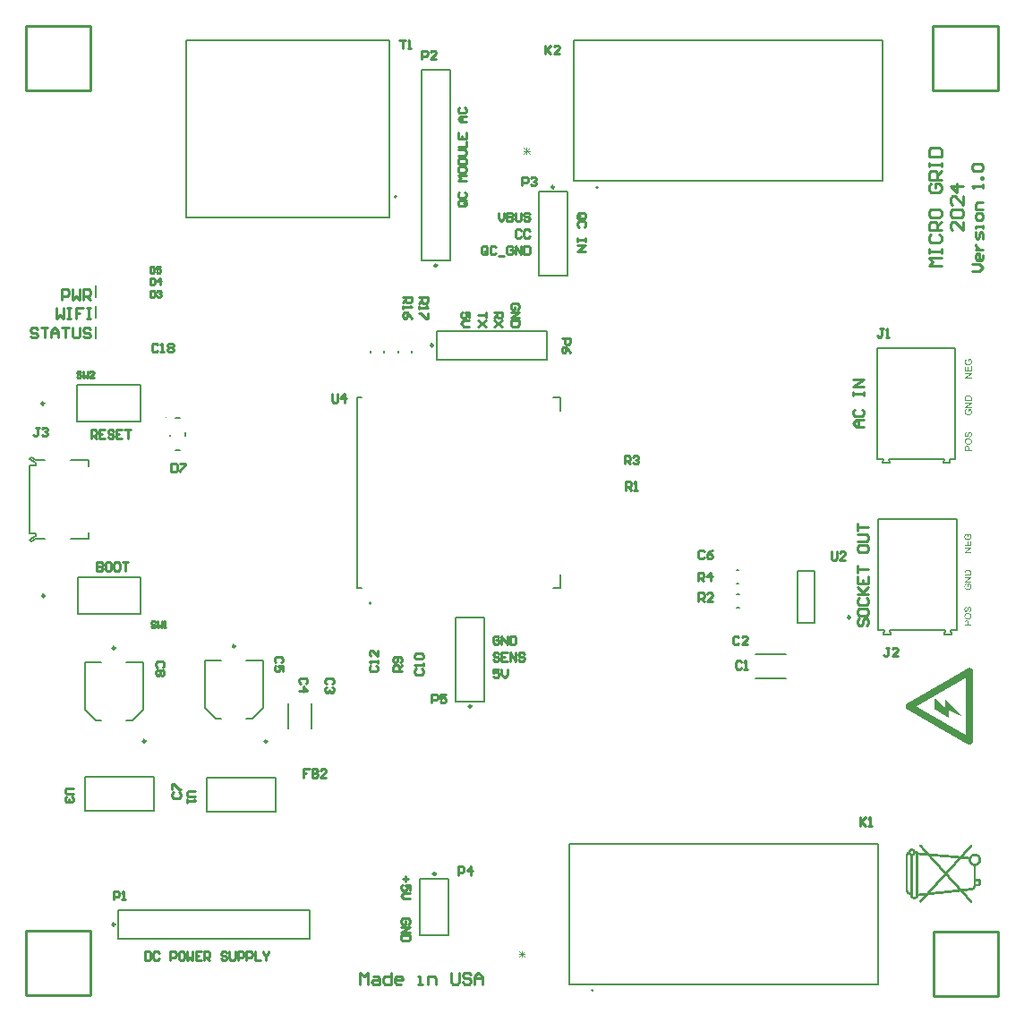
<source format=gto>
G04*
G04 #@! TF.GenerationSoftware,Altium Limited,Altium Designer,24.10.1 (45)*
G04*
G04 Layer_Color=65535*
%FSLAX44Y44*%
%MOMM*%
G71*
G04*
G04 #@! TF.SameCoordinates,9B87C798-A5EC-4888-A0B9-4BDBECF7F39D*
G04*
G04*
G04 #@! TF.FilePolarity,Positive*
G04*
G01*
G75*
%ADD10C,0.2000*%
%ADD11C,0.1000*%
%ADD12C,0.2500*%
%ADD13C,0.1524*%
%ADD14C,0.2540*%
%ADD15C,0.1270*%
%ADD16C,0.1500*%
%ADD17C,0.0762*%
%ADD18R,0.2000X1.2000*%
G36*
X833686Y133993D02*
Y134254D01*
X833774D01*
Y134603D01*
X833861D01*
Y134952D01*
X833948D01*
Y135039D01*
X834035D01*
Y135300D01*
X834122D01*
Y135475D01*
X834210D01*
Y135562D01*
X834297D01*
Y135736D01*
X834384D01*
Y135911D01*
X834471D01*
Y135998D01*
X834558D01*
Y136085D01*
X834645D01*
Y136259D01*
X834733D01*
Y136347D01*
X834820D01*
Y136434D01*
X834907D01*
Y136521D01*
X834994D01*
Y136608D01*
X835081D01*
Y136695D01*
X835169D01*
Y136783D01*
X835256D01*
Y136870D01*
X835343D01*
Y136957D01*
X835517D01*
Y137044D01*
X835604D01*
Y137131D01*
X835779D01*
Y137219D01*
X835866D01*
Y137306D01*
X836040D01*
Y137393D01*
X836128D01*
Y137654D01*
X836215D01*
Y137916D01*
X836302D01*
Y138090D01*
X836389D01*
Y138265D01*
X836476D01*
Y138439D01*
X836564D01*
Y138526D01*
X836651D01*
Y138701D01*
X836738D01*
Y138788D01*
X836825D01*
Y138875D01*
X836912D01*
Y138962D01*
X837000D01*
Y139050D01*
X837087D01*
Y139137D01*
X837174D01*
Y139224D01*
X837261D01*
Y139311D01*
X837348D01*
Y139398D01*
X837436D01*
Y139485D01*
X837610D01*
Y139573D01*
X837697D01*
Y139660D01*
X837871D01*
Y139747D01*
X838046D01*
Y139834D01*
X838220D01*
Y139921D01*
X838482D01*
Y140009D01*
X838830D01*
Y140096D01*
X840313D01*
Y140009D01*
X840574D01*
Y139921D01*
X840923D01*
Y139834D01*
X841010D01*
Y139747D01*
X841272D01*
Y139660D01*
X841446D01*
Y139573D01*
X841533D01*
Y139485D01*
X841708D01*
Y139398D01*
X841795D01*
Y139311D01*
X841882D01*
Y139224D01*
X841969D01*
Y139137D01*
X842057D01*
Y139050D01*
X842144D01*
Y138962D01*
X842231D01*
Y138875D01*
X842318D01*
Y138788D01*
X842405D01*
Y138614D01*
X842492D01*
Y138526D01*
X842580D01*
Y138352D01*
X842667D01*
Y138178D01*
X842754D01*
Y138090D01*
X842841D01*
Y137829D01*
X842928D01*
Y137742D01*
X843626D01*
Y137654D01*
X843975D01*
Y137567D01*
X844149D01*
Y137480D01*
X844323D01*
Y137393D01*
X844498D01*
Y137306D01*
X844585D01*
Y137219D01*
X844672D01*
Y137131D01*
X844759D01*
Y137044D01*
X844846D01*
Y136957D01*
X844934D01*
Y136870D01*
X845021D01*
Y136695D01*
X845108D01*
Y136608D01*
X845195D01*
Y136521D01*
X845370D01*
Y136434D01*
X846590D01*
Y136347D01*
X847288D01*
Y136259D01*
X848421D01*
Y136172D01*
X849555D01*
Y136085D01*
X850339D01*
Y135998D01*
X851560D01*
Y135911D01*
X852258D01*
Y135998D01*
X852170D01*
Y136085D01*
X852083D01*
Y136172D01*
X851996D01*
Y136259D01*
X851909D01*
Y136347D01*
X851822D01*
Y136434D01*
X851734D01*
Y136521D01*
X851647D01*
Y136608D01*
X851560D01*
Y136783D01*
X851473D01*
Y136870D01*
X851386D01*
Y136957D01*
X851299D01*
Y137044D01*
X851211D01*
Y137131D01*
X851124D01*
Y137219D01*
X851037D01*
Y137306D01*
X850950D01*
Y137393D01*
X850863D01*
Y137567D01*
X850775D01*
Y137654D01*
X850688D01*
Y137742D01*
X850601D01*
Y137829D01*
X850514D01*
Y137916D01*
X850427D01*
Y138003D01*
X850339D01*
Y138090D01*
X850252D01*
Y138178D01*
X850165D01*
Y138265D01*
X850078D01*
Y138352D01*
X849991D01*
Y138526D01*
X849903D01*
Y138614D01*
X849816D01*
Y138701D01*
X849729D01*
Y138788D01*
X849642D01*
Y138875D01*
X849555D01*
Y138962D01*
X849467D01*
Y139050D01*
X849380D01*
Y139137D01*
X849293D01*
Y139224D01*
X849206D01*
Y139311D01*
X849119D01*
Y139485D01*
X848944D01*
Y139660D01*
X848857D01*
Y139747D01*
X848770D01*
Y139834D01*
X848683D01*
Y139921D01*
X848596D01*
Y140009D01*
X848508D01*
Y140096D01*
X848421D01*
Y140183D01*
X848334D01*
Y140270D01*
X848247D01*
Y140444D01*
X848160D01*
Y140532D01*
X848073D01*
Y140619D01*
X847985D01*
Y140706D01*
X847898D01*
Y140793D01*
X847811D01*
Y140880D01*
X847724D01*
Y140968D01*
X847637D01*
Y141055D01*
X847549D01*
Y141142D01*
X847462D01*
Y141229D01*
X847375D01*
Y141316D01*
X847288D01*
Y141491D01*
X847201D01*
Y141578D01*
X847113D01*
Y141665D01*
X847026D01*
Y141752D01*
X846939D01*
Y141840D01*
X846852D01*
Y142014D01*
X846765D01*
Y142275D01*
X846677D01*
Y142799D01*
X846765D01*
Y142973D01*
X846852D01*
Y143147D01*
X846939D01*
Y143322D01*
X847026D01*
Y143409D01*
X847113D01*
Y143496D01*
X847288D01*
Y143583D01*
X847462D01*
Y143671D01*
X848334D01*
Y143583D01*
X848508D01*
Y143496D01*
X848596D01*
Y143409D01*
X848770D01*
Y143235D01*
X848944D01*
Y143060D01*
X849032D01*
Y142973D01*
X849119D01*
Y142886D01*
X849206D01*
Y142799D01*
X849293D01*
Y142711D01*
X849380D01*
Y142624D01*
X849467D01*
Y142537D01*
X849555D01*
Y142450D01*
X849642D01*
Y142275D01*
X849729D01*
Y142188D01*
X849816D01*
Y142101D01*
X849903D01*
Y142014D01*
X849991D01*
Y141927D01*
X850078D01*
Y141840D01*
X850165D01*
Y141752D01*
X850252D01*
Y141665D01*
X850339D01*
Y141578D01*
X850427D01*
Y141491D01*
X850514D01*
Y141404D01*
X850601D01*
Y141229D01*
X850688D01*
Y141142D01*
X850775D01*
Y141055D01*
X850863D01*
Y140968D01*
X850950D01*
Y140880D01*
X851037D01*
Y140793D01*
X851124D01*
Y140706D01*
X851211D01*
Y140619D01*
X851299D01*
Y140532D01*
X851386D01*
Y140444D01*
X851473D01*
Y140270D01*
X851560D01*
Y140183D01*
X851647D01*
Y140096D01*
X851734D01*
Y140009D01*
X851822D01*
Y139921D01*
X851909D01*
Y139834D01*
X851996D01*
Y139747D01*
X852083D01*
Y139660D01*
X852170D01*
Y139485D01*
X852258D01*
Y139398D01*
X852345D01*
Y139311D01*
X852432D01*
Y139224D01*
X852519D01*
Y139137D01*
X852606D01*
Y139050D01*
X852693D01*
Y138962D01*
X852781D01*
Y138875D01*
X852868D01*
Y138788D01*
X852955D01*
Y138701D01*
X853042D01*
Y138614D01*
X853129D01*
Y138439D01*
X853217D01*
Y138352D01*
X853304D01*
Y138265D01*
X853391D01*
Y138178D01*
X853478D01*
Y138090D01*
X853565D01*
Y138003D01*
X853653D01*
Y137916D01*
X853740D01*
Y137829D01*
X853827D01*
Y137742D01*
X853914D01*
Y137654D01*
X854001D01*
Y137567D01*
X854089D01*
Y137393D01*
X854176D01*
Y137306D01*
X854263D01*
Y137219D01*
X854350D01*
Y137131D01*
X854437D01*
Y137044D01*
X854525D01*
Y136957D01*
X854612D01*
Y136870D01*
X854699D01*
Y136783D01*
X854786D01*
Y136608D01*
X854873D01*
Y136521D01*
X854960D01*
Y136434D01*
X855048D01*
Y136347D01*
X855135D01*
Y136259D01*
X855222D01*
Y136172D01*
X855309D01*
Y136085D01*
X855396D01*
Y135998D01*
X855483D01*
Y135911D01*
X855571D01*
Y135823D01*
X855658D01*
Y135736D01*
X855745D01*
Y135649D01*
X855832D01*
Y135562D01*
X856530D01*
Y135475D01*
X857576D01*
Y135388D01*
X858448D01*
Y135300D01*
X859581D01*
Y135213D01*
X860453D01*
Y135126D01*
X861499D01*
Y135039D01*
X862633D01*
Y134952D01*
X863418D01*
Y134864D01*
X864551D01*
Y134777D01*
X865597D01*
Y134690D01*
X866469D01*
Y134603D01*
X867603D01*
Y134516D01*
X868475D01*
Y134429D01*
X869521D01*
Y134341D01*
X870654D01*
Y134254D01*
X871439D01*
Y134167D01*
X872572D01*
Y134080D01*
X873619D01*
Y133993D01*
X874491D01*
Y133905D01*
X875624D01*
Y133818D01*
X876496D01*
Y133731D01*
X877542D01*
Y133644D01*
X878676D01*
Y133557D01*
X879460D01*
Y133469D01*
X880594D01*
Y133382D01*
X881640D01*
Y133295D01*
X882512D01*
Y133208D01*
X883645D01*
Y133121D01*
X884517D01*
Y133034D01*
X885302D01*
Y133121D01*
X885389D01*
Y133208D01*
X885476D01*
Y133295D01*
X885564D01*
Y133382D01*
X885651D01*
Y133469D01*
X885738D01*
Y133644D01*
X885825D01*
Y133731D01*
X885912D01*
Y133818D01*
X886000D01*
Y133905D01*
X886087D01*
Y133993D01*
X886174D01*
Y134080D01*
X886261D01*
Y134167D01*
X886348D01*
Y134254D01*
X886435D01*
Y134429D01*
X886523D01*
Y134516D01*
X886610D01*
Y134603D01*
X886697D01*
Y134690D01*
X886784D01*
Y134777D01*
X886871D01*
Y134864D01*
X886959D01*
Y134952D01*
X887046D01*
Y135039D01*
X887133D01*
Y135126D01*
X887220D01*
Y135213D01*
X887307D01*
Y135300D01*
X887394D01*
Y135475D01*
X887482D01*
Y135562D01*
X887569D01*
Y135649D01*
X887656D01*
Y135736D01*
X887743D01*
Y135823D01*
X887831D01*
Y135911D01*
X887918D01*
Y135998D01*
X888005D01*
Y136085D01*
X888092D01*
Y136172D01*
X888179D01*
Y136259D01*
X888266D01*
Y136434D01*
X888354D01*
Y136521D01*
X888441D01*
Y136608D01*
X888528D01*
Y136695D01*
X888615D01*
Y136783D01*
X888702D01*
Y136870D01*
X888790D01*
Y136957D01*
X888877D01*
Y137044D01*
X888964D01*
Y137131D01*
X889051D01*
Y137219D01*
X889138D01*
Y137393D01*
X889225D01*
Y137480D01*
X889313D01*
Y137567D01*
X889400D01*
Y137654D01*
X889487D01*
Y137742D01*
X889574D01*
Y137829D01*
X889661D01*
Y137916D01*
X889749D01*
Y138003D01*
X889836D01*
Y138090D01*
X889923D01*
Y138178D01*
X890010D01*
Y138265D01*
X890097D01*
Y138439D01*
X890185D01*
Y138526D01*
X890272D01*
Y138614D01*
X890359D01*
Y138701D01*
X890446D01*
Y138788D01*
X890533D01*
Y138875D01*
X890620D01*
Y138962D01*
X890708D01*
Y139050D01*
X890795D01*
Y139224D01*
X890882D01*
Y139311D01*
X890969D01*
Y139398D01*
X891057D01*
Y139485D01*
X891144D01*
Y139573D01*
X891231D01*
Y139660D01*
X891318D01*
Y139747D01*
X891405D01*
Y139834D01*
X891492D01*
Y139921D01*
X891580D01*
Y140009D01*
X891667D01*
Y140096D01*
X891754D01*
Y140270D01*
X891841D01*
Y140357D01*
X891928D01*
Y140444D01*
X892016D01*
Y140532D01*
X892103D01*
Y140619D01*
X892190D01*
Y140706D01*
X892277D01*
Y140793D01*
X892364D01*
Y140880D01*
X892451D01*
Y140968D01*
X892539D01*
Y141055D01*
X892626D01*
Y141142D01*
X892713D01*
Y141316D01*
X892800D01*
Y141404D01*
X892887D01*
Y141491D01*
X892975D01*
Y141578D01*
X893062D01*
Y141665D01*
X893149D01*
Y141752D01*
X893236D01*
Y141840D01*
X893323D01*
Y141927D01*
X893411D01*
Y142101D01*
X893498D01*
Y142188D01*
X893585D01*
Y142275D01*
X893672D01*
Y142363D01*
X893759D01*
Y142450D01*
X893847D01*
Y142537D01*
X893934D01*
Y142624D01*
X894021D01*
Y142711D01*
X894108D01*
Y142799D01*
X894195D01*
Y142886D01*
X894282D01*
Y142973D01*
X894370D01*
Y143147D01*
X894457D01*
Y143235D01*
X894544D01*
Y143322D01*
X894631D01*
Y143409D01*
X894806D01*
Y143496D01*
X894893D01*
Y143583D01*
X895067D01*
Y143671D01*
X895939D01*
Y143583D01*
X896113D01*
Y143496D01*
X896201D01*
Y143409D01*
X896288D01*
Y143322D01*
X896375D01*
Y143235D01*
X896462D01*
Y143147D01*
X896549D01*
Y142973D01*
X896637D01*
Y142101D01*
X896549D01*
Y141927D01*
X896462D01*
Y141752D01*
X896375D01*
Y141665D01*
X896288D01*
Y141578D01*
X896201D01*
Y141491D01*
X896113D01*
Y141404D01*
X896026D01*
Y141316D01*
X895939D01*
Y141229D01*
X895852D01*
Y141142D01*
X895765D01*
Y140968D01*
X895677D01*
Y140880D01*
X895590D01*
Y140793D01*
X895503D01*
Y140706D01*
X895416D01*
Y140619D01*
X895329D01*
Y140532D01*
X895241D01*
Y140444D01*
X895154D01*
Y140357D01*
X895067D01*
Y140270D01*
X894980D01*
Y140096D01*
X894893D01*
Y140009D01*
X894806D01*
Y139921D01*
X894718D01*
Y139834D01*
X894631D01*
Y139747D01*
X894544D01*
Y139660D01*
X894457D01*
Y139573D01*
X894370D01*
Y139485D01*
X894282D01*
Y139398D01*
X894195D01*
Y139311D01*
X894108D01*
Y139224D01*
X894021D01*
Y139050D01*
X893934D01*
Y138962D01*
X893847D01*
Y138875D01*
X893759D01*
Y138788D01*
X893672D01*
Y138701D01*
X893585D01*
Y138614D01*
X893498D01*
Y138526D01*
X893411D01*
Y138439D01*
X893323D01*
Y138352D01*
X893236D01*
Y138265D01*
X893149D01*
Y138090D01*
X893062D01*
Y138003D01*
X892975D01*
Y137916D01*
X892887D01*
Y137829D01*
X892800D01*
Y137742D01*
X892713D01*
Y137654D01*
X892626D01*
Y137567D01*
X892539D01*
Y137480D01*
X892451D01*
Y137393D01*
X892364D01*
Y137306D01*
X892277D01*
Y137131D01*
X892190D01*
Y137044D01*
X892103D01*
Y136957D01*
X892016D01*
Y136870D01*
X891928D01*
Y136783D01*
X891841D01*
Y136695D01*
X891754D01*
Y136608D01*
X891667D01*
Y136521D01*
X891580D01*
Y136434D01*
X891492D01*
Y136347D01*
X891405D01*
Y136259D01*
X891318D01*
Y136085D01*
X891231D01*
Y135998D01*
X891144D01*
Y135911D01*
X891057D01*
Y135823D01*
X890969D01*
Y135736D01*
X890882D01*
Y135649D01*
X890795D01*
Y135562D01*
X890708D01*
Y135475D01*
X890620D01*
Y135300D01*
X890533D01*
Y135213D01*
X890446D01*
Y135126D01*
X890359D01*
Y135039D01*
X890272D01*
Y134952D01*
X890185D01*
Y134864D01*
X890097D01*
Y134777D01*
X890010D01*
Y134690D01*
X889923D01*
Y134603D01*
X889836D01*
Y134516D01*
X889749D01*
Y134429D01*
X889661D01*
Y134254D01*
X889574D01*
Y134167D01*
X889487D01*
Y134080D01*
X889400D01*
Y133993D01*
X889313D01*
Y133905D01*
X889225D01*
Y133818D01*
X889138D01*
Y133731D01*
X889051D01*
Y133644D01*
X888964D01*
Y133557D01*
X888877D01*
Y133469D01*
X888790D01*
Y133382D01*
X888702D01*
Y133208D01*
X888615D01*
Y133121D01*
X888528D01*
Y133034D01*
X888441D01*
Y132946D01*
X888354D01*
Y132859D01*
X888266D01*
Y132772D01*
X888615D01*
Y132685D01*
X889661D01*
Y132598D01*
X890446D01*
Y132510D01*
X891667D01*
Y132423D01*
X892539D01*
Y132336D01*
X893498D01*
Y132249D01*
X893847D01*
Y132336D01*
X893934D01*
Y132423D01*
X894021D01*
Y132598D01*
X894108D01*
Y132772D01*
X894195D01*
Y132859D01*
X894282D01*
Y133034D01*
X894370D01*
Y133121D01*
X894457D01*
Y133208D01*
X894544D01*
Y133295D01*
X894631D01*
Y133382D01*
X894718D01*
Y133469D01*
X894806D01*
Y133644D01*
X894980D01*
Y133731D01*
X895067D01*
Y133818D01*
X895154D01*
Y133905D01*
X895241D01*
Y133993D01*
X895329D01*
Y134080D01*
X895416D01*
Y134167D01*
X895590D01*
Y134254D01*
X895677D01*
Y134341D01*
X895765D01*
Y134429D01*
X895939D01*
Y134516D01*
X896026D01*
Y134603D01*
X896201D01*
Y134690D01*
X896375D01*
Y134777D01*
X896549D01*
Y134864D01*
X896811D01*
Y134952D01*
X896985D01*
Y135039D01*
X897247D01*
Y135126D01*
X897508D01*
Y135213D01*
X897857D01*
Y135300D01*
X898467D01*
Y135388D01*
X899688D01*
Y135300D01*
X900298D01*
Y135213D01*
X900647D01*
Y135126D01*
X900909D01*
Y135039D01*
X901257D01*
Y134952D01*
X901432D01*
Y134864D01*
X901606D01*
Y134777D01*
X901781D01*
Y134690D01*
X901955D01*
Y134603D01*
X902129D01*
Y134516D01*
X902217D01*
Y134429D01*
X902391D01*
Y134341D01*
X902565D01*
Y134254D01*
X902653D01*
Y134167D01*
X902740D01*
Y134080D01*
X902827D01*
Y133993D01*
X902914D01*
Y133905D01*
X903089D01*
Y133818D01*
X903176D01*
Y133731D01*
X903263D01*
Y133644D01*
X903350D01*
Y133557D01*
X903437D01*
Y133469D01*
X903524D01*
Y133382D01*
X903612D01*
Y133208D01*
X903699D01*
Y133121D01*
X903786D01*
Y133034D01*
X903873D01*
Y132946D01*
X903960D01*
Y132772D01*
X904047D01*
Y132685D01*
X904135D01*
Y132510D01*
X904222D01*
Y132423D01*
X904309D01*
Y132162D01*
X904396D01*
Y132074D01*
X904483D01*
Y131900D01*
X904571D01*
Y131638D01*
X904658D01*
Y131464D01*
X904745D01*
Y131115D01*
X904832D01*
Y130767D01*
X904919D01*
Y130505D01*
X905007D01*
Y128325D01*
X904919D01*
Y128064D01*
X904832D01*
Y127715D01*
X904745D01*
Y127453D01*
X904658D01*
Y127279D01*
X904571D01*
Y127017D01*
X904483D01*
Y126843D01*
X904396D01*
Y126669D01*
X904309D01*
Y126494D01*
X904222D01*
Y126320D01*
X904135D01*
Y126233D01*
X904047D01*
Y126058D01*
X903960D01*
Y125971D01*
X903873D01*
Y125797D01*
X903786D01*
Y125710D01*
X903699D01*
Y125623D01*
X903612D01*
Y125535D01*
X903524D01*
Y125448D01*
X903437D01*
Y125361D01*
X903350D01*
Y125274D01*
X903263D01*
Y125187D01*
X903176D01*
Y125099D01*
X903089D01*
Y125012D01*
X903001D01*
Y124925D01*
X902914D01*
Y124838D01*
X902827D01*
Y124751D01*
X902740D01*
Y124663D01*
X902565D01*
Y124576D01*
X902478D01*
Y124489D01*
X902304D01*
Y124402D01*
X902217D01*
Y124315D01*
X902042D01*
Y124227D01*
X901868D01*
Y124140D01*
X901693D01*
Y124053D01*
X901519D01*
Y123966D01*
X901345D01*
Y123879D01*
X901083D01*
Y123792D01*
X900909D01*
Y123704D01*
X900560D01*
Y123617D01*
X900298D01*
Y123530D01*
X900211D01*
Y123356D01*
X900298D01*
Y123268D01*
X900211D01*
Y111934D01*
X900298D01*
Y111847D01*
X900211D01*
Y111672D01*
X900298D01*
Y111585D01*
X903089D01*
Y111498D01*
X903350D01*
Y111411D01*
X903612D01*
Y111323D01*
X903786D01*
Y111236D01*
X903873D01*
Y111149D01*
X904047D01*
Y111062D01*
X904135D01*
Y110975D01*
X904222D01*
Y110888D01*
X904309D01*
Y110800D01*
X904396D01*
Y110713D01*
X904483D01*
Y110626D01*
X904571D01*
Y110452D01*
X904658D01*
Y110365D01*
X904745D01*
Y110190D01*
X904832D01*
Y109929D01*
X904919D01*
Y109754D01*
X905007D01*
Y106267D01*
X904919D01*
Y106092D01*
X904832D01*
Y105831D01*
X904745D01*
Y105656D01*
X904658D01*
Y105482D01*
X904571D01*
Y105395D01*
X904483D01*
Y105308D01*
X904396D01*
Y105220D01*
X904309D01*
Y105046D01*
X904135D01*
Y104959D01*
X904047D01*
Y104872D01*
X903960D01*
Y104784D01*
X903786D01*
Y104697D01*
X903612D01*
Y104610D01*
X903350D01*
Y104523D01*
X903089D01*
Y104436D01*
X900211D01*
Y104348D01*
X900124D01*
Y104000D01*
X900037D01*
Y103738D01*
X899950D01*
Y103564D01*
X899863D01*
Y103302D01*
X899775D01*
Y103128D01*
X899688D01*
Y102953D01*
X899601D01*
Y102779D01*
X899514D01*
Y102692D01*
X899426D01*
Y102517D01*
X899339D01*
Y102430D01*
X899252D01*
Y102256D01*
X899165D01*
Y102169D01*
X899078D01*
Y102082D01*
X898991D01*
Y101994D01*
X898903D01*
Y101907D01*
X898816D01*
Y101820D01*
X898729D01*
Y101733D01*
X898642D01*
Y101646D01*
X898555D01*
Y101558D01*
X898380D01*
Y101471D01*
X898293D01*
Y101384D01*
X898206D01*
Y101297D01*
X898031D01*
Y101210D01*
X897944D01*
Y101123D01*
X897770D01*
Y101035D01*
X897596D01*
Y100948D01*
X897421D01*
Y100861D01*
X897160D01*
Y100774D01*
X896985D01*
Y100687D01*
X896637D01*
Y100599D01*
X896113D01*
Y100512D01*
X895590D01*
Y100425D01*
X894631D01*
Y100338D01*
X893847D01*
Y100251D01*
X893149D01*
Y100163D01*
X892190D01*
Y100076D01*
X891580D01*
Y99989D01*
X890708D01*
Y99902D01*
X889749D01*
Y99815D01*
X889138D01*
Y99727D01*
X888441D01*
Y99640D01*
X888528D01*
Y99553D01*
X888615D01*
Y99466D01*
X888702D01*
Y99291D01*
X888790D01*
Y99204D01*
X888877D01*
Y99117D01*
X888964D01*
Y99030D01*
X889051D01*
Y98943D01*
X889138D01*
Y98856D01*
X889225D01*
Y98768D01*
X889313D01*
Y98681D01*
X889400D01*
Y98594D01*
X889487D01*
Y98507D01*
X889574D01*
Y98420D01*
X889661D01*
Y98245D01*
X889749D01*
Y98158D01*
X889836D01*
Y98071D01*
X889923D01*
Y97984D01*
X890010D01*
Y97896D01*
X890097D01*
Y97809D01*
X890185D01*
Y97722D01*
X890272D01*
Y97635D01*
X890359D01*
Y97548D01*
X890446D01*
Y97461D01*
X890533D01*
Y97373D01*
X890620D01*
Y97199D01*
X890708D01*
Y97112D01*
X890795D01*
Y97025D01*
X890882D01*
Y96937D01*
X890969D01*
Y96850D01*
X891057D01*
Y96763D01*
X891144D01*
Y96676D01*
X891231D01*
Y96589D01*
X891318D01*
Y96414D01*
X891492D01*
Y96240D01*
X891580D01*
Y96153D01*
X891667D01*
Y96066D01*
X891754D01*
Y95978D01*
X891841D01*
Y95891D01*
X891928D01*
Y95804D01*
X892016D01*
Y95717D01*
X892103D01*
Y95630D01*
X892190D01*
Y95542D01*
X892277D01*
Y95368D01*
X892364D01*
Y95281D01*
X892451D01*
Y95194D01*
X892539D01*
Y95106D01*
X892626D01*
Y95019D01*
X892713D01*
Y94932D01*
X892800D01*
Y94845D01*
X892887D01*
Y94758D01*
X892975D01*
Y94670D01*
X893062D01*
Y94583D01*
X893149D01*
Y94409D01*
X893236D01*
Y94322D01*
X893323D01*
Y94235D01*
X893411D01*
Y94147D01*
X893498D01*
Y94060D01*
X893585D01*
Y93973D01*
X893672D01*
Y93886D01*
X893759D01*
Y93799D01*
X893847D01*
Y93711D01*
X893934D01*
Y93624D01*
X894021D01*
Y93450D01*
X894108D01*
Y93363D01*
X894195D01*
Y93275D01*
X894282D01*
Y93188D01*
X894370D01*
Y93101D01*
X894457D01*
Y93014D01*
X894544D01*
Y92927D01*
X894631D01*
Y92840D01*
X894718D01*
Y92752D01*
X894806D01*
Y92665D01*
X894893D01*
Y92578D01*
X894980D01*
Y92404D01*
X895067D01*
Y92316D01*
X895154D01*
Y92229D01*
X895241D01*
Y92142D01*
X895329D01*
Y92055D01*
X895416D01*
Y91968D01*
X895503D01*
Y91881D01*
X895590D01*
Y91793D01*
X895677D01*
Y91619D01*
X895765D01*
Y91532D01*
X895852D01*
Y91445D01*
X895939D01*
Y91357D01*
X896026D01*
Y91270D01*
X896113D01*
Y91183D01*
X896201D01*
Y91096D01*
X896288D01*
Y91009D01*
X896375D01*
Y90834D01*
X896462D01*
Y90747D01*
X896549D01*
Y90573D01*
X896637D01*
Y89701D01*
X896549D01*
Y89526D01*
X896462D01*
Y89439D01*
X896375D01*
Y89352D01*
X896288D01*
Y89265D01*
X896201D01*
Y89178D01*
X896113D01*
Y89090D01*
X895939D01*
Y89003D01*
X895067D01*
Y89090D01*
X894893D01*
Y89178D01*
X894718D01*
Y89265D01*
X894631D01*
Y89352D01*
X894544D01*
Y89439D01*
X894457D01*
Y89526D01*
X894370D01*
Y89701D01*
X894282D01*
Y89788D01*
X894195D01*
Y89875D01*
X894108D01*
Y89962D01*
X894021D01*
Y90049D01*
X893934D01*
Y90137D01*
X893847D01*
Y90224D01*
X893759D01*
Y90311D01*
X893672D01*
Y90398D01*
X893585D01*
Y90485D01*
X893498D01*
Y90573D01*
X893411D01*
Y90747D01*
X893323D01*
Y90834D01*
X893236D01*
Y90921D01*
X893149D01*
Y91009D01*
X893062D01*
Y91096D01*
X892975D01*
Y91183D01*
X892887D01*
Y91270D01*
X892800D01*
Y91357D01*
X892713D01*
Y91532D01*
X892626D01*
Y91619D01*
X892539D01*
Y91706D01*
X892451D01*
Y91793D01*
X892364D01*
Y91881D01*
X892277D01*
Y91968D01*
X892190D01*
Y92055D01*
X892103D01*
Y92142D01*
X892016D01*
Y92229D01*
X891928D01*
Y92316D01*
X891841D01*
Y92404D01*
X891754D01*
Y92578D01*
X891667D01*
Y92665D01*
X891580D01*
Y92752D01*
X891492D01*
Y92840D01*
X891405D01*
Y92927D01*
X891318D01*
Y93014D01*
X891231D01*
Y93101D01*
X891144D01*
Y93188D01*
X891057D01*
Y93275D01*
X890969D01*
Y93363D01*
X890882D01*
Y93450D01*
X890795D01*
Y93624D01*
X890708D01*
Y93711D01*
X890620D01*
Y93799D01*
X890533D01*
Y93886D01*
X890446D01*
Y93973D01*
X890359D01*
Y94060D01*
X890272D01*
Y94147D01*
X890185D01*
Y94235D01*
X890097D01*
Y94409D01*
X890010D01*
Y94496D01*
X889923D01*
Y94583D01*
X889836D01*
Y94670D01*
X889749D01*
Y94758D01*
X889661D01*
Y94845D01*
X889574D01*
Y94932D01*
X889487D01*
Y95019D01*
X889400D01*
Y95106D01*
X889313D01*
Y95194D01*
X889225D01*
Y95281D01*
X889138D01*
Y95455D01*
X889051D01*
Y95542D01*
X888964D01*
Y95630D01*
X888877D01*
Y95717D01*
X888790D01*
Y95804D01*
X888702D01*
Y95891D01*
X888615D01*
Y95978D01*
X888528D01*
Y96066D01*
X888441D01*
Y96153D01*
X888354D01*
Y96240D01*
X888266D01*
Y96414D01*
X888179D01*
Y96502D01*
X888092D01*
Y96589D01*
X888005D01*
Y96676D01*
X887918D01*
Y96763D01*
X887831D01*
Y96850D01*
X887743D01*
Y96937D01*
X887656D01*
Y97025D01*
X887569D01*
Y97112D01*
X887482D01*
Y97199D01*
X887394D01*
Y97373D01*
X887307D01*
Y97461D01*
X887220D01*
Y97548D01*
X887133D01*
Y97635D01*
X887046D01*
Y97722D01*
X886959D01*
Y97809D01*
X886871D01*
Y97896D01*
X886784D01*
Y97984D01*
X886697D01*
Y98071D01*
X886610D01*
Y98158D01*
X886523D01*
Y98245D01*
X886435D01*
Y98420D01*
X886348D01*
Y98507D01*
X886261D01*
Y98594D01*
X886174D01*
Y98681D01*
X886087D01*
Y98768D01*
X886000D01*
Y98856D01*
X885912D01*
Y98943D01*
X885825D01*
Y99030D01*
X885738D01*
Y99117D01*
X885651D01*
Y99291D01*
X885476D01*
Y99379D01*
X885128D01*
Y99291D01*
X884256D01*
Y99204D01*
X883384D01*
Y99117D01*
X882774D01*
Y99030D01*
X881814D01*
Y98943D01*
X881030D01*
Y98856D01*
X880332D01*
Y98768D01*
X879373D01*
Y98681D01*
X878763D01*
Y98594D01*
X877891D01*
Y98507D01*
X876932D01*
Y98420D01*
X876322D01*
Y98332D01*
X875362D01*
Y98245D01*
X874578D01*
Y98158D01*
X873880D01*
Y98071D01*
X872921D01*
Y97984D01*
X872311D01*
Y97896D01*
X871439D01*
Y97809D01*
X870567D01*
Y97722D01*
X869957D01*
Y97635D01*
X868998D01*
Y97548D01*
X868213D01*
Y97461D01*
X867515D01*
Y97373D01*
X866556D01*
Y97286D01*
X865946D01*
Y97199D01*
X865074D01*
Y97112D01*
X864115D01*
Y97025D01*
X863505D01*
Y96937D01*
X862546D01*
Y96850D01*
X861761D01*
Y96763D01*
X861064D01*
Y96676D01*
X860105D01*
Y96589D01*
X859494D01*
Y96502D01*
X858622D01*
Y96414D01*
X857750D01*
Y96327D01*
X857140D01*
Y96240D01*
X856181D01*
Y96153D01*
X855396D01*
Y96066D01*
X854873D01*
Y95978D01*
X854786D01*
Y95891D01*
X854699D01*
Y95804D01*
X854612D01*
Y95717D01*
X854525D01*
Y95630D01*
X854437D01*
Y95542D01*
X854350D01*
Y95455D01*
X854263D01*
Y95368D01*
X854176D01*
Y95281D01*
X854089D01*
Y95194D01*
X854001D01*
Y95106D01*
X853914D01*
Y95019D01*
X853827D01*
Y94845D01*
X853740D01*
Y94758D01*
X853653D01*
Y94670D01*
X853565D01*
Y94583D01*
X853478D01*
Y94496D01*
X853391D01*
Y94409D01*
X853304D01*
Y94322D01*
X853217D01*
Y94235D01*
X853129D01*
Y94060D01*
X853042D01*
Y93973D01*
X852955D01*
Y93886D01*
X852868D01*
Y93799D01*
X852781D01*
Y93711D01*
X852693D01*
Y93624D01*
X852606D01*
Y93537D01*
X852519D01*
Y93450D01*
X852432D01*
Y93363D01*
X852345D01*
Y93275D01*
X852258D01*
Y93188D01*
X852170D01*
Y93101D01*
X852083D01*
Y93014D01*
X851996D01*
Y92840D01*
X851909D01*
Y92752D01*
X851822D01*
Y92665D01*
X851734D01*
Y92578D01*
X851647D01*
Y92491D01*
X851560D01*
Y92404D01*
X851473D01*
Y92316D01*
X851386D01*
Y92229D01*
X851299D01*
Y92055D01*
X851211D01*
Y91968D01*
X851124D01*
Y91881D01*
X851037D01*
Y91793D01*
X850950D01*
Y91706D01*
X850863D01*
Y91619D01*
X850775D01*
Y91532D01*
X850688D01*
Y91445D01*
X850601D01*
Y91357D01*
X850514D01*
Y91270D01*
X850427D01*
Y91183D01*
X850339D01*
Y91009D01*
X850252D01*
Y90921D01*
X850165D01*
Y90834D01*
X850078D01*
Y90747D01*
X849991D01*
Y90660D01*
X849903D01*
Y90573D01*
X849816D01*
Y90485D01*
X849729D01*
Y90398D01*
X849642D01*
Y90311D01*
X849555D01*
Y90224D01*
X849467D01*
Y90049D01*
X849380D01*
Y89962D01*
X849293D01*
Y89875D01*
X849206D01*
Y89788D01*
X849119D01*
Y89701D01*
X849032D01*
Y89614D01*
X848944D01*
Y89526D01*
X848857D01*
Y89439D01*
X848770D01*
Y89352D01*
X848683D01*
Y89265D01*
X848596D01*
Y89178D01*
X848508D01*
Y89090D01*
X848334D01*
Y89003D01*
X847462D01*
Y89090D01*
X847288D01*
Y89178D01*
X847113D01*
Y89265D01*
X847026D01*
Y89352D01*
X846939D01*
Y89439D01*
X846852D01*
Y89701D01*
X846765D01*
Y89875D01*
X846677D01*
Y90398D01*
X846765D01*
Y90660D01*
X846852D01*
Y90834D01*
X846939D01*
Y90921D01*
X847026D01*
Y91009D01*
X847113D01*
Y91096D01*
X847201D01*
Y91183D01*
X847288D01*
Y91357D01*
X847375D01*
Y91445D01*
X847462D01*
Y91532D01*
X847549D01*
Y91619D01*
X847637D01*
Y91706D01*
X847724D01*
Y91793D01*
X847811D01*
Y91881D01*
X847898D01*
Y91968D01*
X847985D01*
Y92055D01*
X848073D01*
Y92142D01*
X848160D01*
Y92229D01*
X848247D01*
Y92404D01*
X848334D01*
Y92491D01*
X848421D01*
Y92578D01*
X848508D01*
Y92665D01*
X848596D01*
Y92752D01*
X848683D01*
Y92840D01*
X848770D01*
Y92927D01*
X848857D01*
Y93014D01*
X848944D01*
Y93188D01*
X849032D01*
Y93275D01*
X849119D01*
Y93363D01*
X849206D01*
Y93450D01*
X849293D01*
Y93537D01*
X849380D01*
Y93624D01*
X849467D01*
Y93711D01*
X849555D01*
Y93799D01*
X849642D01*
Y93886D01*
X849729D01*
Y93973D01*
X849816D01*
Y94060D01*
X849903D01*
Y94235D01*
X849991D01*
Y94322D01*
X850078D01*
Y94409D01*
X850165D01*
Y94496D01*
X850252D01*
Y94583D01*
X850339D01*
Y94670D01*
X850427D01*
Y94758D01*
X850514D01*
Y94845D01*
X850601D01*
Y94932D01*
X850688D01*
Y95019D01*
X850775D01*
Y95194D01*
X850863D01*
Y95281D01*
X850950D01*
Y95368D01*
X851037D01*
Y95455D01*
X851124D01*
Y95542D01*
X851211D01*
Y95630D01*
X850688D01*
Y95542D01*
X849729D01*
Y95455D01*
X848944D01*
Y95368D01*
X848247D01*
Y95281D01*
X847288D01*
Y95194D01*
X846677D01*
Y95106D01*
X845806D01*
Y95019D01*
X845544D01*
Y94932D01*
X845457D01*
Y94235D01*
X845370D01*
Y93973D01*
X845283D01*
Y93799D01*
X845195D01*
Y93624D01*
X845108D01*
Y93537D01*
X845021D01*
Y93450D01*
X844934D01*
Y93275D01*
X844846D01*
Y93188D01*
X844759D01*
Y93101D01*
X844585D01*
Y93014D01*
X844498D01*
Y92927D01*
X844323D01*
Y92840D01*
X844236D01*
Y92752D01*
X843975D01*
Y92665D01*
X843713D01*
Y92578D01*
X843277D01*
Y92491D01*
X840574D01*
Y92578D01*
X840138D01*
Y92665D01*
X839877D01*
Y92752D01*
X839615D01*
Y92840D01*
X839528D01*
Y92927D01*
X839354D01*
Y93014D01*
X839266D01*
Y93101D01*
X839179D01*
Y93188D01*
X839092D01*
Y93275D01*
X839005D01*
Y93363D01*
X838918D01*
Y93450D01*
X838830D01*
Y93537D01*
X838743D01*
Y93711D01*
X838656D01*
Y93886D01*
X838569D01*
Y94060D01*
X838482D01*
Y94409D01*
X838395D01*
Y96066D01*
X838307D01*
Y96153D01*
X837436D01*
Y96240D01*
X837087D01*
Y96327D01*
X836825D01*
Y96414D01*
X836564D01*
Y96502D01*
X836389D01*
Y96589D01*
X836215D01*
Y96676D01*
X836040D01*
Y96763D01*
X835866D01*
Y96850D01*
X835779D01*
Y96937D01*
X835604D01*
Y97025D01*
X835517D01*
Y97112D01*
X835430D01*
Y97199D01*
X835256D01*
Y97286D01*
X835169D01*
Y97373D01*
X835081D01*
Y97461D01*
X834994D01*
Y97548D01*
X834907D01*
Y97635D01*
X834820D01*
Y97722D01*
X834733D01*
Y97896D01*
X834645D01*
Y97984D01*
X834558D01*
Y98071D01*
X834471D01*
Y98245D01*
X834384D01*
Y98332D01*
X834297D01*
Y98507D01*
X834210D01*
Y98594D01*
X834122D01*
Y98768D01*
X834035D01*
Y99030D01*
X833948D01*
Y99204D01*
X833861D01*
Y99466D01*
X833774D01*
Y99902D01*
X833686D01*
Y100163D01*
X833599D01*
Y133993D01*
X833686D01*
D02*
G37*
G36*
X894743Y310863D02*
X894921D01*
Y310775D01*
X895187D01*
Y310686D01*
X895453D01*
Y310597D01*
X895630D01*
Y310508D01*
X895808D01*
Y310420D01*
X895985D01*
Y310331D01*
X896074D01*
Y310242D01*
X896162D01*
Y310154D01*
X896251D01*
Y310065D01*
X896340D01*
Y309976D01*
X896429D01*
Y309888D01*
X896517D01*
Y309799D01*
X896606D01*
Y309710D01*
X896695D01*
Y309622D01*
X896783D01*
Y309533D01*
X896872D01*
Y309355D01*
X896961D01*
Y309178D01*
X897050D01*
Y309000D01*
X897138D01*
Y308734D01*
X897227D01*
Y308557D01*
X897316D01*
Y308113D01*
X897404D01*
Y241318D01*
X897316D01*
Y240697D01*
X897227D01*
Y240519D01*
X897138D01*
Y240253D01*
X897050D01*
Y240076D01*
X896961D01*
Y239898D01*
X896872D01*
Y239810D01*
X896783D01*
Y239721D01*
X896695D01*
Y239543D01*
X896606D01*
Y239455D01*
X896517D01*
Y239366D01*
X896429D01*
Y239277D01*
X896340D01*
Y239189D01*
X896251D01*
Y239100D01*
X896162D01*
Y239011D01*
X895985D01*
Y238923D01*
X895896D01*
Y238834D01*
X895808D01*
Y238745D01*
X895630D01*
Y238656D01*
X895453D01*
Y238568D01*
X895187D01*
Y238479D01*
X894921D01*
Y238390D01*
X894566D01*
Y238302D01*
X893501D01*
Y238390D01*
X893147D01*
Y238479D01*
X892969D01*
Y238568D01*
X892703D01*
Y238656D01*
X892525D01*
Y238745D01*
X892259D01*
Y238834D01*
X892171D01*
Y238923D01*
X891993D01*
Y239011D01*
X891816D01*
Y239100D01*
X891727D01*
Y239189D01*
X891550D01*
Y239277D01*
X891372D01*
Y239366D01*
X891284D01*
Y239455D01*
X891106D01*
Y239543D01*
X890929D01*
Y239632D01*
X890751D01*
Y239721D01*
X890574D01*
Y239810D01*
X890485D01*
Y239898D01*
X890308D01*
Y239987D01*
X890130D01*
Y240076D01*
X890042D01*
Y240164D01*
X889864D01*
Y240253D01*
X889687D01*
Y240342D01*
X889598D01*
Y240431D01*
X889332D01*
Y240519D01*
X889243D01*
Y240608D01*
X889066D01*
Y240697D01*
X888889D01*
Y240785D01*
X888800D01*
Y240874D01*
X888623D01*
Y240963D01*
X888445D01*
Y241052D01*
X888356D01*
Y241140D01*
X888179D01*
Y241229D01*
X888001D01*
Y241318D01*
X887824D01*
Y241406D01*
X887647D01*
Y241495D01*
X887558D01*
Y241584D01*
X887381D01*
Y241672D01*
X887203D01*
Y241761D01*
X887114D01*
Y241850D01*
X886937D01*
Y241938D01*
X886760D01*
Y242027D01*
X886582D01*
Y242116D01*
X886405D01*
Y242205D01*
X886316D01*
Y242293D01*
X886139D01*
Y242382D01*
X885961D01*
Y242471D01*
X885872D01*
Y242560D01*
X885695D01*
Y242648D01*
X885518D01*
Y242737D01*
X885429D01*
Y242826D01*
X885252D01*
Y242914D01*
X885074D01*
Y243003D01*
X884897D01*
Y243092D01*
X884808D01*
Y243180D01*
X884631D01*
Y243269D01*
X884453D01*
Y243358D01*
X884365D01*
Y243447D01*
X884187D01*
Y243535D01*
X884010D01*
Y243624D01*
X883832D01*
Y243713D01*
X883655D01*
Y243801D01*
X883566D01*
Y243890D01*
X883389D01*
Y243979D01*
X883211D01*
Y244067D01*
X883123D01*
Y244156D01*
X882945D01*
Y244245D01*
X882768D01*
Y244334D01*
X882679D01*
Y244422D01*
X882502D01*
Y244511D01*
X882324D01*
Y244600D01*
X882147D01*
Y244688D01*
X881970D01*
Y244777D01*
X881881D01*
Y244866D01*
X881703D01*
Y244954D01*
X881526D01*
Y245043D01*
X881437D01*
Y245132D01*
X881260D01*
Y245221D01*
X881082D01*
Y245309D01*
X880994D01*
Y245398D01*
X880728D01*
Y245487D01*
X880639D01*
Y245576D01*
X880462D01*
Y245664D01*
X880284D01*
Y245753D01*
X880195D01*
Y245842D01*
X880018D01*
Y245930D01*
X879840D01*
Y246019D01*
X879752D01*
Y246108D01*
X879574D01*
Y246196D01*
X879397D01*
Y246285D01*
X879220D01*
Y246374D01*
X879042D01*
Y246463D01*
X878953D01*
Y246551D01*
X878776D01*
Y246640D01*
X878599D01*
Y246729D01*
X878510D01*
Y246817D01*
X878333D01*
Y246906D01*
X878155D01*
Y246995D01*
X878066D01*
Y247083D01*
X877800D01*
Y247172D01*
X877712D01*
Y247261D01*
X877534D01*
Y247350D01*
X877357D01*
Y247438D01*
X877268D01*
Y247527D01*
X877091D01*
Y247616D01*
X876913D01*
Y247704D01*
X876824D01*
Y247793D01*
X876647D01*
Y247882D01*
X876470D01*
Y247971D01*
X876292D01*
Y248059D01*
X876204D01*
Y248148D01*
X876026D01*
Y248237D01*
X875849D01*
Y248325D01*
X875760D01*
Y248414D01*
X875583D01*
Y248503D01*
X875405D01*
Y248591D01*
X875228D01*
Y248680D01*
X875050D01*
Y248769D01*
X874962D01*
Y248858D01*
X874784D01*
Y248946D01*
X874607D01*
Y249035D01*
X874518D01*
Y249124D01*
X874341D01*
Y249212D01*
X874163D01*
Y249301D01*
X874075D01*
Y249390D01*
X873897D01*
Y249478D01*
X873720D01*
Y249567D01*
X873542D01*
Y249656D01*
X873365D01*
Y249745D01*
X873276D01*
Y249833D01*
X873099D01*
Y249922D01*
X872921D01*
Y250011D01*
X872833D01*
Y250100D01*
X872655D01*
Y250188D01*
X872478D01*
Y250277D01*
X872389D01*
Y250366D01*
X872123D01*
Y250454D01*
X872034D01*
Y250543D01*
X871857D01*
Y250632D01*
X871680D01*
Y250721D01*
X871591D01*
Y250809D01*
X871413D01*
Y250898D01*
X871236D01*
Y250987D01*
X871147D01*
Y251075D01*
X870970D01*
Y251164D01*
X870792D01*
Y251253D01*
X870615D01*
Y251341D01*
X870438D01*
Y251430D01*
X870349D01*
Y251519D01*
X870172D01*
Y251607D01*
X869994D01*
Y251696D01*
X869905D01*
Y251785D01*
X869728D01*
Y251874D01*
X869551D01*
Y251962D01*
X869462D01*
Y252051D01*
X869285D01*
Y252140D01*
X869107D01*
Y252229D01*
X868930D01*
Y252317D01*
X868752D01*
Y252406D01*
X868663D01*
Y252495D01*
X868486D01*
Y252583D01*
X868309D01*
Y252672D01*
X868220D01*
Y252761D01*
X868043D01*
Y252849D01*
X867865D01*
Y252938D01*
X867688D01*
Y253027D01*
X867599D01*
Y253116D01*
X867422D01*
Y253204D01*
X867244D01*
Y253293D01*
X867156D01*
Y253382D01*
X866978D01*
Y253470D01*
X866801D01*
Y253559D01*
X866623D01*
Y253648D01*
X866535D01*
Y253736D01*
X866357D01*
Y253825D01*
X866180D01*
Y253914D01*
X866002D01*
Y254003D01*
X865914D01*
Y254091D01*
X865736D01*
Y254180D01*
X865559D01*
Y254269D01*
X865470D01*
Y254357D01*
X865293D01*
Y254446D01*
X865115D01*
Y254535D01*
X864938D01*
Y254624D01*
X864760D01*
Y254712D01*
X864672D01*
Y254801D01*
X864494D01*
Y254890D01*
X864317D01*
Y254978D01*
X864228D01*
Y255067D01*
X864051D01*
Y255156D01*
X863873D01*
Y255245D01*
X863785D01*
Y255333D01*
X863519D01*
Y255422D01*
X863430D01*
Y255511D01*
X863252D01*
Y255599D01*
X863075D01*
Y255688D01*
X862986D01*
Y255777D01*
X862809D01*
Y255865D01*
X862632D01*
Y255954D01*
X862543D01*
Y256043D01*
X862365D01*
Y256131D01*
X862188D01*
Y256220D01*
X862010D01*
Y256309D01*
X861833D01*
Y256398D01*
X861744D01*
Y256486D01*
X861567D01*
Y256575D01*
X861390D01*
Y256664D01*
X861301D01*
Y256752D01*
X861124D01*
Y256841D01*
X860946D01*
Y256930D01*
X860857D01*
Y257019D01*
X860680D01*
Y257107D01*
X860502D01*
Y257196D01*
X860325D01*
Y257285D01*
X860148D01*
Y257373D01*
X860059D01*
Y257462D01*
X859882D01*
Y257551D01*
X859704D01*
Y257640D01*
X859615D01*
Y257728D01*
X859438D01*
Y257817D01*
X859261D01*
Y257906D01*
X859083D01*
Y257994D01*
X858995D01*
Y258083D01*
X858817D01*
Y258172D01*
X858640D01*
Y258260D01*
X858551D01*
Y258349D01*
X858374D01*
Y258438D01*
X858196D01*
Y258527D01*
X858108D01*
Y258615D01*
X857930D01*
Y258704D01*
X857753D01*
Y258793D01*
X857575D01*
Y258881D01*
X857398D01*
Y258970D01*
X857309D01*
Y259059D01*
X857132D01*
Y259147D01*
X856954D01*
Y259236D01*
X856866D01*
Y259325D01*
X856688D01*
Y259414D01*
X856511D01*
Y259502D01*
X856333D01*
Y259591D01*
X856156D01*
Y259680D01*
X856067D01*
Y259769D01*
X855890D01*
Y259857D01*
X855712D01*
Y259946D01*
X855624D01*
Y260035D01*
X855446D01*
Y260123D01*
X855269D01*
Y260212D01*
X855180D01*
Y260301D01*
X855003D01*
Y260389D01*
X854825D01*
Y260478D01*
X854648D01*
Y260567D01*
X854471D01*
Y260656D01*
X854382D01*
Y260744D01*
X854204D01*
Y260833D01*
X854027D01*
Y260922D01*
X853938D01*
Y261010D01*
X853761D01*
Y261099D01*
X853583D01*
Y261188D01*
X853406D01*
Y261276D01*
X853229D01*
Y261365D01*
X853140D01*
Y261454D01*
X852962D01*
Y261543D01*
X852785D01*
Y261631D01*
X852696D01*
Y261720D01*
X852519D01*
Y261809D01*
X852342D01*
Y261897D01*
X852253D01*
Y261986D01*
X852075D01*
Y262075D01*
X851898D01*
Y262164D01*
X851721D01*
Y262252D01*
X851543D01*
Y262341D01*
X851454D01*
Y262430D01*
X851277D01*
Y262518D01*
X851100D01*
Y262607D01*
X851011D01*
Y262696D01*
X850834D01*
Y262785D01*
X850656D01*
Y262873D01*
X850479D01*
Y262962D01*
X850390D01*
Y263051D01*
X850213D01*
Y263139D01*
X850035D01*
Y263228D01*
X849947D01*
Y263317D01*
X849769D01*
Y263405D01*
X849592D01*
Y263494D01*
X849503D01*
Y263583D01*
X849325D01*
Y263672D01*
X849148D01*
Y263760D01*
X848971D01*
Y263849D01*
X848793D01*
Y263938D01*
X848705D01*
Y264026D01*
X848527D01*
Y264115D01*
X848350D01*
Y264204D01*
X848261D01*
Y264293D01*
X848084D01*
Y264381D01*
X847906D01*
Y264470D01*
X847729D01*
Y264559D01*
X847551D01*
Y264647D01*
X847463D01*
Y264736D01*
X847285D01*
Y264825D01*
X847108D01*
Y264914D01*
X847019D01*
Y265002D01*
X846842D01*
Y265091D01*
X846664D01*
Y265180D01*
X846576D01*
Y265268D01*
X846398D01*
Y265357D01*
X846221D01*
Y265446D01*
X846043D01*
Y265534D01*
X845866D01*
Y265623D01*
X845777D01*
Y265712D01*
X845600D01*
Y265800D01*
X845423D01*
Y265889D01*
X845334D01*
Y265978D01*
X845156D01*
Y266067D01*
X844979D01*
Y266155D01*
X844801D01*
Y266244D01*
X844624D01*
Y266333D01*
X844535D01*
Y266422D01*
X844358D01*
Y266510D01*
X844181D01*
Y266599D01*
X844092D01*
Y266688D01*
X843914D01*
Y266776D01*
X843737D01*
Y266865D01*
X843648D01*
Y266954D01*
X843471D01*
Y267042D01*
X843294D01*
Y267131D01*
X843116D01*
Y267220D01*
X842939D01*
Y267309D01*
X842850D01*
Y267397D01*
X842673D01*
Y267486D01*
X842495D01*
Y267575D01*
X842406D01*
Y267663D01*
X842229D01*
Y267752D01*
X842052D01*
Y267841D01*
X841874D01*
Y267929D01*
X841786D01*
Y268018D01*
X841608D01*
Y268107D01*
X841431D01*
Y268196D01*
X841342D01*
Y268284D01*
X841165D01*
Y268373D01*
X840987D01*
Y268462D01*
X840898D01*
Y268550D01*
X840721D01*
Y268639D01*
X840544D01*
Y268728D01*
X840366D01*
Y268817D01*
X840189D01*
Y268905D01*
X840100D01*
Y268994D01*
X839923D01*
Y269083D01*
X839745D01*
Y269171D01*
X839657D01*
Y269260D01*
X839479D01*
Y269349D01*
X839302D01*
Y269438D01*
X839213D01*
Y269526D01*
X838947D01*
Y269615D01*
X838858D01*
Y269704D01*
X838681D01*
Y269792D01*
X838503D01*
Y269881D01*
X838415D01*
Y269970D01*
X838237D01*
Y270058D01*
X838060D01*
Y270147D01*
X837971D01*
Y270236D01*
X837794D01*
Y270325D01*
X837616D01*
Y270413D01*
X837439D01*
Y270502D01*
X837262D01*
Y270591D01*
X837173D01*
Y270679D01*
X836995D01*
Y270768D01*
X836818D01*
Y270857D01*
X836729D01*
Y270945D01*
X836552D01*
Y271034D01*
X836374D01*
Y271123D01*
X836286D01*
Y271212D01*
X836020D01*
Y271300D01*
X835931D01*
Y271389D01*
X835753D01*
Y271478D01*
X835576D01*
Y271566D01*
X835487D01*
Y271655D01*
X835310D01*
Y271744D01*
X835221D01*
Y271833D01*
X835044D01*
Y271921D01*
X834955D01*
Y272010D01*
X834866D01*
Y272099D01*
X834689D01*
Y272187D01*
X834600D01*
Y272276D01*
X834512D01*
Y272365D01*
X834423D01*
Y272542D01*
X834334D01*
Y272631D01*
X834245D01*
Y272720D01*
X834157D01*
Y272897D01*
X834068D01*
Y272986D01*
X833979D01*
Y273252D01*
X833891D01*
Y273518D01*
X833802D01*
Y273607D01*
X833713D01*
Y274228D01*
X833624D01*
Y275026D01*
X833713D01*
Y275558D01*
X833802D01*
Y275736D01*
X833891D01*
Y276002D01*
X833979D01*
Y276268D01*
X834068D01*
Y276357D01*
X834157D01*
Y276445D01*
X834245D01*
Y276623D01*
X834334D01*
Y276711D01*
X834423D01*
Y276800D01*
X834512D01*
Y276889D01*
X834600D01*
Y277066D01*
X834778D01*
Y277155D01*
X834866D01*
Y277244D01*
X834955D01*
Y277332D01*
X835133D01*
Y277421D01*
X835221D01*
Y277510D01*
X835310D01*
Y277598D01*
X835487D01*
Y277687D01*
X835665D01*
Y277776D01*
X835842D01*
Y277865D01*
X835931D01*
Y277953D01*
X836108D01*
Y278042D01*
X836286D01*
Y278131D01*
X836374D01*
Y278219D01*
X836552D01*
Y278308D01*
X836729D01*
Y278397D01*
X836907D01*
Y278486D01*
X836995D01*
Y278574D01*
X837173D01*
Y278663D01*
X837350D01*
Y278752D01*
X837528D01*
Y278840D01*
X837616D01*
Y278929D01*
X837794D01*
Y279018D01*
X837971D01*
Y279107D01*
X838060D01*
Y279195D01*
X838237D01*
Y279284D01*
X838415D01*
Y279373D01*
X838592D01*
Y279461D01*
X838770D01*
Y279550D01*
X838858D01*
Y279639D01*
X839036D01*
Y279727D01*
X839213D01*
Y279816D01*
X839302D01*
Y279905D01*
X839479D01*
Y279993D01*
X839657D01*
Y280082D01*
X839745D01*
Y280171D01*
X839923D01*
Y280260D01*
X840100D01*
Y280348D01*
X840277D01*
Y280437D01*
X840455D01*
Y280526D01*
X840544D01*
Y280614D01*
X840721D01*
Y280703D01*
X840898D01*
Y280792D01*
X840987D01*
Y280881D01*
X841165D01*
Y280969D01*
X841342D01*
Y281058D01*
X841519D01*
Y281147D01*
X841697D01*
Y281235D01*
X841786D01*
Y281324D01*
X841963D01*
Y281413D01*
X842140D01*
Y281502D01*
X842229D01*
Y281590D01*
X842406D01*
Y281679D01*
X842584D01*
Y281768D01*
X842673D01*
Y281856D01*
X842850D01*
Y281945D01*
X843027D01*
Y282034D01*
X843205D01*
Y282122D01*
X843382D01*
Y282211D01*
X843471D01*
Y282300D01*
X843648D01*
Y282389D01*
X843826D01*
Y282477D01*
X843914D01*
Y282566D01*
X844092D01*
Y282655D01*
X844269D01*
Y282743D01*
X844447D01*
Y282832D01*
X844535D01*
Y282921D01*
X844713D01*
Y283010D01*
X844890D01*
Y283098D01*
X844979D01*
Y283187D01*
X845156D01*
Y283276D01*
X845334D01*
Y283364D01*
X845423D01*
Y283453D01*
X845600D01*
Y283542D01*
X845777D01*
Y283631D01*
X845955D01*
Y283719D01*
X846132D01*
Y283808D01*
X846221D01*
Y283897D01*
X846398D01*
Y283985D01*
X846576D01*
Y284074D01*
X846664D01*
Y284163D01*
X846842D01*
Y284251D01*
X847019D01*
Y284340D01*
X847197D01*
Y284429D01*
X847374D01*
Y284518D01*
X847463D01*
Y284606D01*
X847640D01*
Y284695D01*
X847818D01*
Y284784D01*
X847906D01*
Y284872D01*
X848084D01*
Y284961D01*
X848261D01*
Y285050D01*
X848350D01*
Y285138D01*
X848527D01*
Y285227D01*
X848705D01*
Y285316D01*
X848882D01*
Y285405D01*
X849059D01*
Y285493D01*
X849148D01*
Y285582D01*
X849325D01*
Y285671D01*
X849503D01*
Y285759D01*
X849592D01*
Y285848D01*
X849769D01*
Y285937D01*
X849947D01*
Y286026D01*
X850035D01*
Y286114D01*
X850301D01*
Y286203D01*
X850390D01*
Y286292D01*
X850567D01*
Y286380D01*
X850745D01*
Y286469D01*
X850834D01*
Y286558D01*
X851011D01*
Y286646D01*
X851188D01*
Y286735D01*
X851277D01*
Y286824D01*
X851454D01*
Y286913D01*
X851632D01*
Y287001D01*
X851809D01*
Y287090D01*
X851987D01*
Y287179D01*
X852075D01*
Y287267D01*
X852253D01*
Y287356D01*
X852430D01*
Y287445D01*
X852519D01*
Y287534D01*
X852696D01*
Y287622D01*
X852874D01*
Y287711D01*
X853051D01*
Y287800D01*
X853140D01*
Y287888D01*
X853317D01*
Y287977D01*
X853495D01*
Y288066D01*
X853583D01*
Y288155D01*
X853761D01*
Y288243D01*
X853938D01*
Y288332D01*
X854027D01*
Y288421D01*
X854204D01*
Y288509D01*
X854382D01*
Y288598D01*
X854559D01*
Y288687D01*
X854737D01*
Y288776D01*
X854825D01*
Y288864D01*
X855003D01*
Y288953D01*
X855180D01*
Y289042D01*
X855269D01*
Y289130D01*
X855446D01*
Y289219D01*
X855624D01*
Y289308D01*
X855712D01*
Y289396D01*
X855978D01*
Y289485D01*
X856067D01*
Y289574D01*
X856245D01*
Y289662D01*
X856422D01*
Y289751D01*
X856511D01*
Y289840D01*
X856688D01*
Y289929D01*
X856866D01*
Y290017D01*
X856954D01*
Y290106D01*
X857132D01*
Y290195D01*
X857309D01*
Y290284D01*
X857486D01*
Y290372D01*
X857664D01*
Y290461D01*
X857753D01*
Y290550D01*
X857930D01*
Y290638D01*
X858108D01*
Y290727D01*
X858196D01*
Y290816D01*
X858374D01*
Y290904D01*
X858551D01*
Y290993D01*
X858640D01*
Y291082D01*
X858906D01*
Y291171D01*
X858995D01*
Y291259D01*
X859172D01*
Y291348D01*
X859349D01*
Y291437D01*
X859438D01*
Y291525D01*
X859615D01*
Y291614D01*
X859793D01*
Y291703D01*
X859882D01*
Y291791D01*
X860059D01*
Y291880D01*
X860236D01*
Y291969D01*
X860414D01*
Y292058D01*
X860591D01*
Y292146D01*
X860680D01*
Y292235D01*
X860857D01*
Y292324D01*
X861035D01*
Y292412D01*
X861124D01*
Y292501D01*
X861301D01*
Y292590D01*
X861478D01*
Y292679D01*
X861567D01*
Y292767D01*
X861744D01*
Y292856D01*
X861922D01*
Y292945D01*
X862099D01*
Y293033D01*
X862188D01*
Y293122D01*
X862365D01*
Y293211D01*
X862543D01*
Y293300D01*
X862632D01*
Y293388D01*
X862809D01*
Y293477D01*
X862986D01*
Y293566D01*
X863164D01*
Y293654D01*
X863341D01*
Y293743D01*
X863430D01*
Y293832D01*
X863607D01*
Y293920D01*
X863785D01*
Y294009D01*
X863873D01*
Y294098D01*
X864051D01*
Y294187D01*
X864228D01*
Y294275D01*
X864317D01*
Y294364D01*
X864583D01*
Y294453D01*
X864672D01*
Y294541D01*
X864849D01*
Y294630D01*
X865027D01*
Y294719D01*
X865115D01*
Y294807D01*
X865293D01*
Y294896D01*
X865470D01*
Y294985D01*
X865559D01*
Y295074D01*
X865736D01*
Y295162D01*
X865914D01*
Y295251D01*
X866091D01*
Y295340D01*
X866268D01*
Y295428D01*
X866357D01*
Y295517D01*
X866535D01*
Y295606D01*
X866712D01*
Y295695D01*
X866801D01*
Y295783D01*
X866978D01*
Y295872D01*
X867156D01*
Y295961D01*
X867244D01*
Y296049D01*
X867510D01*
Y296138D01*
X867599D01*
Y296227D01*
X867776D01*
Y296315D01*
X867954D01*
Y296404D01*
X868043D01*
Y296493D01*
X868220D01*
Y296582D01*
X868397D01*
Y296670D01*
X868486D01*
Y296759D01*
X868663D01*
Y296848D01*
X868841D01*
Y296936D01*
X869018D01*
Y297025D01*
X869196D01*
Y297114D01*
X869285D01*
Y297203D01*
X869462D01*
Y297291D01*
X869639D01*
Y297380D01*
X869728D01*
Y297469D01*
X869905D01*
Y297557D01*
X870083D01*
Y297646D01*
X870172D01*
Y297735D01*
X870349D01*
Y297824D01*
X870526D01*
Y297912D01*
X870704D01*
Y298001D01*
X870792D01*
Y298090D01*
X870970D01*
Y298178D01*
X871147D01*
Y298267D01*
X871236D01*
Y298356D01*
X871413D01*
Y298444D01*
X871591D01*
Y298533D01*
X871768D01*
Y298622D01*
X871946D01*
Y298711D01*
X872034D01*
Y298799D01*
X872212D01*
Y298888D01*
X872389D01*
Y298977D01*
X872478D01*
Y299065D01*
X872655D01*
Y299154D01*
X872833D01*
Y299243D01*
X872921D01*
Y299331D01*
X873188D01*
Y299420D01*
X873276D01*
Y299509D01*
X873454D01*
Y299598D01*
X873631D01*
Y299686D01*
X873720D01*
Y299775D01*
X873897D01*
Y299864D01*
X874075D01*
Y299953D01*
X874163D01*
Y300041D01*
X874341D01*
Y300130D01*
X874518D01*
Y300219D01*
X874696D01*
Y300307D01*
X874873D01*
Y300396D01*
X874962D01*
Y300485D01*
X875139D01*
Y300573D01*
X875316D01*
Y300662D01*
X875405D01*
Y300751D01*
X875583D01*
Y300840D01*
X875760D01*
Y300928D01*
X875849D01*
Y301017D01*
X876026D01*
Y301106D01*
X876204D01*
Y301194D01*
X876381D01*
Y301283D01*
X876558D01*
Y301372D01*
X876647D01*
Y301460D01*
X876824D01*
Y301549D01*
X877002D01*
Y301638D01*
X877091D01*
Y301727D01*
X877268D01*
Y301815D01*
X877446D01*
Y301904D01*
X877623D01*
Y301993D01*
X877800D01*
Y302081D01*
X877889D01*
Y302170D01*
X878066D01*
Y302259D01*
X878244D01*
Y302348D01*
X878333D01*
Y302436D01*
X878510D01*
Y302525D01*
X878687D01*
Y302614D01*
X878776D01*
Y302702D01*
X878953D01*
Y302791D01*
X879131D01*
Y302880D01*
X879308D01*
Y302969D01*
X879397D01*
Y303057D01*
X879574D01*
Y303146D01*
X879752D01*
Y303235D01*
X879840D01*
Y303323D01*
X880018D01*
Y303412D01*
X880195D01*
Y303501D01*
X880373D01*
Y303589D01*
X880550D01*
Y303678D01*
X880639D01*
Y303767D01*
X880816D01*
Y303856D01*
X880994D01*
Y303944D01*
X881082D01*
Y304033D01*
X881260D01*
Y304122D01*
X881437D01*
Y304210D01*
X881526D01*
Y304299D01*
X881703D01*
Y304388D01*
X881881D01*
Y304477D01*
X882058D01*
Y304565D01*
X882236D01*
Y304654D01*
X882324D01*
Y304743D01*
X882502D01*
Y304831D01*
X882679D01*
Y304920D01*
X882768D01*
Y305009D01*
X882945D01*
Y305097D01*
X883123D01*
Y305186D01*
X883300D01*
Y305275D01*
X883477D01*
Y305364D01*
X883566D01*
Y305452D01*
X883744D01*
Y305541D01*
X883921D01*
Y305630D01*
X884010D01*
Y305718D01*
X884187D01*
Y305807D01*
X884365D01*
Y305896D01*
X884453D01*
Y305984D01*
X884631D01*
Y306073D01*
X884808D01*
Y306162D01*
X884986D01*
Y306251D01*
X885163D01*
Y306339D01*
X885252D01*
Y306428D01*
X885429D01*
Y306517D01*
X885606D01*
Y306605D01*
X885695D01*
Y306694D01*
X885872D01*
Y306783D01*
X886050D01*
Y306872D01*
X886227D01*
Y306960D01*
X886405D01*
Y307049D01*
X886494D01*
Y307138D01*
X886671D01*
Y307226D01*
X886848D01*
Y307315D01*
X886937D01*
Y307404D01*
X887114D01*
Y307493D01*
X887292D01*
Y307581D01*
X887381D01*
Y307670D01*
X887558D01*
Y307759D01*
X887735D01*
Y307847D01*
X887913D01*
Y307936D01*
X888001D01*
Y308025D01*
X888179D01*
Y308113D01*
X888356D01*
Y308202D01*
X888445D01*
Y308291D01*
X888623D01*
Y308380D01*
X888800D01*
Y308468D01*
X888977D01*
Y308557D01*
X889155D01*
Y308646D01*
X889243D01*
Y308734D01*
X889421D01*
Y308823D01*
X889598D01*
Y308912D01*
X889687D01*
Y309000D01*
X889864D01*
Y309089D01*
X890042D01*
Y309178D01*
X890130D01*
Y309267D01*
X890308D01*
Y309355D01*
X890485D01*
Y309444D01*
X890663D01*
Y309533D01*
X890840D01*
Y309622D01*
X890929D01*
Y309710D01*
X891106D01*
Y309799D01*
X891284D01*
Y309888D01*
X891372D01*
Y309976D01*
X891550D01*
Y310065D01*
X891727D01*
Y310154D01*
X891905D01*
Y310242D01*
X892082D01*
Y310331D01*
X892171D01*
Y310420D01*
X892348D01*
Y310508D01*
X892525D01*
Y310597D01*
X892614D01*
Y310686D01*
X892880D01*
Y310775D01*
X893147D01*
Y310863D01*
X893413D01*
Y310952D01*
X894743D01*
Y310863D01*
D02*
G37*
G36*
X895269Y603220D02*
X895278Y603201D01*
X895306Y603164D01*
X895343Y603118D01*
X895380Y603063D01*
X895426Y602998D01*
X895481Y602915D01*
X895537Y602832D01*
X895657Y602637D01*
X895787Y602416D01*
X895907Y602184D01*
X896008Y601935D01*
Y601926D01*
X896018Y601907D01*
X896027Y601870D01*
X896045Y601824D01*
X896064Y601759D01*
X896092Y601685D01*
X896110Y601602D01*
X896129Y601519D01*
X896175Y601315D01*
X896221Y601084D01*
X896249Y600835D01*
X896258Y600576D01*
Y600483D01*
X896249Y600419D01*
Y600335D01*
X896239Y600234D01*
X896221Y600123D01*
X896212Y600003D01*
X896156Y599734D01*
X896092Y599448D01*
X895990Y599152D01*
X895934Y599004D01*
X895860Y598856D01*
X895851Y598847D01*
X895842Y598819D01*
X895814Y598782D01*
X895787Y598727D01*
X895740Y598662D01*
X895694Y598597D01*
X895565Y598422D01*
X895398Y598237D01*
X895195Y598042D01*
X894964Y597858D01*
X894696Y597691D01*
X894686D01*
X894659Y597673D01*
X894622Y597654D01*
X894557Y597626D01*
X894492Y597599D01*
X894400Y597571D01*
X894307Y597534D01*
X894196Y597497D01*
X894076Y597460D01*
X893937Y597423D01*
X893799Y597395D01*
X893651Y597368D01*
X893327Y597321D01*
X892985Y597303D01*
X892976D01*
X892939D01*
X892893D01*
X892828Y597312D01*
X892745D01*
X892643Y597321D01*
X892541Y597340D01*
X892421Y597349D01*
X892292Y597377D01*
X892153Y597395D01*
X891857Y597469D01*
X891552Y597562D01*
X891247Y597691D01*
X891238Y597700D01*
X891210Y597710D01*
X891173Y597728D01*
X891117Y597765D01*
X891043Y597802D01*
X890969Y597848D01*
X890794Y597978D01*
X890590Y598135D01*
X890396Y598329D01*
X890202Y598551D01*
X890119Y598680D01*
X890036Y598810D01*
X890026Y598819D01*
X890017Y598847D01*
X889999Y598884D01*
X889971Y598939D01*
X889943Y599013D01*
X889906Y599096D01*
X889869Y599189D01*
X889832Y599300D01*
X889795Y599420D01*
X889768Y599549D01*
X889731Y599688D01*
X889703Y599836D01*
X889657Y600160D01*
X889638Y600326D01*
Y600622D01*
X889647Y600677D01*
Y600751D01*
X889666Y600927D01*
X889694Y601121D01*
X889740Y601325D01*
X889795Y601547D01*
X889869Y601759D01*
Y601768D01*
X889878Y601787D01*
X889888Y601815D01*
X889906Y601852D01*
X889962Y601953D01*
X890026Y602083D01*
X890119Y602221D01*
X890230Y602369D01*
X890350Y602508D01*
X890498Y602637D01*
X890517Y602656D01*
X890572Y602693D01*
X890655Y602748D01*
X890775Y602822D01*
X890923Y602896D01*
X891108Y602980D01*
X891312Y603063D01*
X891543Y603128D01*
X891746Y602360D01*
X891737D01*
X891728Y602351D01*
X891700Y602342D01*
X891663Y602332D01*
X891580Y602305D01*
X891469Y602268D01*
X891339Y602212D01*
X891219Y602147D01*
X891090Y602083D01*
X890979Y602000D01*
X890969Y601990D01*
X890932Y601963D01*
X890886Y601907D01*
X890822Y601842D01*
X890748Y601759D01*
X890674Y601648D01*
X890600Y601528D01*
X890535Y601389D01*
X890526Y601371D01*
X890507Y601325D01*
X890480Y601241D01*
X890443Y601130D01*
X890415Y601001D01*
X890387Y600853D01*
X890369Y600687D01*
X890359Y600511D01*
Y600409D01*
X890369Y600363D01*
Y600308D01*
X890378Y600169D01*
X890406Y600012D01*
X890433Y599836D01*
X890480Y599670D01*
X890544Y599503D01*
X890554Y599485D01*
X890572Y599429D01*
X890618Y599355D01*
X890664Y599263D01*
X890738Y599152D01*
X890812Y599032D01*
X890905Y598921D01*
X891006Y598819D01*
X891016Y598810D01*
X891053Y598773D01*
X891117Y598727D01*
X891191Y598671D01*
X891284Y598606D01*
X891395Y598542D01*
X891515Y598477D01*
X891644Y598412D01*
X891654D01*
X891672Y598403D01*
X891700Y598394D01*
X891746Y598375D01*
X891802Y598357D01*
X891866Y598338D01*
X891940Y598311D01*
X892023Y598292D01*
X892218Y598246D01*
X892440Y598209D01*
X892671Y598181D01*
X892930Y598172D01*
X892939D01*
X892967D01*
X893013D01*
X893068Y598181D01*
X893142D01*
X893235Y598190D01*
X893327Y598200D01*
X893429Y598209D01*
X893660Y598246D01*
X893900Y598292D01*
X894141Y598366D01*
X894372Y598459D01*
X894381D01*
X894400Y598477D01*
X894427Y598486D01*
X894464Y598514D01*
X894566Y598579D01*
X894696Y598680D01*
X894834Y598801D01*
X894973Y598949D01*
X895102Y599124D01*
X895222Y599318D01*
Y599328D01*
X895232Y599346D01*
X895250Y599374D01*
X895269Y599420D01*
X895287Y599466D01*
X895306Y599531D01*
X895361Y599679D01*
X895407Y599864D01*
X895454Y600067D01*
X895491Y600289D01*
X895500Y600520D01*
Y600613D01*
X895491Y600668D01*
Y600724D01*
X895472Y600862D01*
X895454Y601029D01*
X895417Y601204D01*
X895361Y601399D01*
X895296Y601593D01*
Y601602D01*
X895287Y601620D01*
X895278Y601639D01*
X895259Y601676D01*
X895213Y601778D01*
X895158Y601889D01*
X895093Y602018D01*
X895019Y602157D01*
X894936Y602286D01*
X894843Y602397D01*
X893642D01*
Y600511D01*
X892883D01*
Y603229D01*
X895259D01*
X895269Y603220D01*
D02*
G37*
G36*
X896147Y591571D02*
X889749D01*
Y596203D01*
X890507D01*
Y592421D01*
X892458D01*
Y595962D01*
X893216D01*
Y592421D01*
X895389D01*
Y596351D01*
X896147D01*
Y591571D01*
D02*
G37*
G36*
Y589259D02*
X891127Y585912D01*
X896147D01*
Y585099D01*
X889749D01*
Y585968D01*
X894779Y589324D01*
X889749D01*
Y590137D01*
X896147D01*
Y589259D01*
D02*
G37*
G36*
X893105Y569011D02*
X893179D01*
X893355Y569002D01*
X893558Y568974D01*
X893771Y568946D01*
X893993Y568900D01*
X894215Y568845D01*
X894224D01*
X894242Y568836D01*
X894270Y568826D01*
X894307Y568817D01*
X894409Y568780D01*
X894538Y568725D01*
X894686Y568669D01*
X894834Y568595D01*
X894991Y568503D01*
X895139Y568410D01*
X895158Y568401D01*
X895204Y568364D01*
X895269Y568309D01*
X895352Y568235D01*
X895444Y568151D01*
X895537Y568050D01*
X895639Y567948D01*
X895722Y567828D01*
X895731Y567809D01*
X895759Y567772D01*
X895796Y567708D01*
X895842Y567615D01*
X895897Y567504D01*
X895944Y567375D01*
X895999Y567227D01*
X896045Y567060D01*
Y567042D01*
X896055Y567014D01*
X896064Y566987D01*
X896073Y566894D01*
X896092Y566765D01*
X896110Y566617D01*
X896129Y566441D01*
X896138Y566247D01*
X896147Y566034D01*
Y563732D01*
X889749D01*
Y566191D01*
X889758Y566358D01*
X889768Y566543D01*
X889786Y566728D01*
X889814Y566912D01*
X889842Y567070D01*
Y567079D01*
X889851Y567097D01*
Y567125D01*
X889869Y567162D01*
X889897Y567264D01*
X889943Y567393D01*
X890008Y567541D01*
X890091Y567698D01*
X890184Y567856D01*
X890304Y568004D01*
X890313Y568013D01*
X890322Y568022D01*
X890350Y568050D01*
X890378Y568087D01*
X890470Y568179D01*
X890600Y568290D01*
X890757Y568410D01*
X890942Y568540D01*
X891154Y568660D01*
X891395Y568762D01*
X891404D01*
X891423Y568771D01*
X891460Y568789D01*
X891515Y568799D01*
X891580Y568826D01*
X891654Y568845D01*
X891737Y568863D01*
X891839Y568891D01*
X891940Y568919D01*
X892060Y568937D01*
X892319Y568983D01*
X892606Y569011D01*
X892920Y569021D01*
X892930D01*
X892948D01*
X892994D01*
X893040D01*
X893105Y569011D01*
D02*
G37*
G36*
X896147Y561430D02*
X891127Y558083D01*
X896147D01*
Y557269D01*
X889749D01*
Y558138D01*
X894779Y561495D01*
X889749D01*
Y562308D01*
X896147D01*
Y561430D01*
D02*
G37*
G36*
X895269Y556021D02*
X895278Y556003D01*
X895306Y555966D01*
X895343Y555919D01*
X895380Y555864D01*
X895426Y555799D01*
X895481Y555716D01*
X895537Y555633D01*
X895657Y555439D01*
X895787Y555217D01*
X895907Y554986D01*
X896008Y554736D01*
Y554727D01*
X896018Y554708D01*
X896027Y554671D01*
X896045Y554625D01*
X896064Y554560D01*
X896092Y554486D01*
X896110Y554403D01*
X896129Y554320D01*
X896175Y554117D01*
X896221Y553885D01*
X896249Y553636D01*
X896258Y553377D01*
Y553284D01*
X896249Y553220D01*
Y553137D01*
X896239Y553035D01*
X896221Y552924D01*
X896212Y552804D01*
X896156Y552536D01*
X896092Y552249D01*
X895990Y551953D01*
X895934Y551805D01*
X895860Y551657D01*
X895851Y551648D01*
X895842Y551620D01*
X895814Y551583D01*
X895787Y551528D01*
X895740Y551463D01*
X895694Y551398D01*
X895565Y551223D01*
X895398Y551038D01*
X895195Y550844D01*
X894964Y550659D01*
X894696Y550492D01*
X894686D01*
X894659Y550474D01*
X894622Y550455D01*
X894557Y550428D01*
X894492Y550400D01*
X894400Y550372D01*
X894307Y550335D01*
X894196Y550298D01*
X894076Y550261D01*
X893937Y550224D01*
X893799Y550196D01*
X893651Y550169D01*
X893327Y550122D01*
X892985Y550104D01*
X892976D01*
X892939D01*
X892893D01*
X892828Y550113D01*
X892745D01*
X892643Y550122D01*
X892541Y550141D01*
X892421Y550150D01*
X892292Y550178D01*
X892153Y550196D01*
X891857Y550270D01*
X891552Y550363D01*
X891247Y550492D01*
X891238Y550502D01*
X891210Y550511D01*
X891173Y550529D01*
X891117Y550566D01*
X891043Y550603D01*
X890969Y550649D01*
X890794Y550779D01*
X890590Y550936D01*
X890396Y551130D01*
X890202Y551352D01*
X890119Y551482D01*
X890036Y551611D01*
X890026Y551620D01*
X890017Y551648D01*
X889999Y551685D01*
X889971Y551740D01*
X889943Y551814D01*
X889906Y551898D01*
X889869Y551990D01*
X889832Y552101D01*
X889795Y552221D01*
X889768Y552351D01*
X889731Y552489D01*
X889703Y552637D01*
X889657Y552961D01*
X889638Y553127D01*
Y553423D01*
X889647Y553479D01*
Y553553D01*
X889666Y553728D01*
X889694Y553922D01*
X889740Y554126D01*
X889795Y554348D01*
X889869Y554560D01*
Y554570D01*
X889878Y554588D01*
X889888Y554616D01*
X889906Y554653D01*
X889962Y554754D01*
X890026Y554884D01*
X890119Y555023D01*
X890230Y555171D01*
X890350Y555309D01*
X890498Y555439D01*
X890517Y555457D01*
X890572Y555494D01*
X890655Y555550D01*
X890775Y555624D01*
X890923Y555698D01*
X891108Y555781D01*
X891312Y555864D01*
X891543Y555929D01*
X891746Y555161D01*
X891737D01*
X891728Y555152D01*
X891700Y555143D01*
X891663Y555134D01*
X891580Y555106D01*
X891469Y555069D01*
X891339Y555013D01*
X891219Y554949D01*
X891090Y554884D01*
X890979Y554801D01*
X890969Y554791D01*
X890932Y554764D01*
X890886Y554708D01*
X890822Y554644D01*
X890748Y554560D01*
X890674Y554449D01*
X890600Y554329D01*
X890535Y554191D01*
X890526Y554172D01*
X890507Y554126D01*
X890480Y554043D01*
X890443Y553932D01*
X890415Y553802D01*
X890387Y553654D01*
X890369Y553488D01*
X890359Y553312D01*
Y553210D01*
X890369Y553164D01*
Y553109D01*
X890378Y552970D01*
X890406Y552813D01*
X890433Y552637D01*
X890480Y552471D01*
X890544Y552304D01*
X890554Y552286D01*
X890572Y552230D01*
X890618Y552156D01*
X890664Y552064D01*
X890738Y551953D01*
X890812Y551833D01*
X890905Y551722D01*
X891006Y551620D01*
X891016Y551611D01*
X891053Y551574D01*
X891117Y551528D01*
X891191Y551472D01*
X891284Y551408D01*
X891395Y551343D01*
X891515Y551278D01*
X891644Y551213D01*
X891654D01*
X891672Y551204D01*
X891700Y551195D01*
X891746Y551176D01*
X891802Y551158D01*
X891866Y551139D01*
X891940Y551112D01*
X892023Y551093D01*
X892218Y551047D01*
X892440Y551010D01*
X892671Y550982D01*
X892930Y550973D01*
X892939D01*
X892967D01*
X893013D01*
X893068Y550982D01*
X893142D01*
X893235Y550992D01*
X893327Y551001D01*
X893429Y551010D01*
X893660Y551047D01*
X893900Y551093D01*
X894141Y551167D01*
X894372Y551260D01*
X894381D01*
X894400Y551278D01*
X894427Y551287D01*
X894464Y551315D01*
X894566Y551380D01*
X894696Y551482D01*
X894834Y551602D01*
X894973Y551750D01*
X895102Y551925D01*
X895222Y552119D01*
Y552129D01*
X895232Y552147D01*
X895250Y552175D01*
X895269Y552221D01*
X895287Y552267D01*
X895306Y552332D01*
X895361Y552480D01*
X895407Y552665D01*
X895454Y552868D01*
X895491Y553090D01*
X895500Y553321D01*
Y553414D01*
X895491Y553469D01*
Y553525D01*
X895472Y553664D01*
X895454Y553830D01*
X895417Y554006D01*
X895361Y554200D01*
X895296Y554394D01*
Y554403D01*
X895287Y554422D01*
X895278Y554440D01*
X895259Y554477D01*
X895213Y554579D01*
X895158Y554690D01*
X895093Y554819D01*
X895019Y554958D01*
X894936Y555087D01*
X894843Y555198D01*
X893642D01*
Y553312D01*
X892883D01*
Y556030D01*
X895259D01*
X895269Y556021D01*
D02*
G37*
G36*
X894538Y534220D02*
X894668Y534202D01*
X894816Y534165D01*
X894973Y534118D01*
X895139Y534044D01*
X895315Y533943D01*
X895324D01*
X895333Y533933D01*
X895389Y533887D01*
X895472Y533823D01*
X895565Y533730D01*
X895676Y533610D01*
X895796Y533462D01*
X895907Y533296D01*
X896008Y533101D01*
Y533092D01*
X896018Y533074D01*
X896027Y533046D01*
X896045Y533009D01*
X896064Y532953D01*
X896092Y532889D01*
X896129Y532741D01*
X896175Y532565D01*
X896221Y532352D01*
X896249Y532121D01*
X896258Y531872D01*
Y531724D01*
X896249Y531650D01*
Y531567D01*
X896239Y531474D01*
X896230Y531363D01*
X896193Y531132D01*
X896156Y530892D01*
X896092Y530651D01*
X896008Y530420D01*
Y530411D01*
X895999Y530392D01*
X895981Y530365D01*
X895962Y530328D01*
X895907Y530217D01*
X895824Y530087D01*
X895713Y529939D01*
X895583Y529782D01*
X895426Y529634D01*
X895250Y529496D01*
X895241D01*
X895222Y529477D01*
X895195Y529468D01*
X895158Y529440D01*
X895111Y529422D01*
X895056Y529394D01*
X894917Y529329D01*
X894742Y529264D01*
X894548Y529209D01*
X894326Y529172D01*
X894094Y529154D01*
X894021Y529949D01*
X894030D01*
X894039D01*
X894067Y529958D01*
X894104D01*
X894187Y529976D01*
X894307Y530004D01*
X894427Y530041D01*
X894566Y530078D01*
X894696Y530143D01*
X894816Y530207D01*
X894825Y530217D01*
X894862Y530244D01*
X894927Y530291D01*
X894991Y530365D01*
X895075Y530457D01*
X895158Y530559D01*
X895241Y530698D01*
X895315Y530845D01*
Y530855D01*
X895324Y530864D01*
X895333Y530892D01*
X895343Y530919D01*
X895370Y531012D01*
X895407Y531132D01*
X895444Y531280D01*
X895472Y531446D01*
X895491Y531631D01*
X895500Y531835D01*
Y531918D01*
X895491Y532010D01*
X895481Y532121D01*
X895463Y532251D01*
X895444Y532399D01*
X895407Y532547D01*
X895361Y532685D01*
X895352Y532704D01*
X895333Y532750D01*
X895296Y532815D01*
X895259Y532898D01*
X895195Y532981D01*
X895130Y533074D01*
X895056Y533166D01*
X894964Y533240D01*
X894954Y533249D01*
X894917Y533268D01*
X894871Y533296D01*
X894797Y533332D01*
X894723Y533369D01*
X894631Y533397D01*
X894529Y533416D01*
X894418Y533425D01*
X894409D01*
X894363D01*
X894307Y533416D01*
X894233Y533406D01*
X894159Y533379D01*
X894067Y533351D01*
X893974Y533305D01*
X893891Y533240D01*
X893882Y533231D01*
X893854Y533203D01*
X893817Y533166D01*
X893762Y533101D01*
X893706Y533027D01*
X893642Y532926D01*
X893577Y532805D01*
X893521Y532667D01*
X893512Y532658D01*
X893503Y532611D01*
X893475Y532537D01*
X893466Y532491D01*
X893447Y532426D01*
X893420Y532362D01*
X893401Y532279D01*
X893373Y532186D01*
X893346Y532075D01*
X893318Y531964D01*
X893281Y531835D01*
X893244Y531687D01*
X893207Y531530D01*
Y531520D01*
X893198Y531493D01*
X893188Y531446D01*
X893170Y531391D01*
X893151Y531317D01*
X893133Y531234D01*
X893077Y531049D01*
X893013Y530845D01*
X892948Y530633D01*
X892883Y530448D01*
X892846Y530365D01*
X892809Y530291D01*
Y530281D01*
X892800Y530272D01*
X892763Y530217D01*
X892717Y530134D01*
X892643Y530041D01*
X892560Y529930D01*
X892458Y529819D01*
X892338Y529708D01*
X892208Y529616D01*
X892190Y529607D01*
X892144Y529579D01*
X892070Y529542D01*
X891977Y529505D01*
X891857Y529468D01*
X891718Y529431D01*
X891571Y529403D01*
X891413Y529394D01*
X891404D01*
X891395D01*
X891367D01*
X891330D01*
X891238Y529412D01*
X891117Y529431D01*
X890979Y529459D01*
X890822Y529505D01*
X890664Y529570D01*
X890507Y529662D01*
X890498D01*
X890489Y529671D01*
X890433Y529717D01*
X890359Y529782D01*
X890267Y529865D01*
X890165Y529976D01*
X890054Y530115D01*
X889952Y530281D01*
X889860Y530466D01*
Y530476D01*
X889851Y530494D01*
X889842Y530522D01*
X889823Y530559D01*
X889805Y530605D01*
X889786Y530670D01*
X889749Y530808D01*
X889712Y530984D01*
X889675Y531188D01*
X889647Y531400D01*
X889638Y531641D01*
Y531761D01*
X889647Y531825D01*
Y531890D01*
X889666Y532066D01*
X889694Y532260D01*
X889740Y532463D01*
X889795Y532685D01*
X889869Y532889D01*
Y532898D01*
X889878Y532916D01*
X889897Y532944D01*
X889915Y532981D01*
X889962Y533074D01*
X890045Y533194D01*
X890137Y533332D01*
X890258Y533471D01*
X890396Y533601D01*
X890554Y533721D01*
X890563D01*
X890572Y533730D01*
X890600Y533749D01*
X890627Y533767D01*
X890720Y533813D01*
X890840Y533869D01*
X890988Y533933D01*
X891164Y533980D01*
X891349Y534026D01*
X891552Y534044D01*
X891617Y533231D01*
X891608D01*
X891589D01*
X891561Y533222D01*
X891515Y533212D01*
X891413Y533185D01*
X891275Y533148D01*
X891127Y533092D01*
X890979Y533009D01*
X890840Y532907D01*
X890711Y532778D01*
X890701Y532759D01*
X890664Y532713D01*
X890609Y532621D01*
X890554Y532500D01*
X890498Y532343D01*
X890443Y532158D01*
X890406Y531927D01*
X890396Y531668D01*
Y531539D01*
X890406Y531483D01*
X890415Y531409D01*
X890433Y531243D01*
X890470Y531058D01*
X890517Y530873D01*
X890590Y530698D01*
X890637Y530624D01*
X890683Y530550D01*
X890692Y530531D01*
X890729Y530494D01*
X890794Y530439D01*
X890868Y530383D01*
X890969Y530318D01*
X891080Y530263D01*
X891210Y530226D01*
X891358Y530207D01*
X891376D01*
X891413D01*
X891478Y530217D01*
X891552Y530235D01*
X891644Y530263D01*
X891737Y530309D01*
X891829Y530365D01*
X891922Y530448D01*
X891931Y530457D01*
X891959Y530503D01*
X891986Y530540D01*
X892005Y530577D01*
X892033Y530633D01*
X892070Y530698D01*
X892097Y530781D01*
X892134Y530873D01*
X892171Y530975D01*
X892218Y531095D01*
X892255Y531225D01*
X892301Y531372D01*
X892338Y531539D01*
X892384Y531724D01*
Y531733D01*
X892393Y531770D01*
X892403Y531825D01*
X892421Y531890D01*
X892440Y531973D01*
X892467Y532075D01*
X892495Y532177D01*
X892523Y532288D01*
X892588Y532528D01*
X892652Y532759D01*
X892689Y532870D01*
X892726Y532972D01*
X892754Y533064D01*
X892791Y533138D01*
Y533148D01*
X892800Y533166D01*
X892819Y533194D01*
X892837Y533231D01*
X892893Y533332D01*
X892967Y533453D01*
X893068Y533591D01*
X893179Y533730D01*
X893309Y533859D01*
X893447Y533970D01*
X893466Y533980D01*
X893512Y534017D01*
X893595Y534054D01*
X893706Y534109D01*
X893836Y534155D01*
X893993Y534202D01*
X894168Y534229D01*
X894353Y534239D01*
X894363D01*
X894372D01*
X894400D01*
X894437D01*
X894538Y534220D01*
D02*
G37*
G36*
X893133Y528340D02*
X893216D01*
X893318Y528331D01*
X893429Y528312D01*
X893549Y528303D01*
X893817Y528257D01*
X894113Y528183D01*
X894409Y528081D01*
X894557Y528026D01*
X894705Y527952D01*
X894714D01*
X894742Y527933D01*
X894779Y527915D01*
X894834Y527878D01*
X894899Y527841D01*
X894964Y527794D01*
X895139Y527665D01*
X895324Y527508D01*
X895518Y527323D01*
X895703Y527101D01*
X895870Y526842D01*
Y526833D01*
X895888Y526814D01*
X895907Y526768D01*
X895934Y526713D01*
X895962Y526648D01*
X895990Y526574D01*
X896027Y526482D01*
X896064Y526380D01*
X896101Y526269D01*
X896138Y526149D01*
X896193Y525881D01*
X896239Y525594D01*
X896258Y525289D01*
Y525196D01*
X896249Y525141D01*
Y525058D01*
X896230Y524965D01*
X896221Y524864D01*
X896202Y524743D01*
X896147Y524494D01*
X896073Y524226D01*
X895962Y523948D01*
X895897Y523810D01*
X895824Y523671D01*
X895814Y523662D01*
X895805Y523643D01*
X895777Y523606D01*
X895740Y523551D01*
X895703Y523495D01*
X895648Y523430D01*
X895509Y523273D01*
X895343Y523098D01*
X895139Y522913D01*
X894908Y522746D01*
X894640Y522589D01*
X894631D01*
X894603Y522571D01*
X894566Y522552D01*
X894511Y522534D01*
X894437Y522506D01*
X894353Y522478D01*
X894261Y522441D01*
X894159Y522413D01*
X894039Y522377D01*
X893919Y522340D01*
X893642Y522284D01*
X893355Y522247D01*
X893040Y522229D01*
X893031D01*
X893022D01*
X892967D01*
X892883Y522238D01*
X892772D01*
X892643Y522256D01*
X892486Y522275D01*
X892310Y522303D01*
X892125Y522340D01*
X891931Y522377D01*
X891728Y522432D01*
X891524Y522506D01*
X891312Y522589D01*
X891108Y522682D01*
X890905Y522802D01*
X890720Y522931D01*
X890544Y523079D01*
X890535Y523088D01*
X890507Y523116D01*
X890461Y523172D01*
X890406Y523236D01*
X890332Y523320D01*
X890258Y523421D01*
X890174Y523541D01*
X890091Y523680D01*
X890008Y523828D01*
X889925Y523994D01*
X889851Y524179D01*
X889777Y524374D01*
X889721Y524586D01*
X889675Y524808D01*
X889647Y525039D01*
X889638Y525289D01*
Y525372D01*
X889647Y525437D01*
Y525520D01*
X889657Y525603D01*
X889675Y525714D01*
X889694Y525825D01*
X889740Y526065D01*
X889814Y526343D01*
X889925Y526611D01*
X889989Y526750D01*
X890063Y526888D01*
X890073Y526898D01*
X890082Y526916D01*
X890110Y526953D01*
X890137Y527009D01*
X890184Y527064D01*
X890239Y527138D01*
X890369Y527295D01*
X890535Y527462D01*
X890738Y527646D01*
X890979Y527822D01*
X891247Y527970D01*
X891256D01*
X891284Y527989D01*
X891321Y528007D01*
X891376Y528026D01*
X891450Y528063D01*
X891534Y528090D01*
X891635Y528127D01*
X891746Y528164D01*
X891866Y528192D01*
X891996Y528229D01*
X892144Y528266D01*
X892292Y528294D01*
X892615Y528331D01*
X892967Y528349D01*
X892976D01*
X893013D01*
X893059D01*
X893133Y528340D01*
D02*
G37*
G36*
X891746Y521396D02*
X891811Y521387D01*
X891894Y521378D01*
X891986Y521359D01*
X892088Y521341D01*
X892301Y521276D01*
X892412Y521239D01*
X892532Y521184D01*
X892652Y521119D01*
X892763Y521054D01*
X892874Y520971D01*
X892985Y520879D01*
X892994Y520869D01*
X893013Y520851D01*
X893040Y520823D01*
X893068Y520777D01*
X893114Y520722D01*
X893161Y520648D01*
X893216Y520555D01*
X893262Y520453D01*
X893318Y520333D01*
X893373Y520195D01*
X893420Y520047D01*
X893457Y519871D01*
X893494Y519686D01*
X893521Y519483D01*
X893540Y519251D01*
X893549Y519011D01*
Y517375D01*
X896147D01*
Y516524D01*
X889749D01*
Y519150D01*
X889758Y519288D01*
X889768Y519446D01*
X889777Y519612D01*
X889795Y519769D01*
X889814Y519908D01*
Y519926D01*
X889832Y519991D01*
X889851Y520074D01*
X889878Y520185D01*
X889925Y520305D01*
X889980Y520435D01*
X890045Y520574D01*
X890119Y520694D01*
X890128Y520712D01*
X890156Y520749D01*
X890211Y520805D01*
X890276Y520879D01*
X890359Y520962D01*
X890470Y521045D01*
X890590Y521138D01*
X890729Y521212D01*
X890748Y521221D01*
X890794Y521239D01*
X890877Y521276D01*
X890988Y521313D01*
X891117Y521341D01*
X891265Y521378D01*
X891432Y521396D01*
X891608Y521406D01*
X891617D01*
X891644D01*
X891681D01*
X891746Y521396D01*
D02*
G37*
G36*
X894847Y437882D02*
X894856Y437863D01*
X894884Y437826D01*
X894921Y437780D01*
X894958Y437725D01*
X895004Y437660D01*
X895060Y437577D01*
X895115Y437494D01*
X895236Y437299D01*
X895365Y437078D01*
X895485Y436846D01*
X895587Y436597D01*
Y436587D01*
X895596Y436569D01*
X895605Y436532D01*
X895624Y436486D01*
X895642Y436421D01*
X895670Y436347D01*
X895688Y436264D01*
X895707Y436181D01*
X895753Y435977D01*
X895799Y435746D01*
X895827Y435497D01*
X895836Y435238D01*
Y435145D01*
X895827Y435080D01*
Y434997D01*
X895818Y434896D01*
X895799Y434785D01*
X895790Y434664D01*
X895735Y434396D01*
X895670Y434110D01*
X895568Y433814D01*
X895513Y433666D01*
X895439Y433518D01*
X895430Y433509D01*
X895420Y433481D01*
X895393Y433444D01*
X895365Y433389D01*
X895319Y433324D01*
X895273Y433259D01*
X895143Y433083D01*
X894977Y432898D01*
X894773Y432704D01*
X894542Y432519D01*
X894274Y432353D01*
X894265D01*
X894237Y432335D01*
X894200Y432316D01*
X894135Y432288D01*
X894071Y432261D01*
X893978Y432233D01*
X893886Y432196D01*
X893775Y432159D01*
X893654Y432122D01*
X893516Y432085D01*
X893377Y432057D01*
X893229Y432029D01*
X892906Y431983D01*
X892563Y431965D01*
X892554D01*
X892517D01*
X892471D01*
X892406Y431974D01*
X892323D01*
X892221Y431983D01*
X892120Y432002D01*
X892000Y432011D01*
X891870Y432039D01*
X891731Y432057D01*
X891436Y432131D01*
X891131Y432224D01*
X890825Y432353D01*
X890816Y432362D01*
X890788Y432372D01*
X890751Y432390D01*
X890696Y432427D01*
X890622Y432464D01*
X890548Y432510D01*
X890372Y432640D01*
X890169Y432797D01*
X889975Y432991D01*
X889781Y433213D01*
X889697Y433342D01*
X889614Y433472D01*
X889605Y433481D01*
X889596Y433509D01*
X889577Y433546D01*
X889549Y433601D01*
X889522Y433675D01*
X889485Y433758D01*
X889448Y433851D01*
X889411Y433962D01*
X889374Y434082D01*
X889346Y434211D01*
X889309Y434350D01*
X889281Y434498D01*
X889235Y434822D01*
X889217Y434988D01*
Y435284D01*
X889226Y435339D01*
Y435413D01*
X889244Y435589D01*
X889272Y435783D01*
X889318Y435987D01*
X889374Y436208D01*
X889448Y436421D01*
Y436430D01*
X889457Y436449D01*
X889466Y436477D01*
X889485Y436514D01*
X889540Y436615D01*
X889605Y436745D01*
X889697Y436883D01*
X889808Y437031D01*
X889929Y437170D01*
X890077Y437299D01*
X890095Y437318D01*
X890150Y437355D01*
X890234Y437410D01*
X890354Y437484D01*
X890502Y437558D01*
X890687Y437641D01*
X890890Y437725D01*
X891121Y437789D01*
X891325Y437022D01*
X891315D01*
X891306Y437013D01*
X891278Y437004D01*
X891241Y436994D01*
X891158Y436967D01*
X891047Y436930D01*
X890918Y436874D01*
X890798Y436809D01*
X890668Y436745D01*
X890557Y436661D01*
X890548Y436652D01*
X890511Y436624D01*
X890465Y436569D01*
X890400Y436504D01*
X890326Y436421D01*
X890252Y436310D01*
X890178Y436190D01*
X890113Y436051D01*
X890104Y436033D01*
X890086Y435987D01*
X890058Y435903D01*
X890021Y435792D01*
X889993Y435663D01*
X889966Y435515D01*
X889947Y435349D01*
X889938Y435173D01*
Y435071D01*
X889947Y435025D01*
Y434970D01*
X889956Y434831D01*
X889984Y434674D01*
X890012Y434498D01*
X890058Y434332D01*
X890123Y434165D01*
X890132Y434147D01*
X890150Y434091D01*
X890197Y434017D01*
X890243Y433925D01*
X890317Y433814D01*
X890391Y433694D01*
X890483Y433583D01*
X890585Y433481D01*
X890594Y433472D01*
X890631Y433435D01*
X890696Y433389D01*
X890770Y433333D01*
X890862Y433268D01*
X890973Y433204D01*
X891094Y433139D01*
X891223Y433074D01*
X891232D01*
X891251Y433065D01*
X891278Y433056D01*
X891325Y433037D01*
X891380Y433019D01*
X891445Y433000D01*
X891519Y432972D01*
X891602Y432954D01*
X891796Y432908D01*
X892018Y432871D01*
X892249Y432843D01*
X892508Y432834D01*
X892517D01*
X892545D01*
X892591D01*
X892647Y432843D01*
X892721D01*
X892813Y432852D01*
X892906Y432862D01*
X893007Y432871D01*
X893238Y432908D01*
X893479Y432954D01*
X893719Y433028D01*
X893950Y433120D01*
X893960D01*
X893978Y433139D01*
X894006Y433148D01*
X894043Y433176D01*
X894145Y433241D01*
X894274Y433342D01*
X894413Y433462D01*
X894551Y433610D01*
X894681Y433786D01*
X894801Y433980D01*
Y433989D01*
X894810Y434008D01*
X894829Y434036D01*
X894847Y434082D01*
X894866Y434128D01*
X894884Y434193D01*
X894940Y434341D01*
X894986Y434526D01*
X895032Y434729D01*
X895069Y434951D01*
X895078Y435182D01*
Y435275D01*
X895069Y435330D01*
Y435386D01*
X895051Y435524D01*
X895032Y435691D01*
X894995Y435866D01*
X894940Y436060D01*
X894875Y436255D01*
Y436264D01*
X894866Y436282D01*
X894856Y436301D01*
X894838Y436338D01*
X894792Y436440D01*
X894736Y436551D01*
X894671Y436680D01*
X894598Y436819D01*
X894514Y436948D01*
X894422Y437059D01*
X893220D01*
Y435173D01*
X892462D01*
Y437891D01*
X894838D01*
X894847Y437882D01*
D02*
G37*
G36*
X895725Y426232D02*
X889328D01*
Y430864D01*
X890086D01*
Y427083D01*
X892037D01*
Y430624D01*
X892795D01*
Y427083D01*
X894967D01*
Y431012D01*
X895725D01*
Y426232D01*
D02*
G37*
G36*
Y423921D02*
X890705Y420574D01*
X895725D01*
Y419761D01*
X889328D01*
Y420630D01*
X894357Y423986D01*
X889328D01*
Y424799D01*
X895725D01*
Y423921D01*
D02*
G37*
G36*
X892684Y403673D02*
X892758D01*
X892933Y403664D01*
X893137Y403636D01*
X893349Y403609D01*
X893571Y403562D01*
X893793Y403507D01*
X893802D01*
X893821Y403498D01*
X893849Y403488D01*
X893886Y403479D01*
X893987Y403442D01*
X894117Y403387D01*
X894265Y403331D01*
X894413Y403257D01*
X894570Y403165D01*
X894718Y403072D01*
X894736Y403063D01*
X894782Y403026D01*
X894847Y402971D01*
X894930Y402897D01*
X895023Y402813D01*
X895115Y402712D01*
X895217Y402610D01*
X895300Y402490D01*
X895310Y402471D01*
X895337Y402434D01*
X895374Y402370D01*
X895420Y402277D01*
X895476Y402166D01*
X895522Y402037D01*
X895578Y401889D01*
X895624Y401722D01*
Y401704D01*
X895633Y401676D01*
X895642Y401648D01*
X895651Y401556D01*
X895670Y401427D01*
X895688Y401279D01*
X895707Y401103D01*
X895716Y400909D01*
X895725Y400696D01*
Y398394D01*
X889328D01*
Y400853D01*
X889337Y401020D01*
X889346Y401205D01*
X889364Y401390D01*
X889392Y401575D01*
X889420Y401732D01*
Y401741D01*
X889429Y401759D01*
Y401787D01*
X889448Y401824D01*
X889475Y401926D01*
X889522Y402055D01*
X889586Y402203D01*
X889670Y402360D01*
X889762Y402518D01*
X889882Y402665D01*
X889892Y402675D01*
X889901Y402684D01*
X889929Y402712D01*
X889956Y402749D01*
X890049Y402841D01*
X890178Y402952D01*
X890335Y403072D01*
X890520Y403202D01*
X890733Y403322D01*
X890973Y403424D01*
X890983D01*
X891001Y403433D01*
X891038Y403451D01*
X891094Y403461D01*
X891158Y403488D01*
X891232Y403507D01*
X891315Y403525D01*
X891417Y403553D01*
X891519Y403581D01*
X891639Y403599D01*
X891898Y403646D01*
X892184Y403673D01*
X892499Y403683D01*
X892508D01*
X892526D01*
X892573D01*
X892619D01*
X892684Y403673D01*
D02*
G37*
G36*
X895725Y396092D02*
X890705Y392745D01*
X895725D01*
Y391931D01*
X889328D01*
Y392800D01*
X894357Y396157D01*
X889328D01*
Y396970D01*
X895725D01*
Y396092D01*
D02*
G37*
G36*
X894847Y390683D02*
X894856Y390665D01*
X894884Y390628D01*
X894921Y390581D01*
X894958Y390526D01*
X895004Y390461D01*
X895060Y390378D01*
X895115Y390295D01*
X895236Y390101D01*
X895365Y389879D01*
X895485Y389648D01*
X895587Y389398D01*
Y389389D01*
X895596Y389370D01*
X895605Y389333D01*
X895624Y389287D01*
X895642Y389222D01*
X895670Y389148D01*
X895688Y389065D01*
X895707Y388982D01*
X895753Y388778D01*
X895799Y388547D01*
X895827Y388298D01*
X895836Y388039D01*
Y387946D01*
X895827Y387882D01*
Y387799D01*
X895818Y387697D01*
X895799Y387586D01*
X895790Y387466D01*
X895735Y387197D01*
X895670Y386911D01*
X895568Y386615D01*
X895513Y386467D01*
X895439Y386319D01*
X895430Y386310D01*
X895420Y386282D01*
X895393Y386245D01*
X895365Y386190D01*
X895319Y386125D01*
X895273Y386060D01*
X895143Y385885D01*
X894977Y385700D01*
X894773Y385506D01*
X894542Y385321D01*
X894274Y385154D01*
X894265D01*
X894237Y385136D01*
X894200Y385117D01*
X894135Y385090D01*
X894071Y385062D01*
X893978Y385034D01*
X893886Y384997D01*
X893775Y384960D01*
X893654Y384923D01*
X893516Y384886D01*
X893377Y384858D01*
X893229Y384831D01*
X892906Y384784D01*
X892563Y384766D01*
X892554D01*
X892517D01*
X892471D01*
X892406Y384775D01*
X892323D01*
X892221Y384784D01*
X892120Y384803D01*
X892000Y384812D01*
X891870Y384840D01*
X891731Y384858D01*
X891436Y384932D01*
X891131Y385025D01*
X890825Y385154D01*
X890816Y385163D01*
X890788Y385173D01*
X890751Y385191D01*
X890696Y385228D01*
X890622Y385265D01*
X890548Y385311D01*
X890372Y385441D01*
X890169Y385598D01*
X889975Y385792D01*
X889781Y386014D01*
X889697Y386144D01*
X889614Y386273D01*
X889605Y386282D01*
X889596Y386310D01*
X889577Y386347D01*
X889549Y386402D01*
X889522Y386476D01*
X889485Y386560D01*
X889448Y386652D01*
X889411Y386763D01*
X889374Y386883D01*
X889346Y387013D01*
X889309Y387151D01*
X889281Y387299D01*
X889235Y387623D01*
X889217Y387789D01*
Y388085D01*
X889226Y388141D01*
Y388215D01*
X889244Y388390D01*
X889272Y388584D01*
X889318Y388788D01*
X889374Y389010D01*
X889448Y389222D01*
Y389232D01*
X889457Y389250D01*
X889466Y389278D01*
X889485Y389315D01*
X889540Y389417D01*
X889605Y389546D01*
X889697Y389685D01*
X889808Y389832D01*
X889929Y389971D01*
X890077Y390101D01*
X890095Y390119D01*
X890150Y390156D01*
X890234Y390212D01*
X890354Y390286D01*
X890502Y390359D01*
X890687Y390443D01*
X890890Y390526D01*
X891121Y390591D01*
X891325Y389823D01*
X891315D01*
X891306Y389814D01*
X891278Y389805D01*
X891241Y389796D01*
X891158Y389768D01*
X891047Y389731D01*
X890918Y389675D01*
X890798Y389611D01*
X890668Y389546D01*
X890557Y389463D01*
X890548Y389454D01*
X890511Y389426D01*
X890465Y389370D01*
X890400Y389305D01*
X890326Y389222D01*
X890252Y389111D01*
X890178Y388991D01*
X890113Y388853D01*
X890104Y388834D01*
X890086Y388788D01*
X890058Y388705D01*
X890021Y388594D01*
X889993Y388464D01*
X889966Y388316D01*
X889947Y388150D01*
X889938Y387974D01*
Y387873D01*
X889947Y387826D01*
Y387771D01*
X889956Y387632D01*
X889984Y387475D01*
X890012Y387299D01*
X890058Y387133D01*
X890123Y386966D01*
X890132Y386948D01*
X890150Y386892D01*
X890197Y386819D01*
X890243Y386726D01*
X890317Y386615D01*
X890391Y386495D01*
X890483Y386384D01*
X890585Y386282D01*
X890594Y386273D01*
X890631Y386236D01*
X890696Y386190D01*
X890770Y386134D01*
X890862Y386070D01*
X890973Y386005D01*
X891094Y385940D01*
X891223Y385875D01*
X891232D01*
X891251Y385866D01*
X891278Y385857D01*
X891325Y385838D01*
X891380Y385820D01*
X891445Y385802D01*
X891519Y385774D01*
X891602Y385755D01*
X891796Y385709D01*
X892018Y385672D01*
X892249Y385644D01*
X892508Y385635D01*
X892517D01*
X892545D01*
X892591D01*
X892647Y385644D01*
X892721D01*
X892813Y385653D01*
X892906Y385663D01*
X893007Y385672D01*
X893238Y385709D01*
X893479Y385755D01*
X893719Y385829D01*
X893950Y385922D01*
X893960D01*
X893978Y385940D01*
X894006Y385949D01*
X894043Y385977D01*
X894145Y386042D01*
X894274Y386144D01*
X894413Y386264D01*
X894551Y386412D01*
X894681Y386587D01*
X894801Y386782D01*
Y386791D01*
X894810Y386809D01*
X894829Y386837D01*
X894847Y386883D01*
X894866Y386929D01*
X894884Y386994D01*
X894940Y387142D01*
X894986Y387327D01*
X895032Y387530D01*
X895069Y387752D01*
X895078Y387983D01*
Y388076D01*
X895069Y388131D01*
Y388187D01*
X895051Y388326D01*
X895032Y388492D01*
X894995Y388668D01*
X894940Y388862D01*
X894875Y389056D01*
Y389065D01*
X894866Y389084D01*
X894856Y389102D01*
X894838Y389139D01*
X894792Y389241D01*
X894736Y389352D01*
X894671Y389481D01*
X894598Y389620D01*
X894514Y389749D01*
X894422Y389860D01*
X893220D01*
Y387974D01*
X892462D01*
Y390692D01*
X894838D01*
X894847Y390683D01*
D02*
G37*
G36*
X894117Y368882D02*
X894246Y368863D01*
X894394Y368826D01*
X894551Y368780D01*
X894718Y368706D01*
X894893Y368605D01*
X894903D01*
X894912Y368595D01*
X894967Y368549D01*
X895051Y368484D01*
X895143Y368392D01*
X895254Y368272D01*
X895374Y368124D01*
X895485Y367957D01*
X895587Y367763D01*
Y367754D01*
X895596Y367736D01*
X895605Y367708D01*
X895624Y367671D01*
X895642Y367615D01*
X895670Y367551D01*
X895707Y367403D01*
X895753Y367227D01*
X895799Y367014D01*
X895827Y366783D01*
X895836Y366534D01*
Y366386D01*
X895827Y366312D01*
Y366228D01*
X895818Y366136D01*
X895809Y366025D01*
X895772Y365794D01*
X895735Y365554D01*
X895670Y365313D01*
X895587Y365082D01*
Y365073D01*
X895578Y365054D01*
X895559Y365027D01*
X895541Y364990D01*
X895485Y364879D01*
X895402Y364749D01*
X895291Y364601D01*
X895162Y364444D01*
X895004Y364296D01*
X894829Y364157D01*
X894819D01*
X894801Y364139D01*
X894773Y364130D01*
X894736Y364102D01*
X894690Y364084D01*
X894634Y364056D01*
X894496Y363991D01*
X894320Y363926D01*
X894126Y363871D01*
X893904Y363834D01*
X893673Y363815D01*
X893599Y364610D01*
X893608D01*
X893617D01*
X893645Y364620D01*
X893682D01*
X893765Y364638D01*
X893886Y364666D01*
X894006Y364703D01*
X894145Y364740D01*
X894274Y364805D01*
X894394Y364869D01*
X894403Y364879D01*
X894440Y364906D01*
X894505Y364953D01*
X894570Y365027D01*
X894653Y365119D01*
X894736Y365221D01*
X894819Y365359D01*
X894893Y365507D01*
Y365517D01*
X894903Y365526D01*
X894912Y365554D01*
X894921Y365581D01*
X894949Y365674D01*
X894986Y365794D01*
X895023Y365942D01*
X895051Y366108D01*
X895069Y366293D01*
X895078Y366497D01*
Y366580D01*
X895069Y366672D01*
X895060Y366783D01*
X895041Y366913D01*
X895023Y367061D01*
X894986Y367209D01*
X894940Y367347D01*
X894930Y367366D01*
X894912Y367412D01*
X894875Y367477D01*
X894838Y367560D01*
X894773Y367643D01*
X894708Y367736D01*
X894634Y367828D01*
X894542Y367902D01*
X894533Y367911D01*
X894496Y367930D01*
X894450Y367957D01*
X894376Y367994D01*
X894302Y368031D01*
X894209Y368059D01*
X894108Y368078D01*
X893997Y368087D01*
X893987D01*
X893941D01*
X893886Y368078D01*
X893812Y368068D01*
X893738Y368041D01*
X893645Y368013D01*
X893553Y367967D01*
X893470Y367902D01*
X893460Y367893D01*
X893433Y367865D01*
X893396Y367828D01*
X893340Y367763D01*
X893285Y367689D01*
X893220Y367588D01*
X893155Y367467D01*
X893100Y367329D01*
X893091Y367319D01*
X893081Y367273D01*
X893054Y367199D01*
X893044Y367153D01*
X893026Y367088D01*
X892998Y367024D01*
X892980Y366940D01*
X892952Y366848D01*
X892924Y366737D01*
X892896Y366626D01*
X892859Y366497D01*
X892822Y366349D01*
X892785Y366191D01*
Y366182D01*
X892776Y366155D01*
X892767Y366108D01*
X892748Y366053D01*
X892730Y365979D01*
X892711Y365896D01*
X892656Y365711D01*
X892591Y365507D01*
X892526Y365295D01*
X892462Y365110D01*
X892425Y365027D01*
X892388Y364953D01*
Y364943D01*
X892379Y364934D01*
X892342Y364879D01*
X892295Y364795D01*
X892221Y364703D01*
X892138Y364592D01*
X892037Y364481D01*
X891916Y364370D01*
X891787Y364278D01*
X891768Y364268D01*
X891722Y364241D01*
X891648Y364204D01*
X891556Y364167D01*
X891436Y364130D01*
X891297Y364093D01*
X891149Y364065D01*
X890992Y364056D01*
X890983D01*
X890973D01*
X890946D01*
X890909D01*
X890816Y364074D01*
X890696Y364093D01*
X890557Y364120D01*
X890400Y364167D01*
X890243Y364231D01*
X890086Y364324D01*
X890077D01*
X890067Y364333D01*
X890012Y364379D01*
X889938Y364444D01*
X889845Y364527D01*
X889744Y364638D01*
X889633Y364777D01*
X889531Y364943D01*
X889438Y365128D01*
Y365137D01*
X889429Y365156D01*
X889420Y365184D01*
X889401Y365221D01*
X889383Y365267D01*
X889364Y365332D01*
X889328Y365470D01*
X889291Y365646D01*
X889254Y365849D01*
X889226Y366062D01*
X889217Y366302D01*
Y366423D01*
X889226Y366487D01*
Y366552D01*
X889244Y366728D01*
X889272Y366922D01*
X889318Y367125D01*
X889374Y367347D01*
X889448Y367551D01*
Y367560D01*
X889457Y367578D01*
X889475Y367606D01*
X889494Y367643D01*
X889540Y367736D01*
X889623Y367856D01*
X889716Y367994D01*
X889836Y368133D01*
X889975Y368263D01*
X890132Y368383D01*
X890141D01*
X890150Y368392D01*
X890178Y368410D01*
X890206Y368429D01*
X890298Y368475D01*
X890418Y368531D01*
X890566Y368595D01*
X890742Y368642D01*
X890927Y368688D01*
X891131Y368706D01*
X891195Y367893D01*
X891186D01*
X891167D01*
X891140Y367883D01*
X891094Y367874D01*
X890992Y367846D01*
X890853Y367809D01*
X890705Y367754D01*
X890557Y367671D01*
X890418Y367569D01*
X890289Y367440D01*
X890280Y367421D01*
X890243Y367375D01*
X890187Y367282D01*
X890132Y367162D01*
X890077Y367005D01*
X890021Y366820D01*
X889984Y366589D01*
X889975Y366330D01*
Y366201D01*
X889984Y366145D01*
X889993Y366071D01*
X890012Y365905D01*
X890049Y365720D01*
X890095Y365535D01*
X890169Y365359D01*
X890215Y365285D01*
X890261Y365211D01*
X890271Y365193D01*
X890308Y365156D01*
X890372Y365101D01*
X890446Y365045D01*
X890548Y364980D01*
X890659Y364925D01*
X890788Y364888D01*
X890936Y364869D01*
X890955D01*
X890992D01*
X891057Y364879D01*
X891131Y364897D01*
X891223Y364925D01*
X891315Y364971D01*
X891408Y365027D01*
X891500Y365110D01*
X891509Y365119D01*
X891537Y365165D01*
X891565Y365202D01*
X891583Y365239D01*
X891611Y365295D01*
X891648Y365359D01*
X891676Y365443D01*
X891713Y365535D01*
X891750Y365637D01*
X891796Y365757D01*
X891833Y365886D01*
X891879Y366034D01*
X891916Y366201D01*
X891963Y366386D01*
Y366395D01*
X891972Y366432D01*
X891981Y366487D01*
X892000Y366552D01*
X892018Y366635D01*
X892046Y366737D01*
X892074Y366839D01*
X892101Y366950D01*
X892166Y367190D01*
X892231Y367421D01*
X892268Y367532D01*
X892305Y367634D01*
X892332Y367726D01*
X892369Y367800D01*
Y367809D01*
X892379Y367828D01*
X892397Y367856D01*
X892416Y367893D01*
X892471Y367994D01*
X892545Y368115D01*
X892647Y368253D01*
X892758Y368392D01*
X892887Y368521D01*
X893026Y368632D01*
X893044Y368642D01*
X893091Y368679D01*
X893174Y368716D01*
X893285Y368771D01*
X893414Y368817D01*
X893571Y368863D01*
X893747Y368891D01*
X893932Y368900D01*
X893941D01*
X893950D01*
X893978D01*
X894015D01*
X894117Y368882D01*
D02*
G37*
G36*
X892711Y363002D02*
X892795D01*
X892896Y362993D01*
X893007Y362974D01*
X893128Y362965D01*
X893396Y362919D01*
X893691Y362845D01*
X893987Y362743D01*
X894135Y362687D01*
X894283Y362613D01*
X894292D01*
X894320Y362595D01*
X894357Y362576D01*
X894413Y362539D01*
X894477Y362503D01*
X894542Y362456D01*
X894718Y362327D01*
X894903Y362170D01*
X895097Y361985D01*
X895282Y361763D01*
X895448Y361504D01*
Y361495D01*
X895467Y361476D01*
X895485Y361430D01*
X895513Y361375D01*
X895541Y361310D01*
X895568Y361236D01*
X895605Y361143D01*
X895642Y361042D01*
X895679Y360931D01*
X895716Y360811D01*
X895772Y360542D01*
X895818Y360256D01*
X895836Y359951D01*
Y359858D01*
X895827Y359803D01*
Y359720D01*
X895809Y359627D01*
X895799Y359525D01*
X895781Y359405D01*
X895725Y359156D01*
X895651Y358887D01*
X895541Y358610D01*
X895476Y358471D01*
X895402Y358333D01*
X895393Y358324D01*
X895383Y358305D01*
X895356Y358268D01*
X895319Y358213D01*
X895282Y358157D01*
X895226Y358092D01*
X895088Y357935D01*
X894921Y357760D01*
X894718Y357575D01*
X894487Y357408D01*
X894219Y357251D01*
X894209D01*
X894182Y357233D01*
X894145Y357214D01*
X894089Y357196D01*
X894015Y357168D01*
X893932Y357140D01*
X893839Y357103D01*
X893738Y357075D01*
X893617Y357038D01*
X893497Y357001D01*
X893220Y356946D01*
X892933Y356909D01*
X892619Y356890D01*
X892610D01*
X892600D01*
X892545D01*
X892462Y356900D01*
X892351D01*
X892221Y356918D01*
X892064Y356937D01*
X891889Y356964D01*
X891704Y357001D01*
X891509Y357038D01*
X891306Y357094D01*
X891103Y357168D01*
X890890Y357251D01*
X890687Y357343D01*
X890483Y357464D01*
X890298Y357593D01*
X890123Y357741D01*
X890113Y357750D01*
X890086Y357778D01*
X890040Y357834D01*
X889984Y357898D01*
X889910Y357981D01*
X889836Y358083D01*
X889753Y358203D01*
X889670Y358342D01*
X889586Y358490D01*
X889503Y358656D01*
X889429Y358841D01*
X889355Y359035D01*
X889300Y359248D01*
X889254Y359470D01*
X889226Y359701D01*
X889217Y359951D01*
Y360034D01*
X889226Y360099D01*
Y360182D01*
X889235Y360265D01*
X889254Y360376D01*
X889272Y360487D01*
X889318Y360727D01*
X889392Y361005D01*
X889503Y361273D01*
X889568Y361412D01*
X889642Y361550D01*
X889651Y361559D01*
X889660Y361578D01*
X889688Y361615D01*
X889716Y361670D01*
X889762Y361726D01*
X889818Y361800D01*
X889947Y361957D01*
X890113Y362123D01*
X890317Y362308D01*
X890557Y362484D01*
X890825Y362632D01*
X890835D01*
X890862Y362650D01*
X890899Y362669D01*
X890955Y362687D01*
X891029Y362724D01*
X891112Y362752D01*
X891214Y362789D01*
X891325Y362826D01*
X891445Y362854D01*
X891574Y362891D01*
X891722Y362928D01*
X891870Y362956D01*
X892194Y362993D01*
X892545Y363011D01*
X892554D01*
X892591D01*
X892637D01*
X892711Y363002D01*
D02*
G37*
G36*
X891325Y356058D02*
X891389Y356049D01*
X891472Y356040D01*
X891565Y356021D01*
X891667Y356003D01*
X891879Y355938D01*
X891990Y355901D01*
X892111Y355846D01*
X892231Y355781D01*
X892342Y355716D01*
X892453Y355633D01*
X892563Y355541D01*
X892573Y355531D01*
X892591Y355513D01*
X892619Y355485D01*
X892647Y355439D01*
X892693Y355383D01*
X892739Y355309D01*
X892795Y355217D01*
X892841Y355115D01*
X892896Y354995D01*
X892952Y354856D01*
X892998Y354709D01*
X893035Y354533D01*
X893072Y354348D01*
X893100Y354145D01*
X893118Y353913D01*
X893128Y353673D01*
Y352037D01*
X895725D01*
Y351186D01*
X889328D01*
Y353812D01*
X889337Y353950D01*
X889346Y354108D01*
X889355Y354274D01*
X889374Y354431D01*
X889392Y354570D01*
Y354588D01*
X889411Y354653D01*
X889429Y354736D01*
X889457Y354847D01*
X889503Y354967D01*
X889559Y355097D01*
X889623Y355235D01*
X889697Y355356D01*
X889707Y355374D01*
X889734Y355411D01*
X889790Y355467D01*
X889855Y355541D01*
X889938Y355624D01*
X890049Y355707D01*
X890169Y355799D01*
X890308Y355873D01*
X890326Y355883D01*
X890372Y355901D01*
X890455Y355938D01*
X890566Y355975D01*
X890696Y356003D01*
X890844Y356040D01*
X891010Y356058D01*
X891186Y356068D01*
X891195D01*
X891223D01*
X891260D01*
X891325Y356058D01*
D02*
G37*
%LPC*%
G36*
X838395Y136957D02*
Y136172D01*
X838482D01*
Y135998D01*
X838569D01*
Y135823D01*
X838656D01*
Y135736D01*
X838743D01*
Y135649D01*
X838830D01*
Y135562D01*
X839005D01*
Y135475D01*
X839266D01*
Y135388D01*
X839877D01*
Y135475D01*
X840138D01*
Y135562D01*
X840226D01*
Y135649D01*
X840313D01*
Y135736D01*
X840400D01*
Y135823D01*
X840487D01*
Y135911D01*
X840574D01*
Y136085D01*
X840661D01*
Y136259D01*
X840749D01*
Y136870D01*
X840661D01*
Y137044D01*
X840574D01*
Y137219D01*
X840487D01*
Y137393D01*
X840400D01*
Y137480D01*
X840226D01*
Y137567D01*
X840138D01*
Y137654D01*
X839877D01*
Y137742D01*
X839266D01*
Y137654D01*
X839005D01*
Y137567D01*
X838830D01*
Y137480D01*
X838743D01*
Y137393D01*
X838656D01*
Y137306D01*
X838569D01*
Y137131D01*
X838482D01*
Y136957D01*
X838395D01*
D02*
G37*
G36*
X840749Y133208D02*
Y94932D01*
X843103D01*
Y135388D01*
X842928D01*
Y135300D01*
X842841D01*
Y135126D01*
X842754D01*
Y134952D01*
X842667D01*
Y134777D01*
X842580D01*
Y134603D01*
X842492D01*
Y134516D01*
X842405D01*
Y134341D01*
X842318D01*
Y134254D01*
X842231D01*
Y134167D01*
X842144D01*
Y134080D01*
X842057D01*
Y133993D01*
X841969D01*
Y133905D01*
X841882D01*
Y133818D01*
X841795D01*
Y133731D01*
X841620D01*
Y133644D01*
X841533D01*
Y133557D01*
X841359D01*
Y133469D01*
X841185D01*
Y133382D01*
X841010D01*
Y133295D01*
X840836D01*
Y133208D01*
X840749D01*
D02*
G37*
G36*
X835953Y133469D02*
Y100599D01*
X836040D01*
Y100251D01*
X836128D01*
Y99989D01*
X836215D01*
Y99727D01*
X836302D01*
Y99640D01*
X836389D01*
Y99466D01*
X836476D01*
Y99379D01*
X836564D01*
Y99291D01*
X836651D01*
Y99204D01*
X836738D01*
Y99117D01*
X836825D01*
Y99030D01*
X836912D01*
Y98943D01*
X837000D01*
Y98856D01*
X837174D01*
Y98768D01*
X837348D01*
Y98681D01*
X837523D01*
Y98594D01*
X837784D01*
Y98507D01*
X838395D01*
Y133208D01*
X838220D01*
Y133295D01*
X838133D01*
Y133382D01*
X837871D01*
Y133469D01*
X837697D01*
Y133557D01*
X837610D01*
Y133644D01*
X837523D01*
Y133731D01*
X837348D01*
Y133818D01*
X837261D01*
Y133905D01*
X837174D01*
Y133993D01*
X837087D01*
Y134080D01*
X837000D01*
Y134167D01*
X836912D01*
Y134254D01*
X836825D01*
Y134341D01*
X836738D01*
Y134429D01*
X836651D01*
Y134603D01*
X836389D01*
Y134429D01*
X836302D01*
Y134341D01*
X836215D01*
Y134080D01*
X836128D01*
Y133818D01*
X836040D01*
Y133469D01*
X835953D01*
D02*
G37*
G36*
X845457Y133993D02*
Y133905D01*
X845544D01*
Y97461D01*
X846154D01*
Y97548D01*
X846939D01*
Y97635D01*
X847898D01*
Y97722D01*
X848508D01*
Y97809D01*
X849380D01*
Y97896D01*
X850252D01*
Y97984D01*
X850863D01*
Y98071D01*
X851647D01*
X851734D01*
X851822D01*
Y98158D01*
X852519D01*
Y98245D01*
X853391D01*
Y98332D01*
X853740D01*
Y98420D01*
X853827D01*
Y98507D01*
X853914D01*
Y98594D01*
X854001D01*
Y98681D01*
X854089D01*
Y98768D01*
X854176D01*
Y98856D01*
X854263D01*
Y99030D01*
X854350D01*
Y99117D01*
X854437D01*
Y99204D01*
X854525D01*
Y99291D01*
X854612D01*
Y99379D01*
X854699D01*
Y99466D01*
X854786D01*
Y99553D01*
X854873D01*
Y99640D01*
X854960D01*
Y99727D01*
X855048D01*
Y99902D01*
X855135D01*
Y99989D01*
X855222D01*
Y100076D01*
X855309D01*
Y100163D01*
X855396D01*
Y100251D01*
X855483D01*
Y100338D01*
X855571D01*
Y100425D01*
X855658D01*
Y100512D01*
X855745D01*
Y100599D01*
X855832D01*
Y100687D01*
X855919D01*
Y100861D01*
X856007D01*
Y100948D01*
X856094D01*
Y101035D01*
X856181D01*
Y101123D01*
X856268D01*
Y101210D01*
X856355D01*
Y101297D01*
X856443D01*
Y101384D01*
X856530D01*
Y101471D01*
X856617D01*
Y101558D01*
X856704D01*
Y101646D01*
X856791D01*
Y101820D01*
X856879D01*
Y101907D01*
X856966D01*
Y101994D01*
X857053D01*
Y102082D01*
X857140D01*
Y102169D01*
X857227D01*
Y102256D01*
X857315D01*
Y102343D01*
X857402D01*
Y102430D01*
X857489D01*
Y102517D01*
X857576D01*
Y102605D01*
X857663D01*
Y102692D01*
X857750D01*
Y102866D01*
X857838D01*
Y102953D01*
X857925D01*
Y103041D01*
X858012D01*
Y103128D01*
X858099D01*
Y103215D01*
X858186D01*
Y103302D01*
X858274D01*
Y103389D01*
X858361D01*
Y103477D01*
X858448D01*
Y103564D01*
X858535D01*
Y103738D01*
X858622D01*
Y103825D01*
X858709D01*
Y103912D01*
X858797D01*
Y104000D01*
X858884D01*
Y104087D01*
X858971D01*
Y104174D01*
X859058D01*
Y104261D01*
X859145D01*
Y104348D01*
X859233D01*
Y104436D01*
X859320D01*
Y104523D01*
X859407D01*
Y104610D01*
X859494D01*
Y104784D01*
X859581D01*
Y104872D01*
X859669D01*
Y104959D01*
X859756D01*
Y105046D01*
X859843D01*
Y105133D01*
X859930D01*
Y105220D01*
X860017D01*
Y105308D01*
X860105D01*
Y105395D01*
X860192D01*
Y105482D01*
X860279D01*
Y105569D01*
X860366D01*
Y105744D01*
X860453D01*
Y105831D01*
X860540D01*
Y105918D01*
X860628D01*
Y106005D01*
X860715D01*
Y106092D01*
X860802D01*
Y106179D01*
X860889D01*
Y106267D01*
X860976D01*
Y106354D01*
X861064D01*
Y106441D01*
X861151D01*
Y106528D01*
X861238D01*
Y106702D01*
X861325D01*
Y106790D01*
X861412D01*
Y106877D01*
X861499D01*
Y106964D01*
X861587D01*
Y107051D01*
X861674D01*
Y107139D01*
X861761D01*
Y107226D01*
X861848D01*
Y107313D01*
X861936D01*
Y107400D01*
X862023D01*
Y107574D01*
X862197D01*
Y107749D01*
X862284D01*
Y107836D01*
X862371D01*
Y107923D01*
X862459D01*
Y108010D01*
X862546D01*
Y108097D01*
X862633D01*
Y108185D01*
X862720D01*
Y108272D01*
X862807D01*
Y108359D01*
X862895D01*
Y108533D01*
X862982D01*
Y108621D01*
X863069D01*
Y108708D01*
X863156D01*
Y108795D01*
X863243D01*
Y108882D01*
X863331D01*
Y108969D01*
X863418D01*
Y109057D01*
X863505D01*
Y109144D01*
X863592D01*
Y109231D01*
X863679D01*
Y109318D01*
X863766D01*
Y109493D01*
X863854D01*
Y109580D01*
X863941D01*
Y109667D01*
X864028D01*
Y109754D01*
X864115D01*
Y109841D01*
X864202D01*
Y109929D01*
X864290D01*
Y110016D01*
X864377D01*
Y110103D01*
X864464D01*
Y110190D01*
X864551D01*
Y110277D01*
X864638D01*
Y110365D01*
X864725D01*
Y110539D01*
X864813D01*
Y110626D01*
X864900D01*
Y110713D01*
X864987D01*
Y110800D01*
X865074D01*
Y110888D01*
X865162D01*
Y110975D01*
X865249D01*
Y111062D01*
X865336D01*
Y111149D01*
X865423D01*
Y111236D01*
X865510D01*
Y111411D01*
X865597D01*
Y111498D01*
X865685D01*
Y111585D01*
X865772D01*
Y111672D01*
X865859D01*
Y111760D01*
X865946D01*
Y111847D01*
X866033D01*
Y111934D01*
X866121D01*
Y112021D01*
X866208D01*
Y112108D01*
X866295D01*
Y112195D01*
X866382D01*
Y112283D01*
X866469D01*
Y112457D01*
X866556D01*
Y112544D01*
X866644D01*
Y112631D01*
X866731D01*
Y112718D01*
X866818D01*
Y112806D01*
X866905D01*
Y112893D01*
X866992D01*
Y112980D01*
X867080D01*
Y113067D01*
X867167D01*
Y113154D01*
X867254D01*
Y113242D01*
X867341D01*
Y113416D01*
X867428D01*
Y113503D01*
X867515D01*
Y113590D01*
X867603D01*
Y113678D01*
X867690D01*
Y113765D01*
X867777D01*
Y113852D01*
X867864D01*
Y113939D01*
X867952D01*
Y114026D01*
X868039D01*
Y114114D01*
X868126D01*
Y114201D01*
X868213D01*
Y114375D01*
X868300D01*
Y114462D01*
X868387D01*
Y114550D01*
X868475D01*
Y114637D01*
X868562D01*
Y114724D01*
X868649D01*
Y114811D01*
X868736D01*
Y114898D01*
X868823D01*
Y114985D01*
X868911D01*
Y115073D01*
X868998D01*
Y115247D01*
X869172D01*
Y115421D01*
X869259D01*
Y115509D01*
X869346D01*
Y115596D01*
X869434D01*
Y115683D01*
X869521D01*
Y115770D01*
X869608D01*
Y115857D01*
X869695D01*
Y115944D01*
X869782D01*
Y116032D01*
X869870D01*
Y116206D01*
X869957D01*
Y116293D01*
X870044D01*
Y116381D01*
X869957D01*
Y116468D01*
X869870D01*
Y116642D01*
X869782D01*
Y116729D01*
X869695D01*
Y116816D01*
X869608D01*
Y116904D01*
X869521D01*
Y116991D01*
X869434D01*
Y117078D01*
X869346D01*
Y117165D01*
X869259D01*
Y117252D01*
X869172D01*
Y117427D01*
X869085D01*
Y117514D01*
X868998D01*
Y117601D01*
X868911D01*
Y117688D01*
X868823D01*
Y117775D01*
X868736D01*
Y117863D01*
X868649D01*
Y117950D01*
X868562D01*
Y118037D01*
X868475D01*
Y118124D01*
X868387D01*
Y118211D01*
X868300D01*
Y118299D01*
X868213D01*
Y118473D01*
X868126D01*
Y118560D01*
X868039D01*
Y118647D01*
X867952D01*
Y118735D01*
X867864D01*
Y118822D01*
X867777D01*
Y118909D01*
X867690D01*
Y118996D01*
X867603D01*
Y119083D01*
X867515D01*
Y119171D01*
X867428D01*
Y119258D01*
X867341D01*
Y119432D01*
X867254D01*
Y119519D01*
X867167D01*
Y119606D01*
X867080D01*
Y119694D01*
X866992D01*
Y119781D01*
X866905D01*
Y119868D01*
X866818D01*
Y119955D01*
X866731D01*
Y120042D01*
X866644D01*
Y120130D01*
X866556D01*
Y120217D01*
X866469D01*
Y120391D01*
X866382D01*
Y120478D01*
X866295D01*
Y120566D01*
X866208D01*
Y120653D01*
X866121D01*
Y120740D01*
X866033D01*
Y120827D01*
X865946D01*
Y120914D01*
X865859D01*
Y121002D01*
X865772D01*
Y121089D01*
X865685D01*
Y121176D01*
X865597D01*
Y121263D01*
X865510D01*
Y121437D01*
X865423D01*
Y121525D01*
X865336D01*
Y121612D01*
X865249D01*
Y121699D01*
X865162D01*
Y121786D01*
X865074D01*
Y121873D01*
X864987D01*
Y121960D01*
X864900D01*
Y122048D01*
X864813D01*
Y122222D01*
X864725D01*
Y122309D01*
X864638D01*
Y122396D01*
X864551D01*
Y122484D01*
X864464D01*
Y122571D01*
X864377D01*
Y122658D01*
X864290D01*
Y122745D01*
X864202D01*
Y122832D01*
X864115D01*
Y122920D01*
X864028D01*
Y123007D01*
X863941D01*
Y123094D01*
X863854D01*
Y123268D01*
X863766D01*
Y123356D01*
X863679D01*
Y123443D01*
X863592D01*
Y123530D01*
X863505D01*
Y123617D01*
X863418D01*
Y123704D01*
X863331D01*
Y123792D01*
X863243D01*
Y123879D01*
X863156D01*
Y123966D01*
X863069D01*
Y124053D01*
X862982D01*
Y124140D01*
X862895D01*
Y124315D01*
X862807D01*
Y124402D01*
X862720D01*
Y124489D01*
X862633D01*
Y124576D01*
X862546D01*
Y124663D01*
X862459D01*
Y124751D01*
X862371D01*
Y124838D01*
X862284D01*
Y124925D01*
X862197D01*
Y125099D01*
X862110D01*
Y125187D01*
X862023D01*
Y125274D01*
X861936D01*
Y125361D01*
X861848D01*
Y125448D01*
X861761D01*
Y125535D01*
X861674D01*
Y125623D01*
X861587D01*
Y125710D01*
X861499D01*
Y125797D01*
X861412D01*
Y125884D01*
X861325D01*
Y125971D01*
X861238D01*
Y126146D01*
X861151D01*
Y126233D01*
X861064D01*
Y126320D01*
X860976D01*
Y126407D01*
X860889D01*
Y126494D01*
X860802D01*
Y126581D01*
X860715D01*
Y126669D01*
X860628D01*
Y126756D01*
X860540D01*
Y126843D01*
X860453D01*
Y126930D01*
X860366D01*
Y127105D01*
X860279D01*
Y127192D01*
X860192D01*
Y127279D01*
X860105D01*
Y127366D01*
X860017D01*
Y127453D01*
X859930D01*
Y127541D01*
X859843D01*
Y127628D01*
X859756D01*
Y127715D01*
X859669D01*
Y127802D01*
X859581D01*
Y127889D01*
X859494D01*
Y128064D01*
X859407D01*
Y128151D01*
X859320D01*
Y128238D01*
X859233D01*
Y128325D01*
X859145D01*
Y128413D01*
X859058D01*
Y128500D01*
X858971D01*
Y128587D01*
X858884D01*
Y128674D01*
X858797D01*
Y128761D01*
X858709D01*
Y128848D01*
X858622D01*
Y128936D01*
X858535D01*
Y129110D01*
X858448D01*
Y129197D01*
X858361D01*
Y129284D01*
X858274D01*
Y129372D01*
X858186D01*
Y129459D01*
X858099D01*
Y129546D01*
X858012D01*
Y129633D01*
X857925D01*
Y129720D01*
X857838D01*
Y129895D01*
X857750D01*
Y129982D01*
X857663D01*
Y130069D01*
X857576D01*
Y130156D01*
X857489D01*
Y130244D01*
X857402D01*
Y130331D01*
X857315D01*
Y130418D01*
X857227D01*
Y130505D01*
X857140D01*
Y130592D01*
X857053D01*
Y130679D01*
X856966D01*
Y130767D01*
X856879D01*
Y130941D01*
X856791D01*
Y131028D01*
X856704D01*
Y131115D01*
X856617D01*
Y131202D01*
X856530D01*
Y131290D01*
X856443D01*
Y131377D01*
X856355D01*
Y131464D01*
X856268D01*
Y131551D01*
X856181D01*
Y131638D01*
X856094D01*
Y131726D01*
X856007D01*
Y131813D01*
X855919D01*
Y131987D01*
X855832D01*
Y132074D01*
X855745D01*
Y132162D01*
X855658D01*
Y132249D01*
X855571D01*
Y132336D01*
X855483D01*
Y132423D01*
X855396D01*
Y132510D01*
X855309D01*
Y132598D01*
X855222D01*
Y132772D01*
X855135D01*
Y132859D01*
X855048D01*
Y132946D01*
X854960D01*
Y133034D01*
X854873D01*
Y133121D01*
X854786D01*
Y133208D01*
X854699D01*
Y133295D01*
X854176D01*
Y133382D01*
X853042D01*
Y133469D01*
X851909D01*
Y133557D01*
X851124D01*
Y133644D01*
X849991D01*
Y133731D01*
X848944D01*
Y133818D01*
X848073D01*
Y133905D01*
X846939D01*
Y133993D01*
X846067D01*
Y134080D01*
X845544D01*
Y133993D01*
X845457D01*
D02*
G37*
G36*
X858274Y132946D02*
Y132772D01*
X858361D01*
Y132685D01*
X858448D01*
Y132598D01*
X858535D01*
Y132510D01*
X858622D01*
Y132423D01*
X858709D01*
Y132336D01*
X858797D01*
Y132249D01*
X858884D01*
Y132162D01*
X858971D01*
Y132074D01*
X859058D01*
Y131987D01*
X859145D01*
Y131813D01*
X859233D01*
Y131726D01*
X859320D01*
Y131638D01*
X859407D01*
Y131551D01*
X859494D01*
Y131464D01*
X859581D01*
Y131377D01*
X859669D01*
Y131290D01*
X859756D01*
Y131202D01*
X859843D01*
Y131115D01*
X859930D01*
Y131028D01*
X860017D01*
Y130941D01*
X860105D01*
Y130767D01*
X860192D01*
Y130679D01*
X860279D01*
Y130592D01*
X860366D01*
Y130505D01*
X860453D01*
Y130418D01*
X860540D01*
Y130331D01*
X860628D01*
Y130244D01*
X860715D01*
Y130156D01*
X860802D01*
Y129982D01*
X860889D01*
Y129895D01*
X860976D01*
Y129808D01*
X861064D01*
Y129720D01*
X861151D01*
Y129633D01*
X861238D01*
Y129546D01*
X861325D01*
Y129459D01*
X861412D01*
Y129372D01*
X861499D01*
Y129284D01*
X861587D01*
Y129197D01*
X861674D01*
Y129110D01*
X861761D01*
Y128936D01*
X861848D01*
Y128848D01*
X861936D01*
Y128761D01*
X862023D01*
Y128674D01*
X862110D01*
Y128587D01*
X862197D01*
Y128500D01*
X862284D01*
Y128413D01*
X862371D01*
Y128325D01*
X862459D01*
Y128238D01*
X862546D01*
Y128151D01*
X862633D01*
Y128064D01*
X862720D01*
Y127889D01*
X862807D01*
Y127802D01*
X862895D01*
Y127715D01*
X862982D01*
Y127628D01*
X863069D01*
Y127541D01*
X863156D01*
Y127453D01*
X863243D01*
Y127366D01*
X863331D01*
Y127279D01*
X863418D01*
Y127192D01*
X863505D01*
Y127105D01*
X863592D01*
Y126930D01*
X863679D01*
Y126843D01*
X863766D01*
Y126756D01*
X863854D01*
Y126669D01*
X863941D01*
Y126581D01*
X864028D01*
Y126494D01*
X864115D01*
Y126407D01*
X864202D01*
Y126320D01*
X864290D01*
Y126233D01*
X864377D01*
Y126058D01*
X864464D01*
Y125971D01*
X864551D01*
Y125884D01*
X864638D01*
Y125797D01*
X864725D01*
Y125710D01*
X864813D01*
Y125623D01*
X864900D01*
Y125535D01*
X864987D01*
Y125448D01*
X865074D01*
Y125361D01*
X865162D01*
Y125274D01*
X865249D01*
Y125099D01*
X865336D01*
Y125012D01*
X865423D01*
Y124925D01*
X865510D01*
Y124838D01*
X865597D01*
Y124751D01*
X865685D01*
Y124663D01*
X865772D01*
Y124576D01*
X865859D01*
Y124489D01*
X865946D01*
Y124402D01*
X866033D01*
Y124315D01*
X866121D01*
Y124140D01*
X866208D01*
Y124053D01*
X866295D01*
Y123966D01*
X866382D01*
Y123879D01*
X866469D01*
Y123792D01*
X866556D01*
Y123704D01*
X866644D01*
Y123617D01*
X866731D01*
Y123530D01*
X866818D01*
Y123443D01*
X866905D01*
Y123356D01*
X866992D01*
Y123268D01*
X867080D01*
Y123094D01*
X867167D01*
Y123007D01*
X867254D01*
Y122920D01*
X867341D01*
Y122832D01*
X867428D01*
Y122745D01*
X867515D01*
Y122658D01*
X867603D01*
Y122571D01*
X867690D01*
Y122484D01*
X867777D01*
Y122309D01*
X867864D01*
Y122222D01*
X867952D01*
Y122135D01*
X868039D01*
Y122048D01*
X868126D01*
Y121960D01*
X868213D01*
Y121873D01*
X868300D01*
Y121786D01*
X868387D01*
Y121699D01*
X868475D01*
Y121612D01*
X868562D01*
Y121525D01*
X868649D01*
Y121437D01*
X868736D01*
Y121263D01*
X868823D01*
Y121176D01*
X868911D01*
Y121089D01*
X868998D01*
Y121002D01*
X869085D01*
Y120914D01*
X869172D01*
Y120827D01*
X869259D01*
Y120740D01*
X869346D01*
Y120653D01*
X869434D01*
Y120566D01*
X869521D01*
Y120478D01*
X869608D01*
Y120391D01*
X869695D01*
Y120217D01*
X869782D01*
Y120130D01*
X869870D01*
Y120042D01*
X869957D01*
Y119955D01*
X870044D01*
Y119868D01*
X870131D01*
Y119781D01*
X870218D01*
Y119694D01*
X870306D01*
Y119606D01*
X870393D01*
Y119432D01*
X870567D01*
Y119258D01*
X870654D01*
Y119171D01*
X870742D01*
Y119083D01*
X870829D01*
Y118996D01*
X870916D01*
Y118909D01*
X871003D01*
Y118822D01*
X871090D01*
Y118735D01*
X871178D01*
Y118647D01*
X871265D01*
Y118560D01*
X871352D01*
Y118386D01*
X871439D01*
Y118299D01*
X871526D01*
Y118211D01*
X871613D01*
Y118124D01*
X871701D01*
Y118211D01*
X871788D01*
Y118299D01*
X871875D01*
Y118386D01*
X871962D01*
Y118473D01*
X872049D01*
Y118560D01*
X872137D01*
Y118647D01*
X872224D01*
Y118735D01*
X872311D01*
Y118822D01*
X872398D01*
Y118909D01*
X872485D01*
Y119083D01*
X872572D01*
Y119171D01*
X872660D01*
Y119258D01*
X872747D01*
Y119345D01*
X872834D01*
Y119432D01*
X872921D01*
Y119519D01*
X873008D01*
Y119606D01*
X873096D01*
Y119694D01*
X873183D01*
Y119781D01*
X873270D01*
Y119868D01*
X873357D01*
Y119955D01*
X873444D01*
Y120130D01*
X873532D01*
Y120217D01*
X873619D01*
Y120304D01*
X873706D01*
Y120391D01*
X873793D01*
Y120478D01*
X873880D01*
Y120566D01*
X873968D01*
Y120653D01*
X874055D01*
Y120740D01*
X874142D01*
Y120827D01*
X874229D01*
Y120914D01*
X874316D01*
Y121089D01*
X874403D01*
Y121176D01*
X874491D01*
Y121263D01*
X874578D01*
Y121350D01*
X874665D01*
Y121437D01*
X874752D01*
Y121525D01*
X874839D01*
Y121612D01*
X874927D01*
Y121699D01*
X875014D01*
Y121786D01*
X875101D01*
Y121873D01*
X875188D01*
Y122048D01*
X875275D01*
Y122135D01*
X875362D01*
Y122222D01*
X875450D01*
Y122309D01*
X875537D01*
Y122396D01*
X875624D01*
Y122484D01*
X875711D01*
Y122571D01*
X875798D01*
Y122658D01*
X875886D01*
Y122745D01*
X875973D01*
Y122920D01*
X876060D01*
Y123007D01*
X876147D01*
Y123094D01*
X876234D01*
Y123181D01*
X876322D01*
Y123268D01*
X876409D01*
Y123356D01*
X876496D01*
Y123443D01*
X876583D01*
Y123530D01*
X876670D01*
Y123617D01*
X876758D01*
Y123704D01*
X876845D01*
Y123879D01*
X876932D01*
Y123966D01*
X877019D01*
Y124053D01*
X877106D01*
Y124140D01*
X877194D01*
Y124227D01*
X877281D01*
Y124315D01*
X877368D01*
Y124402D01*
X877455D01*
Y124489D01*
X877542D01*
Y124576D01*
X877629D01*
Y124663D01*
X877717D01*
Y124838D01*
X877804D01*
Y124925D01*
X877891D01*
Y125012D01*
X877978D01*
Y125099D01*
X878065D01*
Y125187D01*
X878152D01*
Y125274D01*
X878240D01*
Y125361D01*
X878327D01*
Y125448D01*
X878414D01*
Y125535D01*
X878501D01*
Y125623D01*
X878588D01*
Y125710D01*
X878676D01*
Y125884D01*
X878763D01*
Y125971D01*
X878850D01*
Y126058D01*
X878937D01*
Y126146D01*
X879024D01*
Y126233D01*
X879112D01*
Y126320D01*
X879199D01*
Y126407D01*
X879286D01*
Y126494D01*
X879373D01*
Y126581D01*
X879460D01*
Y126756D01*
X879548D01*
Y126843D01*
X879635D01*
Y126930D01*
X879722D01*
Y127017D01*
X879809D01*
Y127105D01*
X879896D01*
Y127192D01*
X879984D01*
Y127279D01*
X880071D01*
Y127366D01*
X880158D01*
Y127453D01*
X880245D01*
Y127541D01*
X880332D01*
Y127628D01*
X880419D01*
Y127802D01*
X880507D01*
Y127889D01*
X880594D01*
Y127977D01*
X880681D01*
Y128064D01*
X880768D01*
Y128151D01*
X880855D01*
Y128238D01*
X880943D01*
Y128325D01*
X881030D01*
Y128413D01*
X881117D01*
Y128500D01*
X881204D01*
Y128587D01*
X881291D01*
Y128761D01*
X881378D01*
Y128848D01*
X881466D01*
Y128936D01*
X881553D01*
Y129023D01*
X881640D01*
Y129110D01*
X881727D01*
Y129197D01*
X881814D01*
Y129284D01*
X881902D01*
Y129372D01*
X881989D01*
Y129459D01*
X882076D01*
Y129546D01*
X882163D01*
Y129720D01*
X882250D01*
Y129808D01*
X882338D01*
Y129895D01*
X882425D01*
Y129982D01*
X882512D01*
Y130069D01*
X882599D01*
Y130156D01*
X882686D01*
Y130244D01*
X882774D01*
Y130331D01*
X882861D01*
Y130418D01*
X882948D01*
Y130592D01*
X883122D01*
Y130854D01*
X882076D01*
Y130941D01*
X881117D01*
Y131028D01*
X880245D01*
Y131115D01*
X879024D01*
Y131202D01*
X878240D01*
Y131290D01*
X877106D01*
Y131377D01*
X875973D01*
Y131464D01*
X875275D01*
Y131551D01*
X874055D01*
Y131638D01*
X873096D01*
Y131726D01*
X872224D01*
Y131813D01*
X871003D01*
Y131900D01*
X870218D01*
Y131987D01*
X869085D01*
Y132074D01*
X867952D01*
Y132162D01*
X867254D01*
Y132249D01*
X866033D01*
Y132336D01*
X865074D01*
Y132423D01*
X864202D01*
Y132510D01*
X862982D01*
Y132598D01*
X862197D01*
Y132685D01*
X861064D01*
Y132772D01*
X859930D01*
Y132859D01*
X859233D01*
Y132946D01*
X858274D01*
D02*
G37*
G36*
X857402Y98943D02*
Y98768D01*
X857489D01*
X858274D01*
Y98856D01*
X858971D01*
Y98943D01*
X859756D01*
Y99030D01*
X860715D01*
Y99117D01*
X861325D01*
Y99204D01*
X862197D01*
Y99291D01*
X863069D01*
Y99379D01*
X863766D01*
Y99466D01*
X864725D01*
Y99553D01*
X865423D01*
Y99640D01*
X866208D01*
Y99727D01*
X867080D01*
Y99815D01*
X867690D01*
Y99902D01*
X868649D01*
Y99989D01*
X869521D01*
Y100076D01*
X870131D01*
Y100163D01*
X871090D01*
Y100251D01*
X871788D01*
Y100338D01*
X872572D01*
Y100425D01*
X873532D01*
Y100512D01*
X874142D01*
Y100599D01*
X875101D01*
Y100687D01*
X875886D01*
Y100774D01*
X876583D01*
Y100861D01*
X877542D01*
Y100948D01*
X878240D01*
Y101035D01*
X879024D01*
Y101123D01*
X879984D01*
Y101210D01*
X880594D01*
Y101297D01*
X881466D01*
Y101384D01*
X882338D01*
Y101471D01*
X882948D01*
Y101558D01*
X883471D01*
Y101646D01*
X883384D01*
Y101733D01*
X883297D01*
Y101820D01*
X883210D01*
Y101907D01*
X883122D01*
Y102082D01*
X883035D01*
Y102169D01*
X882948D01*
Y102256D01*
X882861D01*
Y102343D01*
X882774D01*
Y102430D01*
X882686D01*
Y102517D01*
X882599D01*
Y102605D01*
X882512D01*
Y102692D01*
X882425D01*
Y102779D01*
X882338D01*
Y102866D01*
X882250D01*
Y102953D01*
X882163D01*
Y103128D01*
X882076D01*
Y103215D01*
X881989D01*
Y103302D01*
X881902D01*
Y103389D01*
X881814D01*
Y103477D01*
X881727D01*
Y103564D01*
X881640D01*
Y103651D01*
X881553D01*
Y103738D01*
X881466D01*
Y103825D01*
X881378D01*
Y103912D01*
X881291D01*
Y104087D01*
X881204D01*
Y104174D01*
X881117D01*
Y104261D01*
X881030D01*
Y104348D01*
X880943D01*
Y104436D01*
X880855D01*
Y104523D01*
X880768D01*
Y104610D01*
X880681D01*
Y104697D01*
X880594D01*
Y104784D01*
X880507D01*
Y104872D01*
X880419D01*
Y105046D01*
X880332D01*
Y105133D01*
X880245D01*
Y105220D01*
X880158D01*
Y105308D01*
X880071D01*
Y105395D01*
X879984D01*
Y105482D01*
X879896D01*
Y105569D01*
X879809D01*
Y105656D01*
X879722D01*
Y105744D01*
X879635D01*
Y105831D01*
X879548D01*
Y105918D01*
X879460D01*
Y106092D01*
X879373D01*
Y106179D01*
X879286D01*
Y106267D01*
X879199D01*
Y106354D01*
X879112D01*
Y106441D01*
X879024D01*
Y106528D01*
X878937D01*
Y106615D01*
X878850D01*
Y106702D01*
X878763D01*
Y106877D01*
X878676D01*
Y106964D01*
X878588D01*
Y107051D01*
X878501D01*
Y107139D01*
X878414D01*
Y107226D01*
X878327D01*
Y107313D01*
X878240D01*
Y107400D01*
X878152D01*
Y107487D01*
X878065D01*
Y107574D01*
X877978D01*
Y107662D01*
X877891D01*
Y107749D01*
X877804D01*
Y107923D01*
X877717D01*
Y108010D01*
X877629D01*
Y108097D01*
X877542D01*
Y108185D01*
X877455D01*
Y108272D01*
X877368D01*
Y108359D01*
X877281D01*
Y108446D01*
X877194D01*
Y108533D01*
X877106D01*
Y108621D01*
X877019D01*
Y108708D01*
X876932D01*
Y108795D01*
X876845D01*
Y108969D01*
X876758D01*
Y109057D01*
X876670D01*
Y109144D01*
X876583D01*
Y109231D01*
X876496D01*
Y109318D01*
X876409D01*
Y109405D01*
X876322D01*
Y109493D01*
X876234D01*
Y109580D01*
X876147D01*
Y109754D01*
X876060D01*
Y109841D01*
X875973D01*
Y109929D01*
X875886D01*
Y110016D01*
X875798D01*
Y110103D01*
X875711D01*
Y110190D01*
X875624D01*
Y110277D01*
X875537D01*
Y110365D01*
X875450D01*
Y110452D01*
X875362D01*
Y110539D01*
X875275D01*
Y110626D01*
X875188D01*
Y110800D01*
X875101D01*
Y110888D01*
X875014D01*
Y110975D01*
X874927D01*
Y111062D01*
X874839D01*
Y111149D01*
X874752D01*
Y111236D01*
X874665D01*
Y111323D01*
X874578D01*
Y111411D01*
X874491D01*
Y111498D01*
X874403D01*
Y111585D01*
X874316D01*
Y111760D01*
X874229D01*
Y111847D01*
X874142D01*
Y111934D01*
X874055D01*
Y112021D01*
X873968D01*
Y112108D01*
X873880D01*
Y112195D01*
X873793D01*
Y112283D01*
X873706D01*
Y112370D01*
X873619D01*
Y112457D01*
X873532D01*
Y112544D01*
X873444D01*
Y112718D01*
X873357D01*
Y112806D01*
X873270D01*
Y112893D01*
X873183D01*
Y112980D01*
X873096D01*
Y113067D01*
X873008D01*
Y113154D01*
X872921D01*
Y113242D01*
X872834D01*
Y113329D01*
X872747D01*
Y113416D01*
X872660D01*
Y113503D01*
X872572D01*
Y113590D01*
X872485D01*
Y113765D01*
X872398D01*
Y113852D01*
X872311D01*
Y113939D01*
X872224D01*
Y114026D01*
X872137D01*
Y114114D01*
X872049D01*
Y114201D01*
X871962D01*
Y114288D01*
X871875D01*
Y114375D01*
X871788D01*
Y114550D01*
X871613D01*
Y114462D01*
X871526D01*
Y114375D01*
X871439D01*
Y114288D01*
X871352D01*
Y114201D01*
X871265D01*
Y114026D01*
X871178D01*
Y113939D01*
X871090D01*
Y113852D01*
X871003D01*
Y113765D01*
X870916D01*
Y113678D01*
X870829D01*
Y113590D01*
X870742D01*
Y113503D01*
X870654D01*
Y113416D01*
X870567D01*
Y113329D01*
X870480D01*
Y113242D01*
X870393D01*
Y113067D01*
X870306D01*
Y112980D01*
X870218D01*
Y112893D01*
X870131D01*
Y112806D01*
X870044D01*
Y112718D01*
X869957D01*
Y112631D01*
X869870D01*
Y112544D01*
X869782D01*
Y112457D01*
X869695D01*
Y112370D01*
X869608D01*
Y112195D01*
X869521D01*
Y112108D01*
X869434D01*
Y112021D01*
X869346D01*
Y111934D01*
X869259D01*
Y111847D01*
X869172D01*
Y111760D01*
X869085D01*
Y111672D01*
X868998D01*
Y111585D01*
X868911D01*
Y111498D01*
X868823D01*
Y111411D01*
X868736D01*
Y111323D01*
X868649D01*
Y111149D01*
X868562D01*
Y111062D01*
X868475D01*
Y110975D01*
X868387D01*
Y110888D01*
X868300D01*
Y110800D01*
X868213D01*
Y110713D01*
X868126D01*
Y110626D01*
X868039D01*
Y110539D01*
X867952D01*
Y110452D01*
X867864D01*
Y110365D01*
X867777D01*
Y110190D01*
X867690D01*
Y110103D01*
X867603D01*
Y110016D01*
X867515D01*
Y109929D01*
X867428D01*
Y109841D01*
X867341D01*
Y109754D01*
X867254D01*
Y109667D01*
X867167D01*
Y109580D01*
X867080D01*
Y109493D01*
X866992D01*
Y109318D01*
X866905D01*
Y109231D01*
X866818D01*
Y109144D01*
X866731D01*
Y109057D01*
X866644D01*
Y108969D01*
X866556D01*
Y108882D01*
X866469D01*
Y108795D01*
X866382D01*
Y108708D01*
X866295D01*
Y108621D01*
X866208D01*
Y108533D01*
X866121D01*
Y108359D01*
X865946D01*
Y108185D01*
X865859D01*
Y108097D01*
X865772D01*
Y108010D01*
X865685D01*
Y107923D01*
X865597D01*
Y107836D01*
X865510D01*
Y107749D01*
X865423D01*
Y107662D01*
X865336D01*
Y107574D01*
X865249D01*
Y107400D01*
X865162D01*
Y107313D01*
X865074D01*
Y107226D01*
X864987D01*
Y107139D01*
X864900D01*
Y107051D01*
X864813D01*
Y106964D01*
X864725D01*
Y106877D01*
X864638D01*
Y106790D01*
X864551D01*
Y106702D01*
X864464D01*
Y106615D01*
X864377D01*
Y106528D01*
X864290D01*
Y106354D01*
X864202D01*
Y106267D01*
X864115D01*
Y106179D01*
X864028D01*
Y106092D01*
X863941D01*
Y106005D01*
X863854D01*
Y105918D01*
X863766D01*
Y105831D01*
X863679D01*
Y105744D01*
X863592D01*
Y105656D01*
X863505D01*
Y105569D01*
X863418D01*
Y105395D01*
X863331D01*
Y105308D01*
X863243D01*
Y105220D01*
X863156D01*
Y105133D01*
X863069D01*
Y105046D01*
X862982D01*
Y104959D01*
X862895D01*
Y104872D01*
X862807D01*
Y104784D01*
X862720D01*
Y104697D01*
X862633D01*
Y104523D01*
X862546D01*
Y104436D01*
X862459D01*
Y104348D01*
X862371D01*
Y104261D01*
X862284D01*
Y104174D01*
X862197D01*
Y104087D01*
X862110D01*
Y104000D01*
X862023D01*
Y103912D01*
X861936D01*
Y103825D01*
X861848D01*
Y103738D01*
X861761D01*
Y103651D01*
X861674D01*
Y103477D01*
X861587D01*
Y103389D01*
X861499D01*
Y103302D01*
X861412D01*
Y103215D01*
X861325D01*
Y103128D01*
X861238D01*
Y103041D01*
X861151D01*
Y102953D01*
X861064D01*
Y102866D01*
X860976D01*
Y102779D01*
X860889D01*
Y102692D01*
X860802D01*
Y102517D01*
X860715D01*
Y102430D01*
X860628D01*
Y102343D01*
X860540D01*
Y102256D01*
X860453D01*
Y102169D01*
X860366D01*
Y102082D01*
X860279D01*
Y101994D01*
X860192D01*
Y101907D01*
X860105D01*
Y101820D01*
X860017D01*
Y101646D01*
X859930D01*
Y101558D01*
X859843D01*
Y101471D01*
X859756D01*
Y101384D01*
X859669D01*
Y101297D01*
X859581D01*
Y101210D01*
X859494D01*
Y101123D01*
X859407D01*
Y101035D01*
X859320D01*
Y100948D01*
X859233D01*
Y100861D01*
X859145D01*
Y100774D01*
X859058D01*
Y100687D01*
X858971D01*
Y100512D01*
X858884D01*
Y100425D01*
X858797D01*
Y100338D01*
X858709D01*
Y100251D01*
X858622D01*
Y100163D01*
X858535D01*
Y100076D01*
X858448D01*
Y99989D01*
X858361D01*
Y99902D01*
X858274D01*
Y99727D01*
X858186D01*
Y99640D01*
X858099D01*
Y99553D01*
X858012D01*
Y99466D01*
X857925D01*
Y99379D01*
X857838D01*
Y99291D01*
X857750D01*
Y99204D01*
X857663D01*
Y99117D01*
X857576D01*
Y99030D01*
X857489D01*
Y98943D01*
X857402D01*
D02*
G37*
G36*
X873357Y116468D02*
Y116206D01*
X873444D01*
Y116119D01*
X873532D01*
Y116032D01*
X873619D01*
Y115944D01*
X873706D01*
Y115857D01*
X873793D01*
Y115770D01*
X873880D01*
Y115683D01*
X873968D01*
Y115596D01*
X874055D01*
Y115421D01*
X874142D01*
Y115334D01*
X874229D01*
Y115247D01*
X874316D01*
Y115160D01*
X874403D01*
Y115073D01*
X874491D01*
Y114985D01*
X874578D01*
Y114898D01*
X874665D01*
Y114811D01*
X874752D01*
Y114637D01*
X874839D01*
Y114550D01*
X874927D01*
Y114462D01*
X875014D01*
Y114375D01*
X875101D01*
Y114288D01*
X875188D01*
Y114201D01*
X875275D01*
Y114114D01*
X875362D01*
Y114026D01*
X875450D01*
Y113939D01*
X875537D01*
Y113852D01*
X875624D01*
Y113765D01*
X875711D01*
Y113590D01*
X875798D01*
Y113503D01*
X875886D01*
Y113416D01*
X875973D01*
Y113329D01*
X876060D01*
Y113242D01*
X876147D01*
Y113154D01*
X876234D01*
Y113067D01*
X876322D01*
Y112980D01*
X876409D01*
Y112893D01*
X876496D01*
Y112806D01*
X876583D01*
Y112718D01*
X876670D01*
Y112544D01*
X876758D01*
Y112457D01*
X876845D01*
Y112370D01*
X876932D01*
Y112283D01*
X877019D01*
Y112195D01*
X877106D01*
Y112108D01*
X877194D01*
Y112021D01*
X877281D01*
Y111934D01*
X877368D01*
Y111760D01*
X877455D01*
Y111672D01*
X877542D01*
Y111585D01*
X877629D01*
Y111498D01*
X877717D01*
Y111411D01*
X877804D01*
Y111323D01*
X877891D01*
Y111236D01*
X877978D01*
Y111149D01*
X878065D01*
Y111062D01*
X878152D01*
Y110975D01*
X878240D01*
Y110888D01*
X878327D01*
Y110713D01*
X878414D01*
Y110626D01*
X878501D01*
Y110539D01*
X878588D01*
Y110452D01*
X878676D01*
Y110365D01*
X878763D01*
Y110277D01*
X878850D01*
Y110190D01*
X878937D01*
Y110103D01*
X879024D01*
Y110016D01*
X879112D01*
Y109929D01*
X879199D01*
Y109754D01*
X879286D01*
Y109667D01*
X879373D01*
Y109580D01*
X879460D01*
Y109493D01*
X879548D01*
Y109405D01*
X879635D01*
Y109318D01*
X879722D01*
Y109231D01*
X879809D01*
Y109144D01*
X879896D01*
Y109057D01*
X879984D01*
Y108969D01*
X880071D01*
Y108795D01*
X880158D01*
Y108708D01*
X880245D01*
Y108621D01*
X880332D01*
Y108533D01*
X880419D01*
Y108446D01*
X880507D01*
Y108359D01*
X880594D01*
Y108272D01*
X880681D01*
Y108185D01*
X880768D01*
Y108097D01*
X880855D01*
Y108010D01*
X880943D01*
Y107923D01*
X881030D01*
Y107749D01*
X881117D01*
Y107662D01*
X881204D01*
Y107574D01*
X881291D01*
Y107487D01*
X881378D01*
Y107400D01*
X881466D01*
Y107313D01*
X881553D01*
Y107226D01*
X881640D01*
Y107139D01*
X881727D01*
Y106964D01*
X881814D01*
Y106877D01*
X881902D01*
Y106790D01*
X881989D01*
Y106702D01*
X882076D01*
Y106615D01*
X882163D01*
Y106528D01*
X882250D01*
Y106441D01*
X882338D01*
Y106354D01*
X882425D01*
Y106267D01*
X882512D01*
Y106179D01*
X882599D01*
Y106005D01*
X882686D01*
Y105918D01*
X882774D01*
Y105831D01*
X882861D01*
Y105744D01*
X882948D01*
Y105656D01*
X883035D01*
Y105569D01*
X883122D01*
Y105482D01*
X883210D01*
Y105395D01*
X883297D01*
Y105308D01*
X883384D01*
Y105220D01*
X883471D01*
Y105133D01*
X883558D01*
Y105046D01*
X883645D01*
Y104872D01*
X883733D01*
Y104784D01*
X883820D01*
Y104697D01*
X883907D01*
Y104610D01*
X883994D01*
Y104523D01*
X884081D01*
Y104436D01*
X884169D01*
Y104348D01*
X884256D01*
Y104261D01*
X884343D01*
Y104087D01*
X884430D01*
Y104000D01*
X884517D01*
Y103912D01*
X884604D01*
Y103825D01*
X884692D01*
Y103738D01*
X884779D01*
Y103651D01*
X884866D01*
Y103564D01*
X884953D01*
Y103477D01*
X885040D01*
Y103389D01*
X885128D01*
Y103302D01*
X885215D01*
Y103128D01*
X885302D01*
Y103041D01*
X885389D01*
Y102953D01*
X885476D01*
Y102866D01*
X885564D01*
Y102779D01*
X885651D01*
Y102692D01*
X885738D01*
Y102605D01*
X885825D01*
Y102517D01*
X885912D01*
Y102430D01*
X886000D01*
Y102343D01*
X886087D01*
Y102256D01*
X886174D01*
Y102082D01*
X886261D01*
Y101994D01*
X886348D01*
Y101907D01*
X887046D01*
Y101994D01*
X887918D01*
Y102082D01*
X888790D01*
Y102169D01*
X889400D01*
Y102256D01*
X890359D01*
Y102343D01*
X891057D01*
Y102430D01*
X891841D01*
Y102517D01*
X892800D01*
Y102605D01*
X893411D01*
Y102692D01*
X894370D01*
Y102779D01*
X895241D01*
Y102866D01*
X895852D01*
Y102953D01*
X896288D01*
Y103041D01*
X896462D01*
Y103128D01*
X896637D01*
Y103215D01*
X896811D01*
Y103302D01*
X896898D01*
Y103389D01*
X896985D01*
Y103477D01*
X897073D01*
Y103564D01*
X897160D01*
Y103651D01*
X897247D01*
Y103738D01*
X897334D01*
Y103825D01*
X897421D01*
Y103912D01*
X897508D01*
Y104087D01*
X897596D01*
Y104261D01*
X897683D01*
Y104436D01*
X897770D01*
Y104784D01*
X897857D01*
Y123617D01*
X897596D01*
Y123704D01*
X897247D01*
Y123792D01*
X897073D01*
Y123879D01*
X896811D01*
Y123966D01*
X896637D01*
Y124053D01*
X896462D01*
Y124140D01*
X896201D01*
Y124227D01*
X896113D01*
Y124315D01*
X895939D01*
Y124402D01*
X895765D01*
Y124489D01*
X895677D01*
Y124576D01*
X895503D01*
Y124663D01*
X895416D01*
Y124751D01*
X895329D01*
Y124838D01*
X895241D01*
Y124925D01*
X895154D01*
Y125012D01*
X895067D01*
Y125099D01*
X894980D01*
Y125187D01*
X894806D01*
Y125274D01*
X894718D01*
Y125448D01*
X894631D01*
Y125535D01*
X894544D01*
Y125623D01*
X894457D01*
Y125710D01*
X894370D01*
Y125797D01*
X894282D01*
Y125971D01*
X894195D01*
Y126058D01*
X894108D01*
Y126233D01*
X894021D01*
Y126320D01*
X893934D01*
Y126494D01*
X893847D01*
Y126669D01*
X893759D01*
Y126843D01*
X893672D01*
Y127017D01*
X893585D01*
Y127279D01*
X893498D01*
Y127366D01*
X893411D01*
Y127715D01*
X893323D01*
Y128064D01*
X893236D01*
Y128325D01*
X893149D01*
Y129895D01*
X893062D01*
Y129982D01*
X892016D01*
Y130069D01*
X891318D01*
Y130156D01*
X890097D01*
Y130244D01*
X889138D01*
Y130331D01*
X888266D01*
Y130418D01*
X887046D01*
Y130505D01*
X886348D01*
Y130592D01*
X886261D01*
Y130505D01*
X886174D01*
Y130418D01*
X886087D01*
Y130331D01*
X886000D01*
Y130244D01*
X885912D01*
Y130156D01*
X885825D01*
Y130069D01*
X885738D01*
Y129982D01*
X885651D01*
Y129895D01*
X885564D01*
Y129808D01*
X885476D01*
Y129720D01*
X885389D01*
Y129633D01*
X885302D01*
Y129546D01*
X885215D01*
Y129372D01*
X885128D01*
Y129284D01*
X885040D01*
Y129197D01*
X884953D01*
Y129110D01*
X884866D01*
Y129023D01*
X884779D01*
Y128936D01*
X884692D01*
Y128848D01*
X884604D01*
Y128761D01*
X884517D01*
Y128674D01*
X884430D01*
Y128587D01*
X884343D01*
Y128500D01*
X884256D01*
Y128325D01*
X884169D01*
Y128238D01*
X884081D01*
Y128151D01*
X883994D01*
Y128064D01*
X883907D01*
Y127977D01*
X883820D01*
Y127889D01*
X883733D01*
Y127802D01*
X883645D01*
Y127715D01*
X883558D01*
Y127541D01*
X883471D01*
Y127453D01*
X883384D01*
Y127366D01*
X883297D01*
Y127279D01*
X883210D01*
Y127192D01*
X883122D01*
Y127105D01*
X883035D01*
Y127017D01*
X882948D01*
Y126930D01*
X882861D01*
Y126843D01*
X882774D01*
Y126756D01*
X882686D01*
Y126669D01*
X882599D01*
Y126494D01*
X882512D01*
Y126407D01*
X882425D01*
Y126320D01*
X882338D01*
Y126233D01*
X882250D01*
Y126146D01*
X882163D01*
Y126058D01*
X882076D01*
Y125971D01*
X881989D01*
Y125884D01*
X881902D01*
Y125797D01*
X881814D01*
Y125710D01*
X881727D01*
Y125535D01*
X881640D01*
Y125448D01*
X881553D01*
Y125361D01*
X881466D01*
Y125274D01*
X881378D01*
Y125187D01*
X881291D01*
Y125099D01*
X881204D01*
Y125012D01*
X881117D01*
Y124925D01*
X881030D01*
Y124838D01*
X880943D01*
Y124751D01*
X880855D01*
Y124576D01*
X880768D01*
Y124489D01*
X880681D01*
Y124402D01*
X880594D01*
Y124315D01*
X880507D01*
Y124227D01*
X880419D01*
Y124140D01*
X880332D01*
Y124053D01*
X880245D01*
Y123966D01*
X880158D01*
Y123879D01*
X880071D01*
Y123792D01*
X879984D01*
Y123704D01*
X879896D01*
Y123530D01*
X879809D01*
Y123443D01*
X879722D01*
Y123356D01*
X879635D01*
Y123268D01*
X879548D01*
Y123181D01*
X879460D01*
Y123094D01*
X879373D01*
Y123007D01*
X879286D01*
Y122920D01*
X879199D01*
Y122745D01*
X879112D01*
Y122658D01*
X879024D01*
Y122571D01*
X878937D01*
Y122484D01*
X878850D01*
Y122396D01*
X878763D01*
Y122309D01*
X878676D01*
Y122222D01*
X878588D01*
Y122135D01*
X878501D01*
Y122048D01*
X878414D01*
Y121960D01*
X878327D01*
Y121873D01*
X878240D01*
Y121699D01*
X878152D01*
Y121612D01*
X878065D01*
Y121525D01*
X877978D01*
Y121437D01*
X877891D01*
Y121350D01*
X877804D01*
Y121263D01*
X877717D01*
Y121176D01*
X877629D01*
Y121089D01*
X877542D01*
Y121002D01*
X877455D01*
Y120914D01*
X877368D01*
Y120740D01*
X877281D01*
Y120653D01*
X877194D01*
Y120566D01*
X877106D01*
Y120478D01*
X877019D01*
Y120391D01*
X876932D01*
Y120304D01*
X876845D01*
Y120217D01*
X876758D01*
Y120130D01*
X876670D01*
Y120042D01*
X876583D01*
Y119868D01*
X876496D01*
Y119781D01*
X876409D01*
Y119694D01*
X876322D01*
Y119606D01*
X876234D01*
Y119519D01*
X876147D01*
Y119432D01*
X876060D01*
Y119345D01*
X875973D01*
Y119258D01*
X875886D01*
Y119171D01*
X875798D01*
Y119083D01*
X875711D01*
Y118996D01*
X875624D01*
Y118822D01*
X875537D01*
Y118735D01*
X875450D01*
Y118647D01*
X875362D01*
Y118560D01*
X875275D01*
Y118473D01*
X875188D01*
Y118386D01*
X875101D01*
Y118299D01*
X875014D01*
Y118211D01*
X874927D01*
Y118124D01*
X874839D01*
Y118037D01*
X874752D01*
Y117863D01*
X874665D01*
Y117775D01*
X874578D01*
Y117688D01*
X874491D01*
Y117601D01*
X874403D01*
Y117514D01*
X874316D01*
Y117427D01*
X874229D01*
Y117339D01*
X874142D01*
Y117252D01*
X874055D01*
Y117165D01*
X873968D01*
Y116991D01*
X873880D01*
Y116904D01*
X873793D01*
Y116816D01*
X873706D01*
Y116729D01*
X873619D01*
Y116642D01*
X873532D01*
Y116555D01*
X873444D01*
Y116468D01*
X873357D01*
D02*
G37*
G36*
X900211Y109057D02*
Y108882D01*
X900298D01*
Y108795D01*
X900211D01*
Y107139D01*
X900298D01*
Y107051D01*
X900211D01*
Y106964D01*
X900298D01*
Y106790D01*
X902565D01*
Y106877D01*
X902653D01*
Y109144D01*
X902565D01*
Y109231D01*
X901257D01*
X901170D01*
X900298D01*
Y109057D01*
X900211D01*
D02*
G37*
G36*
X895503Y130069D02*
Y128761D01*
X895590D01*
Y128500D01*
X895677D01*
Y128151D01*
X895765D01*
Y127977D01*
X895852D01*
Y127802D01*
X895939D01*
Y127628D01*
X896026D01*
Y127453D01*
X896113D01*
Y127366D01*
X896201D01*
Y127192D01*
X896288D01*
Y127105D01*
X896375D01*
Y127017D01*
X896462D01*
Y126930D01*
X896549D01*
Y126843D01*
X896637D01*
Y126756D01*
X896724D01*
Y126669D01*
X896898D01*
Y126581D01*
X896985D01*
Y126494D01*
X897073D01*
Y126407D01*
X897247D01*
Y126320D01*
X897334D01*
Y126233D01*
X897508D01*
X897596D01*
Y126146D01*
X897770D01*
Y126058D01*
X898031D01*
Y125971D01*
X898467D01*
Y125884D01*
X899688D01*
Y125971D01*
X900124D01*
Y126058D01*
X900298D01*
Y126146D01*
X900560D01*
Y126233D01*
X900734D01*
Y126320D01*
X900909D01*
Y126407D01*
X900996D01*
Y126494D01*
X901170D01*
Y126581D01*
X901257D01*
Y126669D01*
X901345D01*
Y126756D01*
X901432D01*
Y126843D01*
X901519D01*
Y126930D01*
X901606D01*
Y127017D01*
X901693D01*
Y127105D01*
X901781D01*
Y127192D01*
X901868D01*
Y127279D01*
X901955D01*
Y127453D01*
X902042D01*
Y127541D01*
X902129D01*
Y127715D01*
X902217D01*
Y127889D01*
X902304D01*
Y128064D01*
X902391D01*
Y128325D01*
X902478D01*
Y128674D01*
X902565D01*
Y129023D01*
X902653D01*
Y129895D01*
X902565D01*
Y130244D01*
X902478D01*
Y130592D01*
X902391D01*
Y130854D01*
X902304D01*
Y130941D01*
X902217D01*
Y131202D01*
X902129D01*
Y131290D01*
X902042D01*
Y131464D01*
X901955D01*
Y131551D01*
X901868D01*
Y131638D01*
X901781D01*
Y131813D01*
X901693D01*
Y131900D01*
X901606D01*
Y131987D01*
X901519D01*
Y132074D01*
X901432D01*
Y132162D01*
X901345D01*
Y132249D01*
X901170D01*
Y132336D01*
X901083D01*
Y132423D01*
X900909D01*
Y132510D01*
X900734D01*
Y132598D01*
X900647D01*
Y132685D01*
X900386D01*
Y132772D01*
X900124D01*
Y132859D01*
X899863D01*
Y132946D01*
X899165D01*
Y133034D01*
X898991D01*
Y132946D01*
X898206D01*
Y132859D01*
X897944D01*
Y132772D01*
X897683D01*
Y132685D01*
X897508D01*
Y132598D01*
X897334D01*
Y132510D01*
X897160D01*
Y132423D01*
X897073D01*
Y132336D01*
X896898D01*
Y132249D01*
X896811D01*
Y132162D01*
X896724D01*
Y132074D01*
X896637D01*
Y131987D01*
X896549D01*
Y131900D01*
X896462D01*
Y131813D01*
X896375D01*
Y131726D01*
X896288D01*
Y131638D01*
X896201D01*
Y131464D01*
X896113D01*
Y131377D01*
X896026D01*
Y131290D01*
X895939D01*
Y131028D01*
X895852D01*
Y130941D01*
X895765D01*
Y130679D01*
X895677D01*
Y130418D01*
X895590D01*
Y130069D01*
X895503D01*
D02*
G37*
G36*
X890663Y301727D02*
X890574D01*
Y301638D01*
X890397D01*
Y301549D01*
X890308D01*
Y301460D01*
X890130D01*
Y301372D01*
X889953D01*
Y301283D01*
X889776D01*
Y301194D01*
X889598D01*
Y301106D01*
X889510D01*
Y301017D01*
X889332D01*
Y300928D01*
X889155D01*
Y300840D01*
X889066D01*
Y300751D01*
X888889D01*
Y300662D01*
X888711D01*
Y300573D01*
X888534D01*
Y300485D01*
X888445D01*
Y300396D01*
X888268D01*
Y300307D01*
X888090D01*
Y300219D01*
X888001D01*
Y300130D01*
X887824D01*
Y300041D01*
X887647D01*
Y299953D01*
X887558D01*
Y299864D01*
X887381D01*
Y299775D01*
X887203D01*
Y299686D01*
X887026D01*
Y299598D01*
X886848D01*
Y299509D01*
X886760D01*
Y299420D01*
X886582D01*
Y299331D01*
X886405D01*
Y299243D01*
X886316D01*
Y299154D01*
X886139D01*
Y299065D01*
X885961D01*
Y298977D01*
X885784D01*
Y298888D01*
X885606D01*
Y298799D01*
X885518D01*
Y298711D01*
X885340D01*
Y298622D01*
X885163D01*
Y298533D01*
X885074D01*
Y298444D01*
X884897D01*
Y298356D01*
X884719D01*
Y298267D01*
X884631D01*
Y298178D01*
X884453D01*
Y298090D01*
X884276D01*
Y298001D01*
X884098D01*
Y297912D01*
X883921D01*
Y297824D01*
X883832D01*
Y297735D01*
X883655D01*
Y297646D01*
X883477D01*
Y297557D01*
X883389D01*
Y297469D01*
X883211D01*
Y297380D01*
X883034D01*
Y297291D01*
X882857D01*
Y297203D01*
X882679D01*
Y297114D01*
X882590D01*
Y297025D01*
X882413D01*
Y296936D01*
X882236D01*
Y296848D01*
X882147D01*
Y296759D01*
X881970D01*
Y296670D01*
X881792D01*
Y296582D01*
X881703D01*
Y296493D01*
X881526D01*
Y296404D01*
X881348D01*
Y296315D01*
X881171D01*
Y296227D01*
X880994D01*
Y296138D01*
X880905D01*
Y296049D01*
X880728D01*
Y295961D01*
X880550D01*
Y295872D01*
X880462D01*
Y295783D01*
X880284D01*
Y295695D01*
X880107D01*
Y295606D01*
X879929D01*
Y295517D01*
X879840D01*
Y295428D01*
X879663D01*
Y295340D01*
X879486D01*
Y295251D01*
X879397D01*
Y295162D01*
X879220D01*
Y295074D01*
X879042D01*
Y294985D01*
X878953D01*
Y294896D01*
X878776D01*
Y294807D01*
X878599D01*
Y294719D01*
X878421D01*
Y294630D01*
X878244D01*
Y294541D01*
X878155D01*
Y294453D01*
X877978D01*
Y294364D01*
X877800D01*
Y294275D01*
X877712D01*
Y294187D01*
X877534D01*
Y294098D01*
X877357D01*
Y294009D01*
X877179D01*
Y293920D01*
X877002D01*
Y293832D01*
X876913D01*
Y293743D01*
X876736D01*
Y293654D01*
X876558D01*
Y293566D01*
X876470D01*
Y293477D01*
X876292D01*
Y293388D01*
X876115D01*
Y293300D01*
X876026D01*
Y293211D01*
X875849D01*
Y293122D01*
X875671D01*
Y293033D01*
X875494D01*
Y292945D01*
X875316D01*
Y292856D01*
X875228D01*
Y292767D01*
X875050D01*
Y292679D01*
X874873D01*
Y292590D01*
X874784D01*
Y292501D01*
X874607D01*
Y292412D01*
X874429D01*
Y292324D01*
X874252D01*
Y292235D01*
X874075D01*
Y292146D01*
X873986D01*
Y292058D01*
X873809D01*
Y291969D01*
X873631D01*
Y291880D01*
X873542D01*
Y291791D01*
X873365D01*
Y291703D01*
X873188D01*
Y291614D01*
X873099D01*
Y291525D01*
X872921D01*
Y291437D01*
X872744D01*
Y291348D01*
X872567D01*
Y291259D01*
X872389D01*
Y291171D01*
X872300D01*
Y291082D01*
X872123D01*
Y290993D01*
X871946D01*
Y290904D01*
X871857D01*
Y290816D01*
X871680D01*
Y290727D01*
X871502D01*
Y290638D01*
X871325D01*
Y290550D01*
X871236D01*
Y290461D01*
X871059D01*
Y290372D01*
X870881D01*
Y290284D01*
X870792D01*
Y290195D01*
X870615D01*
Y290106D01*
X870438D01*
Y290017D01*
X870349D01*
Y289929D01*
X870172D01*
Y289840D01*
X869994D01*
Y289751D01*
X869817D01*
Y289662D01*
X869639D01*
Y289574D01*
X869551D01*
Y289485D01*
X869373D01*
Y289396D01*
X869196D01*
Y289308D01*
X869107D01*
Y289219D01*
X868930D01*
Y289130D01*
X868752D01*
Y289042D01*
X868575D01*
Y288953D01*
X868397D01*
Y288864D01*
X868309D01*
Y288776D01*
X868131D01*
Y288687D01*
X867954D01*
Y288598D01*
X867865D01*
Y288509D01*
X867688D01*
Y288421D01*
X867510D01*
Y288332D01*
X867422D01*
Y288243D01*
X867244D01*
Y288155D01*
X867067D01*
Y288066D01*
X866889D01*
Y287977D01*
X866712D01*
Y287888D01*
X866623D01*
Y287800D01*
X866446D01*
Y287711D01*
X866268D01*
Y287622D01*
X866180D01*
Y287534D01*
X866002D01*
Y287445D01*
X865825D01*
Y287356D01*
X865648D01*
Y287267D01*
X865470D01*
Y287179D01*
X865381D01*
Y287090D01*
X865204D01*
Y287001D01*
X865027D01*
Y286913D01*
X864938D01*
Y286824D01*
X864760D01*
Y286735D01*
X864583D01*
Y286646D01*
X864494D01*
Y286558D01*
X864317D01*
Y286469D01*
X864139D01*
Y286380D01*
X863962D01*
Y286292D01*
X863785D01*
Y286203D01*
X863696D01*
Y286114D01*
X863519D01*
Y286026D01*
X863341D01*
Y285937D01*
X863252D01*
Y285848D01*
X863075D01*
Y285759D01*
X862898D01*
Y285671D01*
X862720D01*
Y285582D01*
X862632D01*
Y285493D01*
X862454D01*
Y285405D01*
X862277D01*
Y285316D01*
X862188D01*
Y285227D01*
X862010D01*
Y285138D01*
X861833D01*
Y285050D01*
X861744D01*
Y284961D01*
X861567D01*
Y284872D01*
X861390D01*
Y284784D01*
X861212D01*
Y284695D01*
X861035D01*
Y284606D01*
X860946D01*
Y284518D01*
X860769D01*
Y284429D01*
X860591D01*
Y284340D01*
X860502D01*
Y284251D01*
X860325D01*
Y284163D01*
X860148D01*
Y284074D01*
X859970D01*
Y283985D01*
X859793D01*
Y283897D01*
X859704D01*
Y283808D01*
X859527D01*
Y283719D01*
X859349D01*
Y283631D01*
X859261D01*
Y283542D01*
X859083D01*
Y283453D01*
X858906D01*
Y283364D01*
X858817D01*
Y283276D01*
X858640D01*
Y283187D01*
X858462D01*
Y283098D01*
X858285D01*
Y283010D01*
X858108D01*
Y282921D01*
X858019D01*
Y282832D01*
X857841D01*
Y282743D01*
X857664D01*
Y282655D01*
X857575D01*
Y282566D01*
X857398D01*
Y282477D01*
X857220D01*
Y282389D01*
X857043D01*
Y282300D01*
X856866D01*
Y282211D01*
X856777D01*
Y282122D01*
X856600D01*
Y282034D01*
X856422D01*
Y281945D01*
X856333D01*
Y281856D01*
X856156D01*
Y281768D01*
X855978D01*
Y281679D01*
X855890D01*
Y281590D01*
X855712D01*
Y281502D01*
X855535D01*
Y281413D01*
X855358D01*
Y281324D01*
X855180D01*
Y281235D01*
X855091D01*
Y281147D01*
X854914D01*
Y281058D01*
X854737D01*
Y280969D01*
X854648D01*
Y280881D01*
X854471D01*
Y280792D01*
X854293D01*
Y280703D01*
X854116D01*
Y280614D01*
X854027D01*
Y280526D01*
X853850D01*
Y280437D01*
X853672D01*
Y280348D01*
X853583D01*
Y280260D01*
X853406D01*
Y280171D01*
X853229D01*
Y280082D01*
X853140D01*
Y279993D01*
X852962D01*
Y279905D01*
X852785D01*
Y279816D01*
X852608D01*
Y279727D01*
X852430D01*
Y279639D01*
X852342D01*
Y279550D01*
X852164D01*
Y279461D01*
X851987D01*
Y279373D01*
X851898D01*
Y279284D01*
X851721D01*
Y279195D01*
X851543D01*
Y279107D01*
X851366D01*
Y279018D01*
X851188D01*
Y278929D01*
X851100D01*
Y278840D01*
X850922D01*
Y278752D01*
X850745D01*
Y278663D01*
X850656D01*
Y278574D01*
X850479D01*
Y278486D01*
X850301D01*
Y278397D01*
X850213D01*
Y278308D01*
X850035D01*
Y278219D01*
X849858D01*
Y278131D01*
X849680D01*
Y278042D01*
X849503D01*
Y277953D01*
X849414D01*
Y277865D01*
X849237D01*
Y277776D01*
X849059D01*
Y277687D01*
X848971D01*
Y277598D01*
X848793D01*
Y277510D01*
X848616D01*
Y277421D01*
X848438D01*
Y277332D01*
X848261D01*
Y277244D01*
X848172D01*
Y277155D01*
X847995D01*
Y277066D01*
X847818D01*
Y276978D01*
X847729D01*
Y276889D01*
X847551D01*
Y276800D01*
X847374D01*
Y276711D01*
X847285D01*
Y276623D01*
X847108D01*
Y276534D01*
X846930D01*
Y276445D01*
X846753D01*
Y276357D01*
X846576D01*
Y276268D01*
X846487D01*
Y276179D01*
X846310D01*
Y276091D01*
X846132D01*
Y276002D01*
X846043D01*
Y275913D01*
X845866D01*
Y275824D01*
X845689D01*
Y275736D01*
X845511D01*
Y275647D01*
X845423D01*
Y275558D01*
X845245D01*
Y275469D01*
X845068D01*
Y275381D01*
X844979D01*
Y275292D01*
X844801D01*
Y275203D01*
X844624D01*
Y275115D01*
X844535D01*
Y275026D01*
X844358D01*
Y274937D01*
X844181D01*
Y274849D01*
X844003D01*
Y274760D01*
X843826D01*
Y274494D01*
X844003D01*
Y274405D01*
X844092D01*
Y274316D01*
X844269D01*
Y274228D01*
X844447D01*
Y274139D01*
X844624D01*
Y274050D01*
X844801D01*
Y273962D01*
X844890D01*
Y273873D01*
X845068D01*
Y273784D01*
X845245D01*
Y273695D01*
X845334D01*
Y273607D01*
X845511D01*
Y273518D01*
X845689D01*
Y273429D01*
X845777D01*
Y273341D01*
X845955D01*
Y273252D01*
X846132D01*
Y273163D01*
X846310D01*
Y273074D01*
X846487D01*
Y272986D01*
X846576D01*
Y272897D01*
X846753D01*
Y272808D01*
X846930D01*
Y272720D01*
X847019D01*
Y272631D01*
X847197D01*
Y272542D01*
X847374D01*
Y272453D01*
X847551D01*
Y272365D01*
X847729D01*
Y272276D01*
X847818D01*
Y272187D01*
X847995D01*
Y272099D01*
X848172D01*
Y272010D01*
X848261D01*
Y271921D01*
X848438D01*
Y271833D01*
X848616D01*
Y271744D01*
X848705D01*
Y271655D01*
X848882D01*
Y271566D01*
X849059D01*
Y271478D01*
X849237D01*
Y271389D01*
X849414D01*
Y271300D01*
X849503D01*
Y271212D01*
X849680D01*
Y271123D01*
X849858D01*
Y271034D01*
X849947D01*
Y270945D01*
X850124D01*
Y270857D01*
X850301D01*
Y270768D01*
X850479D01*
Y270679D01*
X850567D01*
Y270591D01*
X850745D01*
Y270502D01*
X850922D01*
Y270413D01*
X851100D01*
Y270325D01*
X851188D01*
Y270236D01*
X851366D01*
Y270147D01*
X851543D01*
Y270058D01*
X851632D01*
Y269970D01*
X851809D01*
Y269881D01*
X851987D01*
Y269792D01*
X852164D01*
Y269704D01*
X852253D01*
Y269615D01*
X852430D01*
Y269526D01*
X852608D01*
Y269438D01*
X852696D01*
Y269349D01*
X852874D01*
Y269260D01*
X853051D01*
Y269171D01*
X853229D01*
Y269083D01*
X853406D01*
Y268994D01*
X853495D01*
Y268905D01*
X853672D01*
Y268817D01*
X853850D01*
Y268728D01*
X853938D01*
Y268639D01*
X854116D01*
Y268550D01*
X854293D01*
Y268462D01*
X854382D01*
Y268373D01*
X854559D01*
Y268284D01*
X854737D01*
Y268196D01*
X854914D01*
Y268107D01*
X855091D01*
Y268018D01*
X855180D01*
Y267929D01*
X855358D01*
Y267841D01*
X855535D01*
Y267752D01*
X855624D01*
Y267663D01*
X855801D01*
Y267575D01*
X855978D01*
Y267486D01*
X856156D01*
Y267397D01*
X856333D01*
Y267309D01*
X856422D01*
Y267220D01*
X856600D01*
Y267131D01*
X856777D01*
Y267042D01*
X856866D01*
Y266954D01*
X857043D01*
Y266865D01*
X857220D01*
Y266776D01*
X857309D01*
Y266688D01*
X857486D01*
Y266599D01*
X857664D01*
Y266510D01*
X857841D01*
Y266422D01*
X858019D01*
Y266333D01*
X858108D01*
Y266244D01*
X858285D01*
Y266155D01*
X858462D01*
Y266067D01*
X858551D01*
Y265978D01*
X858728D01*
Y265889D01*
X858906D01*
Y265800D01*
X859083D01*
Y265712D01*
X859172D01*
Y265623D01*
X859349D01*
Y265534D01*
X859527D01*
Y265446D01*
X859704D01*
Y265357D01*
X859793D01*
Y265268D01*
X859970D01*
Y265180D01*
X860148D01*
Y265091D01*
X860236D01*
Y265002D01*
X860414D01*
Y264914D01*
X860591D01*
Y264825D01*
X860769D01*
Y264736D01*
X860857D01*
Y264647D01*
X861035D01*
Y264559D01*
X861212D01*
Y264470D01*
X861301D01*
Y264381D01*
X861478D01*
Y264293D01*
X861656D01*
Y264204D01*
X861833D01*
Y264115D01*
X862010D01*
Y264026D01*
X862099D01*
Y263938D01*
X862277D01*
Y263849D01*
X862454D01*
Y263760D01*
X862543D01*
Y263672D01*
X862720D01*
Y263583D01*
X862898D01*
Y263494D01*
X862986D01*
Y263405D01*
X863164D01*
Y263317D01*
X863341D01*
Y263228D01*
X863519D01*
Y263139D01*
X863696D01*
Y263051D01*
X863785D01*
Y262962D01*
X863962D01*
Y262873D01*
X864139D01*
Y262785D01*
X864228D01*
Y262696D01*
X864406D01*
Y262607D01*
X864583D01*
Y262518D01*
X864672D01*
Y262430D01*
X864938D01*
Y262341D01*
X865027D01*
Y262252D01*
X865204D01*
Y262164D01*
X865381D01*
Y262075D01*
X865470D01*
Y261986D01*
X865648D01*
Y261897D01*
X865825D01*
Y261809D01*
X865914D01*
Y261720D01*
X866091D01*
Y261631D01*
X866268D01*
Y261543D01*
X866446D01*
Y261454D01*
X866623D01*
Y261365D01*
X866712D01*
Y261276D01*
X866889D01*
Y261188D01*
X867067D01*
Y261099D01*
X867156D01*
Y261010D01*
X867333D01*
Y260922D01*
X867510D01*
Y260833D01*
X867688D01*
Y260744D01*
X867776D01*
Y260656D01*
X867954D01*
Y260567D01*
X868131D01*
Y260478D01*
X868309D01*
Y260389D01*
X868397D01*
Y260301D01*
X868575D01*
Y260212D01*
X868752D01*
Y260123D01*
X868841D01*
Y260035D01*
X869018D01*
Y259946D01*
X869196D01*
Y259857D01*
X869373D01*
Y259769D01*
X869462D01*
Y259680D01*
X869639D01*
Y259591D01*
X869817D01*
Y259502D01*
X869905D01*
Y259414D01*
X870083D01*
Y259325D01*
X870260D01*
Y259236D01*
X870349D01*
Y259147D01*
X870615D01*
Y259059D01*
X870704D01*
Y258970D01*
X870881D01*
Y258881D01*
X871059D01*
Y258793D01*
X871147D01*
Y258704D01*
X871325D01*
Y258615D01*
X871502D01*
Y258527D01*
X871591D01*
Y258438D01*
X871768D01*
Y258349D01*
X871946D01*
Y258260D01*
X872123D01*
Y258172D01*
X872300D01*
Y258083D01*
X872389D01*
Y257994D01*
X872567D01*
Y257906D01*
X872744D01*
Y257817D01*
X872833D01*
Y257728D01*
X873010D01*
Y257640D01*
X873188D01*
Y257551D01*
X873276D01*
Y257462D01*
X873542D01*
Y257373D01*
X873631D01*
Y257285D01*
X873809D01*
Y257196D01*
X873986D01*
Y257107D01*
X874075D01*
Y257019D01*
X874252D01*
Y256930D01*
X874429D01*
Y256841D01*
X874518D01*
Y256752D01*
X874696D01*
Y256664D01*
X874873D01*
Y256575D01*
X875050D01*
Y256486D01*
X875228D01*
Y256398D01*
X875316D01*
Y256309D01*
X875494D01*
Y256220D01*
X875671D01*
Y256131D01*
X875760D01*
Y256043D01*
X875937D01*
Y255954D01*
X876115D01*
Y255865D01*
X876292D01*
Y255777D01*
X876381D01*
Y255688D01*
X876558D01*
Y255599D01*
X876736D01*
Y255511D01*
X876913D01*
Y255422D01*
X877002D01*
Y255333D01*
X877179D01*
Y255245D01*
X877357D01*
Y255156D01*
X877446D01*
Y255067D01*
X877623D01*
Y254978D01*
X877800D01*
Y254890D01*
X877978D01*
Y254801D01*
X878066D01*
Y254712D01*
X878244D01*
Y254624D01*
X878421D01*
Y254535D01*
X878510D01*
Y254446D01*
X878687D01*
Y254357D01*
X878865D01*
Y254269D01*
X879042D01*
Y254180D01*
X879220D01*
Y254091D01*
X879308D01*
Y254003D01*
X879486D01*
Y253914D01*
X879663D01*
Y253825D01*
X879752D01*
Y253736D01*
X879929D01*
Y253648D01*
X880107D01*
Y253559D01*
X880195D01*
Y253470D01*
X880373D01*
Y253382D01*
X880550D01*
Y253293D01*
X880728D01*
Y253204D01*
X880905D01*
Y253116D01*
X880994D01*
Y253027D01*
X881171D01*
Y252938D01*
X881348D01*
Y252849D01*
X881437D01*
Y252761D01*
X881615D01*
Y252672D01*
X881792D01*
Y252583D01*
X881881D01*
Y252495D01*
X882147D01*
Y252406D01*
X882236D01*
Y252317D01*
X882413D01*
Y252229D01*
X882590D01*
Y252140D01*
X882679D01*
Y252051D01*
X882857D01*
Y251962D01*
X883034D01*
Y251874D01*
X883123D01*
Y251785D01*
X883300D01*
Y251696D01*
X883477D01*
Y251607D01*
X883655D01*
Y251519D01*
X883832D01*
Y251430D01*
X883921D01*
Y251341D01*
X884098D01*
Y251253D01*
X884276D01*
Y251164D01*
X884365D01*
Y251075D01*
X884542D01*
Y250987D01*
X884719D01*
Y250898D01*
X884808D01*
Y250809D01*
X884986D01*
Y250721D01*
X885163D01*
Y250632D01*
X885340D01*
Y250543D01*
X885518D01*
Y250454D01*
X885606D01*
Y250366D01*
X885784D01*
Y250277D01*
X885961D01*
Y250188D01*
X886050D01*
Y250100D01*
X886227D01*
Y250011D01*
X886405D01*
Y249922D01*
X886582D01*
Y249833D01*
X886671D01*
Y249745D01*
X886848D01*
Y249656D01*
X887026D01*
Y249567D01*
X887114D01*
Y249478D01*
X887292D01*
Y249390D01*
X887469D01*
Y249301D01*
X887647D01*
Y249212D01*
X887824D01*
Y249124D01*
X887913D01*
Y249035D01*
X888090D01*
Y248946D01*
X888268D01*
Y248858D01*
X888356D01*
Y248769D01*
X888534D01*
Y248680D01*
X888711D01*
Y248591D01*
X888800D01*
Y248503D01*
X888977D01*
Y248414D01*
X889155D01*
Y248325D01*
X889332D01*
Y248237D01*
X889510D01*
Y248148D01*
X889598D01*
Y248059D01*
X889776D01*
Y247971D01*
X889953D01*
Y247882D01*
X890042D01*
Y247793D01*
X890219D01*
Y247704D01*
X890397D01*
Y247616D01*
X890485D01*
Y247527D01*
X890663D01*
Y301727D01*
D02*
G37*
%LPD*%
G36*
X861390Y282034D02*
X861478D01*
Y281945D01*
X861567D01*
Y281856D01*
X861656D01*
Y281768D01*
X861744D01*
Y281679D01*
X861833D01*
Y281590D01*
X861922D01*
Y281502D01*
X862010D01*
Y281413D01*
X862188D01*
Y281324D01*
X862277D01*
Y281235D01*
X862365D01*
Y281147D01*
X862454D01*
Y281058D01*
X862543D01*
Y280969D01*
X862632D01*
Y280881D01*
X862720D01*
Y280792D01*
X862809D01*
Y280703D01*
X862986D01*
Y280614D01*
X863075D01*
Y280526D01*
X863164D01*
Y280437D01*
X863252D01*
Y280348D01*
X863341D01*
Y280260D01*
X863430D01*
Y280171D01*
X863519D01*
Y280082D01*
X863607D01*
Y279993D01*
X863696D01*
Y279905D01*
X863873D01*
Y279816D01*
X863962D01*
Y279727D01*
X864051D01*
Y279639D01*
X864139D01*
Y279550D01*
X864228D01*
Y279461D01*
X864317D01*
Y279373D01*
X864406D01*
Y279284D01*
X864494D01*
Y279195D01*
X864583D01*
Y279107D01*
X864672D01*
Y279018D01*
X864849D01*
Y278929D01*
X864938D01*
Y278840D01*
X865027D01*
Y278752D01*
X865115D01*
Y278663D01*
X865204D01*
Y278574D01*
X865293D01*
Y278486D01*
X865381D01*
Y278397D01*
X865470D01*
Y278308D01*
X865648D01*
Y278219D01*
X865736D01*
Y278131D01*
X865825D01*
Y278042D01*
X865914D01*
Y277953D01*
X866002D01*
Y277865D01*
X866091D01*
Y277776D01*
X866180D01*
Y277687D01*
X866268D01*
Y277598D01*
X866357D01*
Y277510D01*
X866535D01*
Y277421D01*
X866623D01*
Y277332D01*
X866712D01*
Y277244D01*
X866801D01*
Y277155D01*
X866889D01*
Y277066D01*
X866978D01*
Y276978D01*
X867067D01*
Y276889D01*
X867156D01*
Y276800D01*
X867244D01*
Y276711D01*
X867333D01*
Y276623D01*
X867510D01*
Y276534D01*
X867599D01*
Y276445D01*
X867688D01*
Y276357D01*
X867776D01*
Y276268D01*
X867865D01*
Y276179D01*
X867954D01*
Y276091D01*
X868043D01*
Y276002D01*
X868131D01*
Y275913D01*
X868309D01*
Y275824D01*
X868397D01*
Y275736D01*
X868486D01*
Y275647D01*
X868575D01*
Y275558D01*
X868663D01*
Y275469D01*
X868752D01*
Y275381D01*
X868841D01*
Y275292D01*
X868930D01*
Y275203D01*
X869018D01*
Y275115D01*
X869107D01*
Y275026D01*
X869285D01*
Y274937D01*
X869373D01*
Y274849D01*
X869462D01*
Y274760D01*
X869551D01*
Y274671D01*
X869639D01*
Y274583D01*
X869728D01*
Y274494D01*
X869817D01*
Y274405D01*
X869905D01*
Y274316D01*
X870083D01*
Y274228D01*
X870172D01*
Y274139D01*
X870260D01*
Y274050D01*
X870349D01*
Y273962D01*
X870438D01*
Y273873D01*
X870526D01*
Y273784D01*
X870615D01*
Y273695D01*
X870704D01*
Y273607D01*
X870792D01*
Y273518D01*
X870970D01*
Y273429D01*
X871059D01*
Y273341D01*
X871147D01*
Y273252D01*
X871236D01*
Y273163D01*
X871325D01*
Y273074D01*
X871413D01*
Y281058D01*
X871591D01*
Y280969D01*
X871680D01*
Y280881D01*
X871768D01*
Y280792D01*
X871857D01*
Y280703D01*
X871946D01*
Y280614D01*
X872034D01*
Y280526D01*
X872123D01*
Y280437D01*
X872212D01*
Y280348D01*
X872300D01*
Y280260D01*
X872389D01*
Y280171D01*
X872478D01*
Y280082D01*
X872567D01*
Y279993D01*
X872655D01*
Y279905D01*
X872744D01*
Y279816D01*
X872833D01*
Y279727D01*
X872921D01*
Y279639D01*
X873010D01*
Y279550D01*
X873099D01*
Y279461D01*
X873188D01*
Y279373D01*
X873276D01*
Y279284D01*
X873365D01*
Y279195D01*
X873454D01*
Y279107D01*
X873542D01*
Y279018D01*
X873631D01*
Y278929D01*
X873720D01*
Y278840D01*
X873809D01*
Y278752D01*
X873897D01*
Y278663D01*
X873986D01*
Y278574D01*
X874075D01*
Y278486D01*
X874163D01*
Y278397D01*
X874252D01*
Y278308D01*
X874341D01*
Y278219D01*
X874429D01*
Y278131D01*
X874518D01*
Y278042D01*
X874607D01*
Y277953D01*
X874696D01*
Y277865D01*
X874784D01*
Y277776D01*
X874873D01*
Y277687D01*
X874962D01*
Y277598D01*
X875050D01*
Y277510D01*
X875139D01*
Y277421D01*
X875228D01*
Y277332D01*
X875316D01*
Y277244D01*
X875405D01*
Y277155D01*
X875494D01*
Y277066D01*
X875583D01*
Y276978D01*
X875671D01*
Y276889D01*
X875760D01*
Y276800D01*
X875849D01*
Y276711D01*
X875937D01*
Y276623D01*
X876026D01*
Y276534D01*
X876115D01*
Y276445D01*
X876204D01*
Y276357D01*
X876292D01*
Y276268D01*
X876381D01*
Y276179D01*
X876470D01*
Y276091D01*
X876558D01*
Y276002D01*
X876647D01*
Y275913D01*
X876736D01*
Y275824D01*
X876824D01*
Y275736D01*
X876913D01*
Y275647D01*
X877002D01*
Y275558D01*
X877091D01*
Y275469D01*
X877179D01*
Y275381D01*
X877268D01*
Y275292D01*
X877357D01*
Y275203D01*
X877446D01*
Y275115D01*
X877534D01*
Y275026D01*
X877623D01*
Y274937D01*
X877712D01*
Y274849D01*
X877800D01*
Y274760D01*
X877889D01*
Y274671D01*
X877978D01*
Y274583D01*
X878066D01*
Y274494D01*
X878155D01*
Y274405D01*
X878244D01*
Y274316D01*
X878333D01*
Y274228D01*
X878421D01*
Y274139D01*
X878510D01*
Y274050D01*
X878599D01*
Y273962D01*
X878687D01*
Y273873D01*
X878776D01*
Y273784D01*
X878865D01*
Y273695D01*
X878953D01*
Y273607D01*
X879042D01*
Y273518D01*
X879131D01*
Y273429D01*
X879220D01*
Y273341D01*
X879308D01*
Y273252D01*
X879397D01*
Y273163D01*
X879486D01*
Y273074D01*
X879574D01*
Y272986D01*
X879663D01*
Y272897D01*
X879752D01*
Y272808D01*
X879840D01*
Y272720D01*
X879929D01*
Y272631D01*
X880018D01*
Y272542D01*
X880107D01*
Y272453D01*
X880195D01*
Y272365D01*
X880284D01*
Y272276D01*
X880373D01*
Y272187D01*
X880462D01*
Y272099D01*
X880550D01*
Y272010D01*
X880639D01*
Y271921D01*
X880728D01*
Y271833D01*
X880816D01*
Y271744D01*
X880905D01*
Y271655D01*
X880994D01*
Y271566D01*
X881082D01*
Y271478D01*
X881171D01*
Y271389D01*
X881260D01*
Y271300D01*
X881348D01*
Y271212D01*
X881437D01*
Y271123D01*
X881526D01*
Y271034D01*
X881615D01*
Y270945D01*
X881703D01*
Y270857D01*
X881792D01*
Y270768D01*
X881881D01*
Y270679D01*
X881970D01*
Y270591D01*
X882058D01*
Y270502D01*
X882147D01*
Y270413D01*
X882236D01*
Y270325D01*
X882324D01*
Y270236D01*
X882413D01*
Y270147D01*
X882502D01*
Y270058D01*
X882590D01*
Y269970D01*
X882679D01*
Y269881D01*
X882768D01*
Y269792D01*
X882857D01*
Y269704D01*
X882945D01*
Y269615D01*
X883034D01*
Y269526D01*
X883123D01*
Y269438D01*
X883211D01*
Y269349D01*
X883300D01*
Y269260D01*
X883389D01*
Y269171D01*
X883477D01*
Y269083D01*
X883566D01*
Y268994D01*
X883655D01*
Y268905D01*
X883744D01*
Y268817D01*
X883832D01*
Y268728D01*
X883921D01*
Y268639D01*
X884010D01*
Y268550D01*
X884098D01*
Y268462D01*
X884187D01*
Y268373D01*
X884276D01*
Y268284D01*
X884365D01*
Y268196D01*
X884453D01*
Y268107D01*
X884542D01*
Y268018D01*
X884631D01*
Y267929D01*
X884719D01*
Y267841D01*
X884808D01*
Y267752D01*
X884897D01*
Y267663D01*
X884986D01*
Y267575D01*
X885074D01*
Y267486D01*
X885163D01*
Y267397D01*
X885252D01*
Y267309D01*
X885340D01*
Y267220D01*
X885429D01*
Y267131D01*
X885518D01*
Y267042D01*
X885606D01*
Y266954D01*
X885695D01*
Y266865D01*
X885784D01*
Y266776D01*
X885872D01*
Y266688D01*
X885961D01*
Y266599D01*
X886050D01*
Y266510D01*
X886139D01*
Y266422D01*
X886227D01*
Y266333D01*
X886316D01*
Y266244D01*
X886405D01*
Y266155D01*
X886494D01*
Y266067D01*
X886582D01*
Y265978D01*
X886671D01*
Y265889D01*
X886760D01*
Y265800D01*
X886848D01*
Y265712D01*
X886937D01*
Y265623D01*
X887026D01*
Y265534D01*
X887114D01*
Y265446D01*
X887203D01*
Y265357D01*
X887292D01*
Y265268D01*
X887381D01*
Y265180D01*
X887469D01*
Y265091D01*
X887558D01*
Y265002D01*
X887292D01*
Y265091D01*
X887114D01*
Y265180D01*
X887026D01*
Y265268D01*
X886760D01*
Y265357D01*
X886582D01*
Y265446D01*
X886405D01*
Y265534D01*
X886139D01*
Y265623D01*
X886050D01*
Y265712D01*
X885784D01*
Y265800D01*
X885606D01*
Y265889D01*
X885429D01*
Y265978D01*
X885252D01*
Y266067D01*
X885074D01*
Y266155D01*
X884897D01*
Y266244D01*
X884631D01*
Y266333D01*
X884453D01*
Y266422D01*
X884276D01*
Y266510D01*
X884098D01*
Y266599D01*
X883921D01*
Y266688D01*
X883655D01*
Y266776D01*
X883477D01*
Y266865D01*
X883300D01*
Y266954D01*
X883123D01*
Y267042D01*
X882945D01*
Y267131D01*
X882768D01*
Y267220D01*
X882502D01*
Y267309D01*
X882413D01*
Y267397D01*
X882147D01*
Y267486D01*
X881970D01*
Y267575D01*
X881792D01*
Y267663D01*
X881526D01*
Y267752D01*
X881437D01*
Y267841D01*
X881171D01*
Y267929D01*
X880994D01*
Y268018D01*
X880816D01*
Y268107D01*
X880639D01*
Y268196D01*
X880462D01*
Y268284D01*
X880284D01*
Y268373D01*
X880018D01*
Y268462D01*
X879840D01*
Y268550D01*
X879663D01*
Y268639D01*
X879486D01*
Y268728D01*
X879308D01*
Y268817D01*
X879042D01*
Y268905D01*
X878865D01*
Y268994D01*
X878687D01*
Y269083D01*
X878510D01*
Y269171D01*
X878333D01*
Y269260D01*
X878155D01*
Y269349D01*
X877889D01*
Y269438D01*
X877800D01*
Y269526D01*
X877534D01*
Y269615D01*
X877357D01*
Y269704D01*
X877179D01*
Y269792D01*
X876913D01*
Y269881D01*
X876824D01*
Y269970D01*
X876558D01*
Y270058D01*
X876381D01*
Y270147D01*
X876204D01*
Y270236D01*
X876026D01*
Y270325D01*
X875849D01*
Y270413D01*
X875671D01*
Y270502D01*
X875405D01*
Y270591D01*
X875228D01*
Y270679D01*
X875050D01*
Y270768D01*
X874873D01*
Y270857D01*
X874696D01*
Y270945D01*
X874518D01*
Y263938D01*
X874429D01*
Y263849D01*
X874341D01*
Y263938D01*
X874252D01*
Y264026D01*
X874075D01*
Y264115D01*
X873897D01*
Y264204D01*
X873809D01*
Y264293D01*
X873631D01*
Y264381D01*
X873542D01*
Y264470D01*
X873365D01*
Y264559D01*
X873188D01*
Y264647D01*
X873099D01*
Y264736D01*
X872921D01*
Y264825D01*
X872744D01*
Y264914D01*
X872655D01*
Y265002D01*
X872478D01*
Y265091D01*
X872389D01*
Y265180D01*
X872212D01*
Y265268D01*
X872034D01*
Y265357D01*
X871946D01*
Y265446D01*
X871768D01*
Y265534D01*
X871591D01*
Y265623D01*
X871502D01*
Y265712D01*
X871325D01*
Y265800D01*
X871236D01*
Y265889D01*
X871059D01*
Y265978D01*
X870881D01*
Y266067D01*
X870792D01*
Y266155D01*
X870615D01*
Y266244D01*
X870438D01*
Y266333D01*
X870349D01*
Y266422D01*
X870172D01*
Y266510D01*
X870083D01*
Y266599D01*
X869905D01*
Y266688D01*
X869728D01*
Y266776D01*
X869639D01*
Y266865D01*
X869462D01*
Y266954D01*
X869285D01*
Y267042D01*
X869196D01*
Y267131D01*
X869018D01*
Y267220D01*
X868841D01*
Y267309D01*
X868752D01*
Y267397D01*
X868575D01*
Y267486D01*
X868486D01*
Y267575D01*
X868309D01*
Y267663D01*
X868131D01*
Y267752D01*
X868043D01*
Y267841D01*
X867865D01*
Y267929D01*
X867688D01*
Y268018D01*
X867599D01*
Y268107D01*
X867422D01*
Y268196D01*
X867333D01*
Y268284D01*
X867156D01*
Y268373D01*
X866978D01*
Y268462D01*
X866889D01*
Y268550D01*
X866712D01*
Y268639D01*
X866535D01*
Y268728D01*
X866446D01*
Y268817D01*
X866268D01*
Y268905D01*
X866180D01*
Y268994D01*
X866002D01*
Y269083D01*
X865825D01*
Y269171D01*
X865736D01*
Y269260D01*
X865559D01*
Y269349D01*
X865381D01*
Y269438D01*
X865293D01*
Y269526D01*
X865115D01*
Y269615D01*
X865027D01*
Y269704D01*
X864849D01*
Y269792D01*
X864672D01*
Y269881D01*
X864583D01*
Y269970D01*
X864406D01*
Y270058D01*
X864228D01*
Y270147D01*
X864139D01*
Y270236D01*
X863962D01*
Y270325D01*
X863873D01*
Y270413D01*
X863696D01*
Y270502D01*
X863519D01*
Y270591D01*
X863430D01*
Y270679D01*
X863252D01*
Y270768D01*
X863075D01*
Y270857D01*
X862986D01*
Y270945D01*
X862809D01*
Y271034D01*
X862720D01*
Y271123D01*
X862543D01*
Y271212D01*
X862365D01*
Y271300D01*
X862277D01*
Y271389D01*
X862099D01*
Y271478D01*
X861922D01*
Y271566D01*
X861833D01*
Y271655D01*
X861656D01*
Y271744D01*
X861567D01*
Y271833D01*
X861390D01*
Y271921D01*
X861301D01*
Y272010D01*
X861212D01*
Y282122D01*
X861390D01*
Y282034D01*
D02*
G37*
%LPC*%
G36*
X892902Y568151D02*
X892893D01*
X892856D01*
X892809D01*
X892735Y568142D01*
X892652D01*
X892560Y568133D01*
X892449Y568124D01*
X892338Y568114D01*
X892088Y568068D01*
X891829Y568013D01*
X891589Y567929D01*
X891469Y567874D01*
X891367Y567819D01*
X891358D01*
X891339Y567800D01*
X891312Y567782D01*
X891275Y567763D01*
X891182Y567689D01*
X891071Y567597D01*
X890951Y567477D01*
X890831Y567338D01*
X890729Y567181D01*
X890646Y567014D01*
X890637Y566996D01*
X890627Y566950D01*
X890600Y566866D01*
X890572Y566746D01*
X890554Y566598D01*
X890526Y566413D01*
X890517Y566302D01*
Y566182D01*
X890507Y566062D01*
Y564583D01*
X895389D01*
Y566099D01*
X895380Y566164D01*
X895370Y566302D01*
X895361Y566460D01*
X895343Y566626D01*
X895315Y566792D01*
X895278Y566931D01*
X895269Y566950D01*
X895259Y566996D01*
X895232Y567060D01*
X895195Y567144D01*
X895139Y567236D01*
X895084Y567329D01*
X895019Y567421D01*
X894945Y567514D01*
X894927Y567523D01*
X894890Y567560D01*
X894825Y567615D01*
X894733Y567680D01*
X894612Y567754D01*
X894474Y567837D01*
X894316Y567911D01*
X894141Y567976D01*
X894131D01*
X894113Y567985D01*
X894085Y567994D01*
X894048Y568004D01*
X894002Y568013D01*
X893937Y568031D01*
X893873Y568050D01*
X893799Y568068D01*
X893614Y568096D01*
X893401Y568124D01*
X893161Y568142D01*
X892902Y568151D01*
D02*
G37*
G36*
X892957Y527480D02*
X892948D01*
X892920D01*
X892883D01*
X892828D01*
X892763Y527471D01*
X892680D01*
X892597Y527462D01*
X892495Y527443D01*
X892282Y527415D01*
X892060Y527369D01*
X891820Y527304D01*
X891598Y527212D01*
X891589D01*
X891571Y527203D01*
X891543Y527184D01*
X891506Y527166D01*
X891395Y527101D01*
X891265Y527018D01*
X891117Y526907D01*
X890969Y526768D01*
X890822Y526611D01*
X890692Y526435D01*
Y526426D01*
X890674Y526417D01*
X890664Y526389D01*
X890637Y526343D01*
X890618Y526297D01*
X890590Y526241D01*
X890526Y526102D01*
X890470Y525936D01*
X890415Y525742D01*
X890378Y525520D01*
X890369Y525289D01*
Y525206D01*
X890378Y525141D01*
X890387Y525058D01*
X890406Y524975D01*
X890424Y524873D01*
X890443Y524762D01*
X890517Y524521D01*
X890572Y524392D01*
X890627Y524263D01*
X890701Y524124D01*
X890785Y523994D01*
X890877Y523865D01*
X890988Y523745D01*
X890997Y523736D01*
X891016Y523717D01*
X891053Y523689D01*
X891108Y523643D01*
X891173Y523597D01*
X891256Y523541D01*
X891358Y523486D01*
X891478Y523421D01*
X891608Y523366D01*
X891765Y523301D01*
X891931Y523246D01*
X892116Y523199D01*
X892319Y523153D01*
X892551Y523125D01*
X892791Y523107D01*
X893050Y523098D01*
X893059D01*
X893096D01*
X893161D01*
X893244Y523107D01*
X893336Y523116D01*
X893447Y523135D01*
X893577Y523153D01*
X893706Y523172D01*
X894002Y523246D01*
X894150Y523301D01*
X894307Y523357D01*
X894455Y523430D01*
X894603Y523514D01*
X894742Y523606D01*
X894871Y523717D01*
X894880Y523726D01*
X894899Y523745D01*
X894936Y523782D01*
X894973Y523828D01*
X895028Y523893D01*
X895084Y523967D01*
X895139Y524050D01*
X895204Y524142D01*
X895269Y524253D01*
X895324Y524374D01*
X895380Y524503D01*
X895435Y524642D01*
X895472Y524790D01*
X895509Y524938D01*
X895528Y525104D01*
X895537Y525280D01*
Y525326D01*
X895528Y525372D01*
Y525437D01*
X895518Y525520D01*
X895500Y525612D01*
X895481Y525723D01*
X895454Y525834D01*
X895417Y525964D01*
X895370Y526084D01*
X895324Y526223D01*
X895259Y526352D01*
X895176Y526482D01*
X895093Y526611D01*
X894991Y526740D01*
X894871Y526861D01*
X894862Y526870D01*
X894843Y526888D01*
X894797Y526916D01*
X894742Y526962D01*
X894677Y527009D01*
X894594Y527055D01*
X894492Y527110D01*
X894381Y527175D01*
X894252Y527230D01*
X894104Y527286D01*
X893947Y527332D01*
X893780Y527388D01*
X893595Y527425D01*
X893392Y527452D01*
X893179Y527471D01*
X892957Y527480D01*
D02*
G37*
G36*
X891635Y520537D02*
X891626D01*
X891617D01*
X891571D01*
X891487Y520527D01*
X891395Y520509D01*
X891293Y520490D01*
X891173Y520453D01*
X891062Y520398D01*
X890951Y520333D01*
X890942Y520324D01*
X890905Y520296D01*
X890859Y520250D01*
X890794Y520195D01*
X890729Y520111D01*
X890674Y520019D01*
X890618Y519917D01*
X890572Y519797D01*
Y519788D01*
X890563Y519751D01*
X890554Y519695D01*
X890535Y519621D01*
X890526Y519510D01*
X890517Y519372D01*
X890507Y519205D01*
Y517375D01*
X892791D01*
Y519094D01*
X892782Y519159D01*
Y519224D01*
X892772Y519298D01*
X892754Y519473D01*
X892717Y519668D01*
X892662Y519862D01*
X892588Y520037D01*
X892541Y520121D01*
X892486Y520185D01*
X892467Y520204D01*
X892430Y520241D01*
X892356Y520296D01*
X892264Y520361D01*
X892144Y520426D01*
X891996Y520481D01*
X891829Y520518D01*
X891635Y520537D01*
D02*
G37*
G36*
X892480Y402813D02*
X892471D01*
X892434D01*
X892388D01*
X892314Y402804D01*
X892231D01*
X892138Y402795D01*
X892027Y402786D01*
X891916Y402776D01*
X891667Y402730D01*
X891408Y402675D01*
X891167Y402592D01*
X891047Y402536D01*
X890946Y402481D01*
X890936D01*
X890918Y402462D01*
X890890Y402444D01*
X890853Y402425D01*
X890761Y402351D01*
X890650Y402259D01*
X890529Y402138D01*
X890409Y402000D01*
X890308Y401843D01*
X890224Y401676D01*
X890215Y401658D01*
X890206Y401611D01*
X890178Y401528D01*
X890150Y401408D01*
X890132Y401260D01*
X890104Y401075D01*
X890095Y400964D01*
Y400844D01*
X890086Y400724D01*
Y399245D01*
X894967D01*
Y400761D01*
X894958Y400826D01*
X894949Y400964D01*
X894940Y401121D01*
X894921Y401288D01*
X894893Y401454D01*
X894856Y401593D01*
X894847Y401611D01*
X894838Y401658D01*
X894810Y401722D01*
X894773Y401806D01*
X894718Y401898D01*
X894662Y401991D01*
X894598Y402083D01*
X894524Y402175D01*
X894505Y402185D01*
X894468Y402222D01*
X894403Y402277D01*
X894311Y402342D01*
X894191Y402416D01*
X894052Y402499D01*
X893895Y402573D01*
X893719Y402638D01*
X893710D01*
X893691Y402647D01*
X893664Y402656D01*
X893627Y402665D01*
X893580Y402675D01*
X893516Y402693D01*
X893451Y402712D01*
X893377Y402730D01*
X893192Y402758D01*
X892980Y402786D01*
X892739Y402804D01*
X892480Y402813D01*
D02*
G37*
G36*
X892536Y362142D02*
X892526D01*
X892499D01*
X892462D01*
X892406D01*
X892342Y362133D01*
X892258D01*
X892175Y362123D01*
X892074Y362105D01*
X891861Y362077D01*
X891639Y362031D01*
X891399Y361966D01*
X891177Y361874D01*
X891167D01*
X891149Y361865D01*
X891121Y361846D01*
X891084Y361828D01*
X890973Y361763D01*
X890844Y361680D01*
X890696Y361569D01*
X890548Y361430D01*
X890400Y361273D01*
X890271Y361097D01*
Y361088D01*
X890252Y361079D01*
X890243Y361051D01*
X890215Y361005D01*
X890197Y360959D01*
X890169Y360903D01*
X890104Y360764D01*
X890049Y360598D01*
X889993Y360404D01*
X889956Y360182D01*
X889947Y359951D01*
Y359868D01*
X889956Y359803D01*
X889966Y359720D01*
X889984Y359636D01*
X890003Y359535D01*
X890021Y359424D01*
X890095Y359183D01*
X890150Y359054D01*
X890206Y358924D01*
X890280Y358786D01*
X890363Y358656D01*
X890455Y358527D01*
X890566Y358407D01*
X890576Y358397D01*
X890594Y358379D01*
X890631Y358351D01*
X890687Y358305D01*
X890751Y358259D01*
X890835Y358203D01*
X890936Y358148D01*
X891057Y358083D01*
X891186Y358028D01*
X891343Y357963D01*
X891509Y357907D01*
X891694Y357861D01*
X891898Y357815D01*
X892129Y357787D01*
X892369Y357769D01*
X892628Y357760D01*
X892637D01*
X892674D01*
X892739D01*
X892822Y357769D01*
X892915Y357778D01*
X893026Y357797D01*
X893155Y357815D01*
X893285Y357834D01*
X893580Y357907D01*
X893728Y357963D01*
X893886Y358018D01*
X894034Y358092D01*
X894182Y358176D01*
X894320Y358268D01*
X894450Y358379D01*
X894459Y358388D01*
X894477Y358407D01*
X894514Y358444D01*
X894551Y358490D01*
X894607Y358555D01*
X894662Y358629D01*
X894718Y358712D01*
X894782Y358804D01*
X894847Y358915D01*
X894903Y359035D01*
X894958Y359165D01*
X895014Y359304D01*
X895051Y359451D01*
X895088Y359599D01*
X895106Y359766D01*
X895115Y359941D01*
Y359988D01*
X895106Y360034D01*
Y360099D01*
X895097Y360182D01*
X895078Y360274D01*
X895060Y360385D01*
X895032Y360496D01*
X894995Y360626D01*
X894949Y360746D01*
X894903Y360885D01*
X894838Y361014D01*
X894755Y361143D01*
X894671Y361273D01*
X894570Y361402D01*
X894450Y361522D01*
X894440Y361532D01*
X894422Y361550D01*
X894376Y361578D01*
X894320Y361624D01*
X894256Y361670D01*
X894172Y361717D01*
X894071Y361772D01*
X893960Y361837D01*
X893830Y361892D01*
X893682Y361948D01*
X893525Y361994D01*
X893359Y362049D01*
X893174Y362086D01*
X892970Y362114D01*
X892758Y362133D01*
X892536Y362142D01*
D02*
G37*
G36*
X891214Y355199D02*
X891204D01*
X891195D01*
X891149D01*
X891066Y355189D01*
X890973Y355171D01*
X890872Y355152D01*
X890751Y355115D01*
X890640Y355060D01*
X890529Y354995D01*
X890520Y354986D01*
X890483Y354958D01*
X890437Y354912D01*
X890372Y354856D01*
X890308Y354773D01*
X890252Y354681D01*
X890197Y354579D01*
X890150Y354459D01*
Y354450D01*
X890141Y354413D01*
X890132Y354357D01*
X890113Y354283D01*
X890104Y354172D01*
X890095Y354034D01*
X890086Y353867D01*
Y352037D01*
X892369D01*
Y353756D01*
X892360Y353821D01*
Y353886D01*
X892351Y353960D01*
X892332Y354135D01*
X892295Y354329D01*
X892240Y354524D01*
X892166Y354699D01*
X892120Y354782D01*
X892064Y354847D01*
X892046Y354866D01*
X892009Y354903D01*
X891935Y354958D01*
X891842Y355023D01*
X891722Y355088D01*
X891574Y355143D01*
X891408Y355180D01*
X891214Y355199D01*
D02*
G37*
%LPD*%
D10*
X352085Y756999D02*
G03*
X352085Y756999I-1000J0D01*
G01*
X328097Y372106D02*
G03*
X328097Y372106I-1000J0D01*
G01*
X673415Y391071D02*
X675415D01*
X673415Y403571D02*
X675415D01*
X691336Y323940D02*
X720398D01*
X691336Y301378D02*
X720398D01*
X151923Y530333D02*
Y534333D01*
X137923Y530333D02*
Y531333D01*
X142923Y517332D02*
X146923D01*
X142923Y547333D02*
X146923D01*
X374518Y57911D02*
X401417D01*
Y111711D01*
X374518D02*
X401417D01*
X374518Y57911D02*
Y111711D01*
X673998Y368081D02*
X675998D01*
X673998Y380580D02*
X675998D01*
X747305Y353441D02*
Y402441D01*
X731725D02*
X747305D01*
X731725Y353441D02*
Y402441D01*
Y353441D02*
X747305D01*
X57209Y316414D02*
X72959D01*
X96459D02*
X112209D01*
Y271415D02*
Y316414D01*
X57209Y271415D02*
Y316414D01*
X96459Y261415D02*
X102209D01*
X67209D02*
X72959D01*
X102209D02*
X112209Y271415D01*
X57209D02*
X67209Y261415D01*
X389916Y602797D02*
X494516D01*
X389916D02*
Y629697D01*
X494516D01*
Y602797D02*
Y629697D01*
X327764Y609396D02*
Y611396D01*
X340263Y609396D02*
Y611396D01*
X353939Y609379D02*
Y611379D01*
X366439Y609379D02*
Y611379D01*
X237952Y175430D02*
Y207430D01*
X172952Y175430D02*
X237952D01*
X172952D02*
Y207430D01*
X237952D01*
X122852Y175710D02*
Y207710D01*
X57852Y175710D02*
X122852D01*
X57852D02*
Y207710D01*
X122852D01*
X50356Y361749D02*
X110355D01*
Y396749D01*
X50356Y361749D02*
Y396749D01*
X110355D01*
X49961Y543774D02*
X109962D01*
Y578775D01*
X49961Y543774D02*
Y578775D01*
X109962D01*
X271549Y253403D02*
Y277524D01*
X250049Y253403D02*
Y277524D01*
X170734Y318118D02*
X186484D01*
X209984D02*
X225734D01*
Y273118D02*
Y318118D01*
X170734Y273118D02*
Y318118D01*
X209984Y263118D02*
X215734D01*
X180734D02*
X186484D01*
X215734D02*
X225734Y273118D01*
X170734D02*
X180734Y263118D01*
X435125Y279204D02*
Y358404D01*
X408225Y279204D02*
X435125D01*
X408225D02*
Y358404D01*
X435125D01*
X818514Y346579D02*
X870915D01*
X807714D02*
X813514D01*
X812764Y342579D02*
X819264D01*
X812764D02*
X813514Y346579D01*
X818514D02*
X819264Y342579D01*
X875914Y346579D02*
X881714D01*
X870164Y342579D02*
X870915Y346579D01*
X875914D02*
X876664Y342579D01*
X870164D02*
X876664D01*
X807714Y451579D02*
X881714D01*
Y346579D02*
Y451579D01*
X807714Y346579D02*
Y451579D01*
X817568Y508967D02*
X869968D01*
X806768D02*
X812568D01*
X811817Y504967D02*
X818318D01*
X811817D02*
X812568Y508967D01*
X817568D02*
X818318Y504967D01*
X874968Y508967D02*
X880768D01*
X869218Y504967D02*
X869968Y508967D01*
X874968D02*
X875718Y504967D01*
X869218D02*
X875718D01*
X806768Y613967D02*
X880768D01*
Y508967D02*
Y613967D01*
X806768Y508967D02*
Y613967D01*
X402672Y696315D02*
Y877115D01*
X375772Y696315D02*
X402672D01*
X375772D02*
Y877115D01*
X402672D01*
X486546Y682184D02*
X513446D01*
Y761384D01*
X486546D02*
X513446D01*
X486546Y682184D02*
Y761384D01*
X88976Y54844D02*
X269776D01*
X88976D02*
Y81743D01*
X269776D01*
Y54844D02*
Y81743D01*
D11*
X134423Y548333D02*
G03*
X134423Y548333I-500J0D01*
G01*
D12*
X389217Y116211D02*
G03*
X389217Y116211I-1250J0D01*
G01*
X781265Y358891D02*
G03*
X781265Y358891I-1250J0D01*
G01*
X85959Y329915D02*
G03*
X85959Y329915I-1250J0D01*
G01*
X386666Y616247D02*
G03*
X386666Y616247I-1250J0D01*
G01*
X229702Y241430D02*
G03*
X229702Y241430I-1250J0D01*
G01*
X114602Y241710D02*
G03*
X114602Y241710I-1250J0D01*
G01*
X19155Y379249D02*
G03*
X19155Y379249I-1250J0D01*
G01*
X18762Y561274D02*
G03*
X18762Y561274I-1250J0D01*
G01*
X199484Y331618D02*
G03*
X199484Y331618I-1250J0D01*
G01*
X422925Y274704D02*
G03*
X422925Y274704I-1250J0D01*
G01*
X390472Y691814D02*
G03*
X390472Y691814I-1250J0D01*
G01*
X501246Y765883D02*
G03*
X501246Y765883I-1250J0D01*
G01*
X85726Y68293D02*
G03*
X85726Y68293I-1250J0D01*
G01*
D13*
X538190Y5745D02*
G03*
X538190Y5745I-762J0D01*
G01*
X542621Y765717D02*
G03*
X542621Y765717I-762J0D01*
G01*
X807766Y11985D02*
Y144573D01*
X515158D02*
X807766D01*
X515158Y11985D02*
Y144573D01*
Y11985D02*
X807766D01*
X812197Y771956D02*
Y904544D01*
X519589D02*
X812197D01*
X519589Y771956D02*
Y904544D01*
Y771956D02*
X812197D01*
D14*
X1358Y1112D02*
X62630D01*
X1358Y62490D02*
X62630D01*
Y1112D02*
Y62490D01*
X1358Y1112D02*
Y62490D01*
X859392Y857374D02*
X920663D01*
X859392Y918753D02*
X920663D01*
Y857374D02*
Y918753D01*
X859392Y857374D02*
Y918753D01*
X1508Y857420D02*
X62780D01*
X1508Y918798D02*
X62780D01*
Y857420D02*
Y918798D01*
X1508Y857420D02*
Y918798D01*
X860168Y378D02*
X921440D01*
X860168Y61757D02*
X921440D01*
Y378D02*
Y61757D01*
X860168Y378D02*
Y61757D01*
X524445Y736112D02*
X529776D01*
X531109Y737445D01*
Y740111D01*
X529776Y741444D01*
X524445D01*
X523112Y740111D01*
Y737445D01*
X525778Y738778D02*
X523112Y736112D01*
Y737445D02*
X524445Y736112D01*
X529776Y728115D02*
X531109Y729448D01*
Y732113D01*
X529776Y733446D01*
X524445D01*
X523112Y732113D01*
Y729448D01*
X524445Y728115D01*
X531109Y717451D02*
Y714786D01*
Y716119D01*
X523112D01*
Y717451D01*
Y714786D01*
Y710787D02*
X531109D01*
X523112Y705455D01*
X531109D01*
X448565Y741820D02*
Y736488D01*
X451231Y733822D01*
X453897Y736488D01*
Y741820D01*
X456563D02*
Y733822D01*
X460561D01*
X461894Y735155D01*
Y736488D01*
X460561Y737821D01*
X456563D01*
X460561D01*
X461894Y739154D01*
Y740487D01*
X460561Y741820D01*
X456563D01*
X464560D02*
Y735155D01*
X465893Y733822D01*
X468559D01*
X469892Y735155D01*
Y741820D01*
X477889Y740487D02*
X476556Y741820D01*
X473890D01*
X472557Y740487D01*
Y739154D01*
X473890Y737821D01*
X476556D01*
X477889Y736488D01*
Y735155D01*
X476556Y733822D01*
X473890D01*
X472557Y735155D01*
X469892Y724794D02*
X468559Y726127D01*
X465893D01*
X464560Y724794D01*
Y719462D01*
X465893Y718129D01*
X468559D01*
X469892Y719462D01*
X477889Y724794D02*
X476556Y726127D01*
X473890D01*
X472557Y724794D01*
Y719462D01*
X473890Y718129D01*
X476556D01*
X477889Y719462D01*
X437902Y703769D02*
Y709101D01*
X436569Y710434D01*
X433903D01*
X432570Y709101D01*
Y703769D01*
X433903Y702437D01*
X436569D01*
X435236Y705102D02*
X437902Y702437D01*
X436569D02*
X437902Y703769D01*
X445899Y709101D02*
X444566Y710434D01*
X441901D01*
X440568Y709101D01*
Y703769D01*
X441901Y702437D01*
X444566D01*
X445899Y703769D01*
X448565Y701104D02*
X453897D01*
X461894Y709101D02*
X460561Y710434D01*
X457896D01*
X456563Y709101D01*
Y703769D01*
X457896Y702437D01*
X460561D01*
X461894Y703769D01*
Y706435D01*
X459228D01*
X464560Y702437D02*
Y710434D01*
X469892Y702437D01*
Y710434D01*
X472557D02*
Y702437D01*
X476556D01*
X477889Y703769D01*
Y709101D01*
X476556Y710434D01*
X472557D01*
X867549Y691218D02*
X855553D01*
X859551Y695217D01*
X855553Y699216D01*
X867549D01*
X855553Y703215D02*
Y707213D01*
Y705214D01*
X867549D01*
Y703215D01*
Y707213D01*
X857552Y721209D02*
X855553Y719209D01*
Y715211D01*
X857552Y713211D01*
X865549D01*
X867549Y715211D01*
Y719209D01*
X865549Y721209D01*
X867549Y725208D02*
X855553D01*
Y731206D01*
X857552Y733205D01*
X861551D01*
X863550Y731206D01*
Y725208D01*
Y729206D02*
X867549Y733205D01*
X855553Y743202D02*
Y739203D01*
X857552Y737204D01*
X865549D01*
X867549Y739203D01*
Y743202D01*
X865549Y745201D01*
X857552D01*
X855553Y743202D01*
X857552Y769193D02*
X855553Y767194D01*
Y763195D01*
X857552Y761196D01*
X865549D01*
X867549Y763195D01*
Y767194D01*
X865549Y769193D01*
X861551D01*
Y765194D01*
X867549Y773192D02*
X855553D01*
Y779190D01*
X857552Y781189D01*
X861551D01*
X863550Y779190D01*
Y773192D01*
Y777191D02*
X867549Y781189D01*
X855553Y785188D02*
Y789187D01*
Y787187D01*
X867549D01*
Y785188D01*
Y789187D01*
X855553Y795185D02*
X867549D01*
Y801183D01*
X865549Y803182D01*
X857552D01*
X855553Y801183D01*
Y795185D01*
X888040Y733205D02*
Y725208D01*
X880043Y733205D01*
X878043D01*
X876044Y731206D01*
Y727207D01*
X878043Y725208D01*
Y737204D02*
X876044Y739203D01*
Y743202D01*
X878043Y745201D01*
X886041D01*
X888040Y743202D01*
Y739203D01*
X886041Y737204D01*
X878043D01*
X888040Y757197D02*
Y749200D01*
X880043Y757197D01*
X878043D01*
X876044Y755198D01*
Y751199D01*
X878043Y749200D01*
X888040Y767194D02*
X876044D01*
X882042Y761196D01*
Y769193D01*
X794184Y538951D02*
X787519D01*
X784187Y542284D01*
X787519Y545616D01*
X794184D01*
X789185D01*
Y538951D01*
X785853Y555613D02*
X784187Y553947D01*
Y550614D01*
X785853Y548948D01*
X792517D01*
X794184Y550614D01*
Y553947D01*
X792517Y555613D01*
X784187Y568942D02*
Y572274D01*
Y570608D01*
X794184D01*
Y568942D01*
Y572274D01*
Y577272D02*
X784187D01*
X794184Y583937D01*
X784187D01*
X114141Y42649D02*
Y34652D01*
X118140D01*
X119473Y35984D01*
Y41316D01*
X118140Y42649D01*
X114141D01*
X127470Y41316D02*
X126138Y42649D01*
X123472D01*
X122139Y41316D01*
Y35984D01*
X123472Y34652D01*
X126138D01*
X127470Y35984D01*
X138134Y34652D02*
Y42649D01*
X142132D01*
X143465Y41316D01*
Y38650D01*
X142132Y37317D01*
X138134D01*
X150130Y42649D02*
X147464D01*
X146131Y41316D01*
Y35984D01*
X147464Y34652D01*
X150130D01*
X151463Y35984D01*
Y41316D01*
X150130Y42649D01*
X154129D02*
Y34652D01*
X156794Y37317D01*
X159460Y34652D01*
Y42649D01*
X167458D02*
X162126D01*
Y34652D01*
X167458D01*
X162126Y38650D02*
X164792D01*
X170123Y34652D02*
Y42649D01*
X174122D01*
X175455Y41316D01*
Y38650D01*
X174122Y37317D01*
X170123D01*
X172789D02*
X175455Y34652D01*
X191450Y41316D02*
X190117Y42649D01*
X187451D01*
X186118Y41316D01*
Y39983D01*
X187451Y38650D01*
X190117D01*
X191450Y37317D01*
Y35984D01*
X190117Y34652D01*
X187451D01*
X186118Y35984D01*
X194116Y42649D02*
Y35984D01*
X195448Y34652D01*
X198114D01*
X199447Y35984D01*
Y42649D01*
X202113Y34652D02*
Y42649D01*
X206112D01*
X207445Y41316D01*
Y38650D01*
X206112Y37317D01*
X202113D01*
X210110Y34652D02*
Y42649D01*
X214109D01*
X215442Y41316D01*
Y38650D01*
X214109Y37317D01*
X210110D01*
X218108Y42649D02*
Y34652D01*
X223440D01*
X226105Y42649D02*
Y41316D01*
X228771Y38650D01*
X231437Y41316D01*
Y42649D01*
X228771Y38650D02*
Y34652D01*
X466766Y650307D02*
X468098Y651640D01*
Y654305D01*
X466766Y655638D01*
X461434D01*
X460101Y654305D01*
Y651640D01*
X461434Y650307D01*
X464100D01*
Y652973D01*
X460101Y647641D02*
X468098D01*
X460101Y642309D01*
X468098D01*
Y639644D02*
X460101D01*
Y635645D01*
X461434Y634312D01*
X466766D01*
X468098Y635645D01*
Y639644D01*
X444408Y647641D02*
X452405D01*
Y643642D01*
X451073Y642309D01*
X448407D01*
X447074Y643642D01*
Y647641D01*
Y644975D02*
X444408Y642309D01*
X452405Y639644D02*
X444408Y634312D01*
X452405D02*
X444408Y639644D01*
X436712Y647641D02*
Y642309D01*
Y644975D01*
X428715D01*
X436712Y639644D02*
X428715Y634312D01*
X436712D02*
X428715Y639644D01*
X421020Y642309D02*
Y647641D01*
X417021D01*
X418354Y644975D01*
Y643642D01*
X417021Y642309D01*
X414355D01*
X413022Y643642D01*
Y646308D01*
X414355Y647641D01*
X421020Y639644D02*
X415688D01*
X413022Y636978D01*
X415688Y634312D01*
X421020D01*
X448887Y339986D02*
X447554Y341319D01*
X444888D01*
X443555Y339986D01*
Y334655D01*
X444888Y333322D01*
X447554D01*
X448887Y334655D01*
Y337321D01*
X446221D01*
X451553Y333322D02*
Y341319D01*
X456884Y333322D01*
Y341319D01*
X459550D02*
Y333322D01*
X463549D01*
X464882Y334655D01*
Y339986D01*
X463549Y341319D01*
X459550D01*
X448887Y324293D02*
X447554Y325626D01*
X444888D01*
X443555Y324293D01*
Y322961D01*
X444888Y321628D01*
X447554D01*
X448887Y320295D01*
Y318962D01*
X447554Y317629D01*
X444888D01*
X443555Y318962D01*
X456884Y325626D02*
X451553D01*
Y317629D01*
X456884D01*
X451553Y321628D02*
X454218D01*
X459550Y317629D02*
Y325626D01*
X464882Y317629D01*
Y325626D01*
X472879Y324293D02*
X471546Y325626D01*
X468880D01*
X467547Y324293D01*
Y322961D01*
X468880Y321628D01*
X471546D01*
X472879Y320295D01*
Y318962D01*
X471546Y317629D01*
X468880D01*
X467547Y318962D01*
X448887Y309933D02*
X443555D01*
Y305935D01*
X446221Y307268D01*
X447554D01*
X448887Y305935D01*
Y303269D01*
X447554Y301936D01*
X444888D01*
X443555Y303269D01*
X451553Y309933D02*
Y304602D01*
X454218Y301936D01*
X456884Y304602D01*
Y309933D01*
X68780Y410865D02*
Y402868D01*
X72779D01*
X74111Y404201D01*
Y405534D01*
X72779Y406866D01*
X68780D01*
X72779D01*
X74111Y408199D01*
Y409532D01*
X72779Y410865D01*
X68780D01*
X80776D02*
X78110D01*
X76777Y409532D01*
Y404201D01*
X78110Y402868D01*
X80776D01*
X82109Y404201D01*
Y409532D01*
X80776Y410865D01*
X88773D02*
X86108D01*
X84775Y409532D01*
Y404201D01*
X86108Y402868D01*
X88773D01*
X90106Y404201D01*
Y409532D01*
X88773Y410865D01*
X92772D02*
X98104D01*
X95438D01*
Y402868D01*
X360574Y114014D02*
Y108682D01*
X363240Y111348D02*
X357909D01*
X364573Y100685D02*
Y106017D01*
X360574D01*
X361907Y103351D01*
Y102018D01*
X360574Y100685D01*
X357909D01*
X356576Y102018D01*
Y104684D01*
X357909Y106017D01*
X364573Y98019D02*
X359241D01*
X356576Y95353D01*
X359241Y92688D01*
X364573D01*
X363240Y68695D02*
X364573Y70028D01*
Y72694D01*
X363240Y74027D01*
X357909D01*
X356576Y72694D01*
Y70028D01*
X357909Y68695D01*
X360574D01*
Y71361D01*
X356576Y66030D02*
X364573D01*
X356576Y60698D01*
X364573D01*
Y58032D02*
X356576D01*
Y54033D01*
X357909Y52701D01*
X363240D01*
X364573Y54033D01*
Y58032D01*
X789598Y357540D02*
X787932Y355874D01*
Y352542D01*
X789598Y350876D01*
X791264D01*
X792931Y352542D01*
Y355874D01*
X794597Y357540D01*
X796263D01*
X797929Y355874D01*
Y352542D01*
X796263Y350876D01*
X787932Y365871D02*
Y362539D01*
X789598Y360872D01*
X796263D01*
X797929Y362539D01*
Y365871D01*
X796263Y367537D01*
X789598D01*
X787932Y365871D01*
X789598Y377534D02*
X787932Y375868D01*
Y372535D01*
X789598Y370869D01*
X796263D01*
X797929Y372535D01*
Y375868D01*
X796263Y377534D01*
X787932Y380866D02*
X797929D01*
X794597D01*
X787932Y387531D01*
X792931Y382532D01*
X797929Y387531D01*
X787932Y397527D02*
Y390863D01*
X797929D01*
Y397527D01*
X792931Y390863D02*
Y394195D01*
X787932Y400859D02*
Y407524D01*
Y404192D01*
X797929D01*
X787932Y425852D02*
Y422519D01*
X789598Y420853D01*
X796263D01*
X797929Y422519D01*
Y425852D01*
X796263Y427518D01*
X789598D01*
X787932Y425852D01*
Y430850D02*
X796263D01*
X797929Y432516D01*
Y435848D01*
X796263Y437514D01*
X787932D01*
Y440847D02*
Y447511D01*
Y444179D01*
X797929D01*
X416818Y753273D02*
X411487D01*
X410154Y751940D01*
Y749274D01*
X411487Y747941D01*
X416818D01*
X418151Y749274D01*
Y751940D01*
X415485Y750607D02*
X418151Y753273D01*
Y751940D02*
X416818Y753273D01*
X411487Y761270D02*
X410154Y759938D01*
Y757272D01*
X411487Y755939D01*
X416818D01*
X418151Y757272D01*
Y759938D01*
X416818Y761270D01*
X418151Y771934D02*
X410154D01*
X412820Y774600D01*
X410154Y777265D01*
X418151D01*
X410154Y783930D02*
Y781264D01*
X411487Y779931D01*
X416818D01*
X418151Y781264D01*
Y783930D01*
X416818Y785263D01*
X411487D01*
X410154Y783930D01*
Y787928D02*
X418151D01*
Y791927D01*
X416818Y793260D01*
X411487D01*
X410154Y791927D01*
Y787928D01*
Y795926D02*
X416818D01*
X418151Y797259D01*
Y799925D01*
X416818Y801257D01*
X410154D01*
Y803923D02*
X418151D01*
Y809255D01*
X410154Y817252D02*
Y811921D01*
X418151D01*
Y817252D01*
X414153Y811921D02*
Y814587D01*
X418151Y827916D02*
X412820D01*
X410154Y830581D01*
X412820Y833247D01*
X418151D01*
X414153D01*
Y827916D01*
X411487Y841245D02*
X410154Y839912D01*
Y837246D01*
X411487Y835913D01*
X416818D01*
X418151Y837246D01*
Y839912D01*
X416818Y841245D01*
X317657Y11990D02*
Y22987D01*
X321322Y19321D01*
X324988Y22987D01*
Y11990D01*
X330486Y19321D02*
X334151D01*
X335984Y17489D01*
Y11990D01*
X330486D01*
X328653Y13823D01*
X330486Y15656D01*
X335984D01*
X346981Y22987D02*
Y11990D01*
X341482D01*
X339650Y13823D01*
Y17489D01*
X341482Y19321D01*
X346981D01*
X356144Y11990D02*
X352479D01*
X350646Y13823D01*
Y17489D01*
X352479Y19321D01*
X356144D01*
X357977Y17489D01*
Y15656D01*
X350646D01*
X372639Y11990D02*
X376305D01*
X374472D01*
Y19321D01*
X372639D01*
X381803Y11990D02*
Y19321D01*
X387301D01*
X389134Y17489D01*
Y11990D01*
X403796Y22987D02*
Y13823D01*
X405628Y11990D01*
X409294D01*
X411127Y13823D01*
Y22987D01*
X422123Y21154D02*
X420290Y22987D01*
X416625D01*
X414792Y21154D01*
Y19321D01*
X416625Y17489D01*
X420290D01*
X422123Y15656D01*
Y13823D01*
X420290Y11990D01*
X416625D01*
X414792Y13823D01*
X425788Y11990D02*
Y19321D01*
X429454Y22987D01*
X433120Y19321D01*
Y11990D01*
Y17489D01*
X425788D01*
X63084Y528172D02*
Y536170D01*
X67083D01*
X68416Y534837D01*
Y532171D01*
X67083Y530838D01*
X63084D01*
X65750D02*
X68416Y528172D01*
X76413Y536170D02*
X71082D01*
Y528172D01*
X76413D01*
X71082Y532171D02*
X73747D01*
X84411Y534837D02*
X83078Y536170D01*
X80412D01*
X79079Y534837D01*
Y533504D01*
X80412Y532171D01*
X83078D01*
X84411Y530838D01*
Y529505D01*
X83078Y528172D01*
X80412D01*
X79079Y529505D01*
X92408Y536170D02*
X87076D01*
Y528172D01*
X92408D01*
X87076Y532171D02*
X89742D01*
X95074Y536170D02*
X100406D01*
X97740D01*
Y528172D01*
X35610Y659552D02*
Y669548D01*
X40609D01*
X42275Y667882D01*
Y664550D01*
X40609Y662884D01*
X35610D01*
X45607Y669548D02*
Y659552D01*
X48939Y662884D01*
X52271Y659552D01*
Y669548D01*
X55604Y659552D02*
Y669548D01*
X60602D01*
X62268Y667882D01*
Y664550D01*
X60602Y662884D01*
X55604D01*
X58936D02*
X62268Y659552D01*
X30612Y651456D02*
Y641460D01*
X33944Y644792D01*
X37276Y641460D01*
Y651456D01*
X40609D02*
X43941D01*
X42275D01*
Y641460D01*
X40609D01*
X43941D01*
X55604Y651456D02*
X48939D01*
Y646458D01*
X52271D01*
X48939D01*
Y641460D01*
X58936Y651456D02*
X62268D01*
X60602D01*
Y641460D01*
X58936D01*
X62268D01*
X12284Y631698D02*
X10618Y633364D01*
X7286D01*
X5620Y631698D01*
Y630032D01*
X7286Y628366D01*
X10618D01*
X12284Y626700D01*
Y625034D01*
X10618Y623368D01*
X7286D01*
X5620Y625034D01*
X15617Y633364D02*
X22281D01*
X18949D01*
Y623368D01*
X25613D02*
Y630032D01*
X28946Y633364D01*
X32278Y630032D01*
Y623368D01*
Y628366D01*
X25613D01*
X35610Y633364D02*
X42275D01*
X38942D01*
Y623368D01*
X45607Y633364D02*
Y625034D01*
X47273Y623368D01*
X50605D01*
X52271Y625034D01*
Y633364D01*
X62268Y631698D02*
X60602Y633364D01*
X57270D01*
X55604Y631698D01*
Y630032D01*
X57270Y628366D01*
X60602D01*
X62268Y626700D01*
Y625034D01*
X60602Y623368D01*
X57270D01*
X55604Y625034D01*
X896341Y686693D02*
X903006D01*
X906338Y690025D01*
X903006Y693357D01*
X896341D01*
X906338Y701688D02*
Y698355D01*
X904672Y696689D01*
X901339D01*
X899673Y698355D01*
Y701688D01*
X901339Y703354D01*
X903006D01*
Y696689D01*
X899673Y706686D02*
X906338D01*
X903006D01*
X901339Y708352D01*
X899673Y710018D01*
Y711684D01*
X906338Y716683D02*
Y721681D01*
X904672Y723347D01*
X903006Y721681D01*
Y718349D01*
X901339Y716683D01*
X899673Y718349D01*
Y723347D01*
X906338Y726680D02*
Y730012D01*
Y728346D01*
X899673D01*
Y726680D01*
X906338Y736676D02*
Y740009D01*
X904672Y741675D01*
X901339D01*
X899673Y740009D01*
Y736676D01*
X901339Y735010D01*
X904672D01*
X906338Y736676D01*
Y745007D02*
X899673D01*
Y750005D01*
X901339Y751672D01*
X906338D01*
Y765001D02*
Y768333D01*
Y766667D01*
X896341D01*
X898007Y765001D01*
X906338Y773331D02*
X904672D01*
Y774997D01*
X906338D01*
Y773331D01*
X898007Y781662D02*
X896341Y783328D01*
Y786660D01*
X898007Y788326D01*
X904672D01*
X906338Y786660D01*
Y783328D01*
X904672Y781662D01*
X898007D01*
X291074Y570312D02*
Y563647D01*
X292407Y562314D01*
X295073D01*
X296406Y563647D01*
Y570312D01*
X303070Y562314D02*
Y570312D01*
X299071Y566313D01*
X304403D01*
X356890Y308152D02*
X348893D01*
Y312151D01*
X350225Y313484D01*
X352891D01*
X354224Y312151D01*
Y308152D01*
Y310818D02*
X356890Y313484D01*
X355557Y316149D02*
X356890Y317482D01*
Y320148D01*
X355557Y321481D01*
X350225D01*
X348893Y320148D01*
Y317482D01*
X350225Y316149D01*
X351558D01*
X352891Y317482D01*
Y321481D01*
X370444Y310151D02*
X369111Y308818D01*
Y306153D01*
X370444Y304820D01*
X375776D01*
X377108Y306153D01*
Y308818D01*
X375776Y310151D01*
X377108Y312817D02*
Y315483D01*
Y314150D01*
X369111D01*
X370444Y312817D01*
Y319482D02*
X369111Y320815D01*
Y323480D01*
X370444Y324813D01*
X375776D01*
X377108Y323480D01*
Y320815D01*
X375776Y319482D01*
X370444D01*
X358090Y661807D02*
X366088D01*
Y657809D01*
X364755Y656476D01*
X362089D01*
X360756Y657809D01*
Y661807D01*
Y659141D02*
X358090Y656476D01*
Y653810D02*
Y651144D01*
Y652477D01*
X366088D01*
X364755Y653810D01*
X366088Y641814D02*
X364755Y644480D01*
X362089Y647145D01*
X359423D01*
X358090Y645812D01*
Y643147D01*
X359423Y641814D01*
X360756D01*
X362089Y643147D01*
Y647145D01*
X373484Y661457D02*
X381481D01*
Y657459D01*
X380148Y656126D01*
X377482D01*
X376149Y657459D01*
Y661457D01*
Y658792D02*
X373484Y656126D01*
Y653460D02*
Y650794D01*
Y652127D01*
X381481D01*
X380148Y653460D01*
X381481Y646796D02*
Y641464D01*
X380148D01*
X374816Y646796D01*
X373484D01*
X327701Y313165D02*
X326368Y311832D01*
Y309167D01*
X327701Y307834D01*
X333033D01*
X334366Y309167D01*
Y311832D01*
X333033Y313165D01*
X334366Y315831D02*
Y318497D01*
Y317164D01*
X326368D01*
X327701Y315831D01*
X334366Y327827D02*
Y322496D01*
X329034Y327827D01*
X327701D01*
X326368Y326494D01*
Y323829D01*
X327701Y322496D01*
X46413Y197418D02*
X39749D01*
X38416Y196085D01*
Y193419D01*
X39749Y192086D01*
X46413D01*
X45080Y189420D02*
X46413Y188087D01*
Y185421D01*
X45080Y184088D01*
X43748D01*
X42415Y185421D01*
Y186754D01*
Y185421D01*
X41082Y184088D01*
X39749D01*
X38416Y185421D01*
Y188087D01*
X39749Y189420D01*
X763325Y421133D02*
Y414469D01*
X764658Y413136D01*
X767324D01*
X768657Y414469D01*
Y421133D01*
X776654Y413136D02*
X771323D01*
X776654Y418468D01*
Y419801D01*
X775321Y421133D01*
X772656D01*
X771323Y419801D01*
X161790Y194510D02*
X155125D01*
X153792Y193177D01*
Y190511D01*
X155125Y189178D01*
X161790D01*
X153792Y186512D02*
Y183846D01*
Y185179D01*
X161790D01*
X160457Y186512D01*
X354941Y905273D02*
X360273D01*
X357607D01*
Y897276D01*
X362939D02*
X365605D01*
X364272D01*
Y905273D01*
X362939Y903940D01*
X53630Y590757D02*
X52630Y591757D01*
X50631D01*
X49631Y590757D01*
Y589757D01*
X50631Y588758D01*
X52630D01*
X53630Y587758D01*
Y586758D01*
X52630Y585759D01*
X50631D01*
X49631Y586758D01*
X55629Y591757D02*
Y585759D01*
X57628Y587758D01*
X59628Y585759D01*
Y591757D01*
X65626Y585759D02*
X61627D01*
X65626Y589757D01*
Y590757D01*
X64626Y591757D01*
X62627D01*
X61627Y590757D01*
X123995Y354389D02*
X122995Y355388D01*
X120996D01*
X119996Y354389D01*
Y353389D01*
X120996Y352389D01*
X122995D01*
X123995Y351390D01*
Y350390D01*
X122995Y349390D01*
X120996D01*
X119996Y350390D01*
X125994Y355388D02*
Y349390D01*
X127993Y351390D01*
X129993Y349390D01*
Y355388D01*
X131992Y349390D02*
X133991D01*
X132992D01*
Y355388D01*
X131992Y354389D01*
X637327Y393376D02*
Y401373D01*
X641325D01*
X642658Y400041D01*
Y397375D01*
X641325Y396042D01*
X637327D01*
X639992D02*
X642658Y393376D01*
X649323D02*
Y401373D01*
X645324Y397375D01*
X650656D01*
X567656Y504032D02*
Y512029D01*
X571655D01*
X572988Y510696D01*
Y508030D01*
X571655Y506697D01*
X567656D01*
X570322D02*
X572988Y504032D01*
X575653Y510696D02*
X576986Y512029D01*
X579652D01*
X580985Y510696D01*
Y509363D01*
X579652Y508030D01*
X578319D01*
X579652D01*
X580985Y506697D01*
Y505364D01*
X579652Y504032D01*
X576986D01*
X575653Y505364D01*
X637671Y374112D02*
Y382109D01*
X641670D01*
X643003Y380776D01*
Y378110D01*
X641670Y376777D01*
X637671D01*
X640337D02*
X643003Y374112D01*
X651000D02*
X645668D01*
X651000Y379443D01*
Y380776D01*
X649667Y382109D01*
X647001D01*
X645668Y380776D01*
X568768Y479353D02*
Y487351D01*
X572766D01*
X574099Y486018D01*
Y483352D01*
X572766Y482019D01*
X568768D01*
X571433D02*
X574099Y479353D01*
X576765D02*
X579431D01*
X578098D01*
Y487351D01*
X576765Y486018D01*
X508347Y622595D02*
X516344D01*
Y618596D01*
X515011Y617263D01*
X512345D01*
X511012Y618596D01*
Y622595D01*
X516344Y609266D02*
X515011Y611931D01*
X512345Y614597D01*
X509680D01*
X508347Y613264D01*
Y610599D01*
X509680Y609266D01*
X511012D01*
X512345Y610599D01*
Y614597D01*
X385356Y278091D02*
Y286089D01*
X389355D01*
X390688Y284756D01*
Y282090D01*
X389355Y280757D01*
X385356D01*
X398685Y286089D02*
X393354D01*
Y282090D01*
X396019Y283423D01*
X397352D01*
X398685Y282090D01*
Y279424D01*
X397352Y278091D01*
X394687D01*
X393354Y279424D01*
X410623Y115031D02*
Y123029D01*
X414622D01*
X415955Y121696D01*
Y119030D01*
X414622Y117697D01*
X410623D01*
X422619Y115031D02*
Y123029D01*
X418620Y119030D01*
X423952D01*
X470896Y767517D02*
Y775515D01*
X474895D01*
X476228Y774182D01*
Y771516D01*
X474895Y770183D01*
X470896D01*
X478894Y774182D02*
X480227Y775515D01*
X482892D01*
X484225Y774182D01*
Y772849D01*
X482892Y771516D01*
X481560D01*
X482892D01*
X484225Y770183D01*
Y768850D01*
X482892Y767517D01*
X480227D01*
X478894Y768850D01*
X376174Y886968D02*
Y894965D01*
X380173D01*
X381506Y893633D01*
Y890967D01*
X380173Y889634D01*
X376174D01*
X389503Y886968D02*
X384171D01*
X389503Y892300D01*
Y893633D01*
X388170Y894965D01*
X385504D01*
X384171Y893633D01*
X84582Y91694D02*
Y99691D01*
X88581D01*
X89914Y98358D01*
Y95693D01*
X88581Y94360D01*
X84582D01*
X92579Y91694D02*
X95245D01*
X93912D01*
Y99691D01*
X92579Y98358D01*
X492736Y899943D02*
Y891945D01*
Y894611D01*
X498067Y899943D01*
X494069Y895944D01*
X498067Y891945D01*
X506065D02*
X500733D01*
X506065Y897277D01*
Y898610D01*
X504732Y899943D01*
X502066D01*
X500733Y898610D01*
X790585Y169787D02*
Y161790D01*
Y164456D01*
X795917Y169787D01*
X791918Y165789D01*
X795917Y161790D01*
X798582D02*
X801248D01*
X799915D01*
Y169787D01*
X798582Y168454D01*
X13903Y538558D02*
X11237D01*
X12570D01*
Y531893D01*
X11237Y530560D01*
X9904D01*
X8571Y531893D01*
X16569Y537225D02*
X17902Y538558D01*
X20568D01*
X21900Y537225D01*
Y535892D01*
X20568Y534559D01*
X19235D01*
X20568D01*
X21900Y533226D01*
Y531893D01*
X20568Y530560D01*
X17902D01*
X16569Y531893D01*
X818179Y330271D02*
X815514D01*
X816846D01*
Y323607D01*
X815514Y322274D01*
X814181D01*
X812848Y323607D01*
X826177Y322274D02*
X820845D01*
X826177Y327606D01*
Y32
... [5617 chars truncated]
</source>
